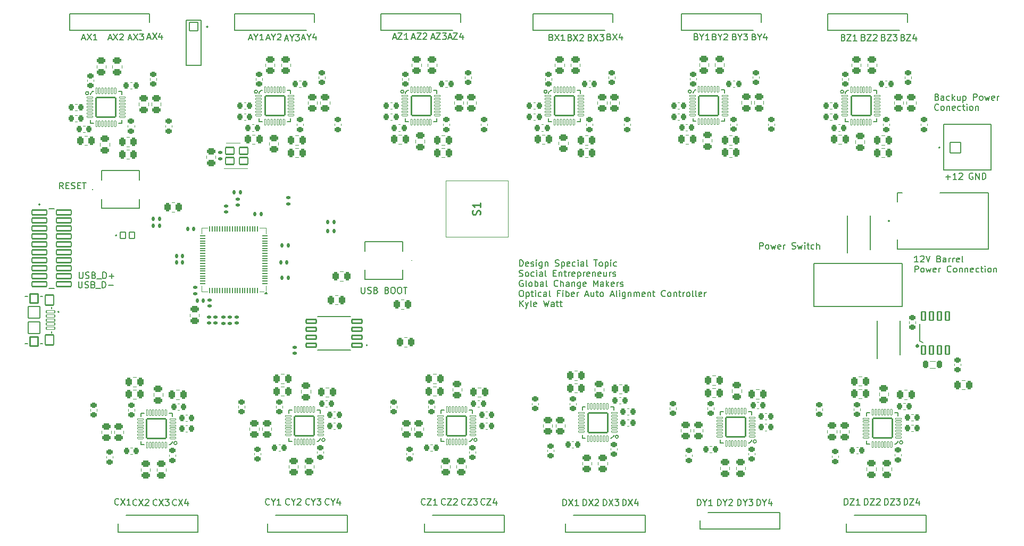
<source format=gto>
G04 #@! TF.GenerationSoftware,KiCad,Pcbnew,9.0.1*
G04 #@! TF.CreationDate,2025-05-20T14:35:32+01:00*
G04 #@! TF.ProjectId,DST,4453542e-6b69-4636-9164-5f7063625858,rev?*
G04 #@! TF.SameCoordinates,Original*
G04 #@! TF.FileFunction,Legend,Top*
G04 #@! TF.FilePolarity,Positive*
%FSLAX46Y46*%
G04 Gerber Fmt 4.6, Leading zero omitted, Abs format (unit mm)*
G04 Created by KiCad (PCBNEW 9.0.1) date 2025-05-20 14:35:32*
%MOMM*%
%LPD*%
G01*
G04 APERTURE LIST*
G04 Aperture macros list*
%AMRoundRect*
0 Rectangle with rounded corners*
0 $1 Rounding radius*
0 $2 $3 $4 $5 $6 $7 $8 $9 X,Y pos of 4 corners*
0 Add a 4 corners polygon primitive as box body*
4,1,4,$2,$3,$4,$5,$6,$7,$8,$9,$2,$3,0*
0 Add four circle primitives for the rounded corners*
1,1,$1+$1,$2,$3*
1,1,$1+$1,$4,$5*
1,1,$1+$1,$6,$7*
1,1,$1+$1,$8,$9*
0 Add four rect primitives between the rounded corners*
20,1,$1+$1,$2,$3,$4,$5,0*
20,1,$1+$1,$4,$5,$6,$7,0*
20,1,$1+$1,$6,$7,$8,$9,0*
20,1,$1+$1,$8,$9,$2,$3,0*%
G04 Aperture macros list end*
%ADD10C,0.150000*%
%ADD11C,0.254000*%
%ADD12C,0.120000*%
%ADD13C,0.127000*%
%ADD14C,0.200000*%
%ADD15C,0.100000*%
%ADD16C,0.330200*%
%ADD17RoundRect,0.225000X-0.250000X0.225000X-0.250000X-0.225000X0.250000X-0.225000X0.250000X0.225000X0*%
%ADD18RoundRect,0.250000X0.450000X-0.262500X0.450000X0.262500X-0.450000X0.262500X-0.450000X-0.262500X0*%
%ADD19RoundRect,0.250000X-0.450000X0.262500X-0.450000X-0.262500X0.450000X-0.262500X0.450000X0.262500X0*%
%ADD20RoundRect,0.250000X0.262500X0.450000X-0.262500X0.450000X-0.262500X-0.450000X0.262500X-0.450000X0*%
%ADD21RoundRect,0.140000X0.140000X0.170000X-0.140000X0.170000X-0.140000X-0.170000X0.140000X-0.170000X0*%
%ADD22RoundRect,0.050000X-0.450000X-0.127000X0.450000X-0.127000X0.450000X0.127000X-0.450000X0.127000X0*%
%ADD23RoundRect,0.050000X-0.127000X-0.450000X0.127000X-0.450000X0.127000X0.450000X-0.127000X0.450000X0*%
%ADD24RoundRect,0.102000X-1.550000X-1.550000X1.550000X-1.550000X1.550000X1.550000X-1.550000X1.550000X0*%
%ADD25RoundRect,0.135000X-0.185000X0.135000X-0.185000X-0.135000X0.185000X-0.135000X0.185000X0.135000X0*%
%ADD26RoundRect,0.225000X0.225000X0.250000X-0.225000X0.250000X-0.225000X-0.250000X0.225000X-0.250000X0*%
%ADD27C,3.000000*%
%ADD28RoundRect,0.225000X0.250000X-0.225000X0.250000X0.225000X-0.250000X0.225000X-0.250000X-0.225000X0*%
%ADD29R,2.150000X2.200000*%
%ADD30RoundRect,0.225000X-0.225000X-0.250000X0.225000X-0.250000X0.225000X0.250000X-0.225000X0.250000X0*%
%ADD31RoundRect,0.050000X0.350000X0.050000X-0.350000X0.050000X-0.350000X-0.050000X0.350000X-0.050000X0*%
%ADD32RoundRect,0.050000X0.050000X0.350000X-0.050000X0.350000X-0.050000X-0.350000X0.050000X-0.350000X0*%
%ADD33R,3.400000X3.400000*%
%ADD34RoundRect,0.140000X-0.170000X0.140000X-0.170000X-0.140000X0.170000X-0.140000X0.170000X0.140000X0*%
%ADD35R,1.650000X1.650000*%
%ADD36C,1.650000*%
%ADD37RoundRect,0.250000X-0.262500X-0.450000X0.262500X-0.450000X0.262500X0.450000X-0.262500X0.450000X0*%
%ADD38RoundRect,0.140000X0.170000X-0.140000X0.170000X0.140000X-0.170000X0.140000X-0.170000X-0.140000X0*%
%ADD39RoundRect,0.050000X0.450000X0.127000X-0.450000X0.127000X-0.450000X-0.127000X0.450000X-0.127000X0*%
%ADD40RoundRect,0.050000X0.127000X0.450000X-0.127000X0.450000X-0.127000X-0.450000X0.127000X-0.450000X0*%
%ADD41RoundRect,0.102000X1.550000X1.550000X-1.550000X1.550000X-1.550000X-1.550000X1.550000X-1.550000X0*%
%ADD42RoundRect,0.218750X-0.218750X-0.381250X0.218750X-0.381250X0.218750X0.381250X-0.218750X0.381250X0*%
%ADD43RoundRect,0.140000X-0.140000X-0.170000X0.140000X-0.170000X0.140000X0.170000X-0.140000X0.170000X0*%
%ADD44R,1.200000X1.050000*%
%ADD45RoundRect,0.135000X-0.135000X-0.185000X0.135000X-0.185000X0.135000X0.185000X-0.135000X0.185000X0*%
%ADD46RoundRect,0.098000X0.809000X0.294000X-0.809000X0.294000X-0.809000X-0.294000X0.809000X-0.294000X0*%
%ADD47O,2.404000X4.604000*%
%ADD48O,2.204000X4.204000*%
%ADD49O,4.204000X2.204000*%
%ADD50RoundRect,0.135000X0.135000X0.185000X-0.135000X0.185000X-0.135000X-0.185000X0.135000X-0.185000X0*%
%ADD51R,2.000000X2.000000*%
%ADD52RoundRect,0.102000X0.700000X0.550000X-0.700000X0.550000X-0.700000X-0.550000X0.700000X-0.550000X0*%
%ADD53R,0.700000X0.400000*%
%ADD54R,1.050000X1.200000*%
%ADD55RoundRect,0.140000X0.219203X0.021213X0.021213X0.219203X-0.219203X-0.021213X-0.021213X-0.219203X0*%
%ADD56RoundRect,0.102000X-0.699000X0.699000X-0.699000X-0.699000X0.699000X-0.699000X0.699000X0.699000X0*%
%ADD57C,1.602000*%
%ADD58RoundRect,0.147500X0.172500X-0.147500X0.172500X0.147500X-0.172500X0.147500X-0.172500X-0.147500X0*%
%ADD59R,1.509000X1.509000*%
%ADD60C,1.509000*%
%ADD61RoundRect,0.102000X-1.200000X0.380000X-1.200000X-0.380000X1.200000X-0.380000X1.200000X0.380000X0*%
%ADD62RoundRect,0.050000X-0.675000X0.200000X-0.675000X-0.200000X0.675000X-0.200000X0.675000X0.200000X0*%
%ADD63RoundRect,0.102000X-0.700000X0.800000X-0.700000X-0.800000X0.700000X-0.800000X0.700000X0.800000X0*%
%ADD64RoundRect,0.102000X-0.650000X0.725000X-0.650000X-0.725000X0.650000X-0.725000X0.650000X0.725000X0*%
%ADD65RoundRect,0.102000X-0.950000X0.950000X-0.950000X-0.950000X0.950000X-0.950000X0.950000X0.950000X0*%
%ADD66RoundRect,0.102000X-0.400000X-0.500000X0.400000X-0.500000X0.400000X0.500000X-0.400000X0.500000X0*%
%ADD67RoundRect,0.102000X-0.825000X-0.825000X0.825000X-0.825000X0.825000X0.825000X-0.825000X0.825000X0*%
%ADD68C,1.854000*%
%ADD69RoundRect,0.102000X-0.300000X-0.700000X0.300000X-0.700000X0.300000X0.700000X-0.300000X0.700000X0*%
%ADD70R,2.775000X2.775000*%
%ADD71C,2.775000*%
%ADD72RoundRect,0.135000X0.185000X-0.135000X0.185000X0.135000X-0.185000X0.135000X-0.185000X-0.135000X0*%
G04 APERTURE END LIST*
D10*
X234070112Y-53846009D02*
X234212969Y-53893628D01*
X234212969Y-53893628D02*
X234260588Y-53941247D01*
X234260588Y-53941247D02*
X234308207Y-54036485D01*
X234308207Y-54036485D02*
X234308207Y-54179342D01*
X234308207Y-54179342D02*
X234260588Y-54274580D01*
X234260588Y-54274580D02*
X234212969Y-54322200D01*
X234212969Y-54322200D02*
X234117731Y-54369819D01*
X234117731Y-54369819D02*
X233736779Y-54369819D01*
X233736779Y-54369819D02*
X233736779Y-53369819D01*
X233736779Y-53369819D02*
X234070112Y-53369819D01*
X234070112Y-53369819D02*
X234165350Y-53417438D01*
X234165350Y-53417438D02*
X234212969Y-53465057D01*
X234212969Y-53465057D02*
X234260588Y-53560295D01*
X234260588Y-53560295D02*
X234260588Y-53655533D01*
X234260588Y-53655533D02*
X234212969Y-53750771D01*
X234212969Y-53750771D02*
X234165350Y-53798390D01*
X234165350Y-53798390D02*
X234070112Y-53846009D01*
X234070112Y-53846009D02*
X233736779Y-53846009D01*
X234641541Y-53369819D02*
X235308207Y-53369819D01*
X235308207Y-53369819D02*
X234641541Y-54369819D01*
X234641541Y-54369819D02*
X235308207Y-54369819D01*
X236117731Y-53703152D02*
X236117731Y-54369819D01*
X235879636Y-53322200D02*
X235641541Y-54036485D01*
X235641541Y-54036485D02*
X236260588Y-54036485D01*
X118408207Y-128374580D02*
X118360588Y-128422200D01*
X118360588Y-128422200D02*
X118217731Y-128469819D01*
X118217731Y-128469819D02*
X118122493Y-128469819D01*
X118122493Y-128469819D02*
X117979636Y-128422200D01*
X117979636Y-128422200D02*
X117884398Y-128326961D01*
X117884398Y-128326961D02*
X117836779Y-128231723D01*
X117836779Y-128231723D02*
X117789160Y-128041247D01*
X117789160Y-128041247D02*
X117789160Y-127898390D01*
X117789160Y-127898390D02*
X117836779Y-127707914D01*
X117836779Y-127707914D02*
X117884398Y-127612676D01*
X117884398Y-127612676D02*
X117979636Y-127517438D01*
X117979636Y-127517438D02*
X118122493Y-127469819D01*
X118122493Y-127469819D02*
X118217731Y-127469819D01*
X118217731Y-127469819D02*
X118360588Y-127517438D01*
X118360588Y-127517438D02*
X118408207Y-127565057D01*
X118741541Y-127469819D02*
X119408207Y-128469819D01*
X119408207Y-127469819D02*
X118741541Y-128469819D01*
X120217731Y-127803152D02*
X120217731Y-128469819D01*
X119979636Y-127422200D02*
X119741541Y-128136485D01*
X119741541Y-128136485D02*
X120360588Y-128136485D01*
X181070112Y-53846009D02*
X181212969Y-53893628D01*
X181212969Y-53893628D02*
X181260588Y-53941247D01*
X181260588Y-53941247D02*
X181308207Y-54036485D01*
X181308207Y-54036485D02*
X181308207Y-54179342D01*
X181308207Y-54179342D02*
X181260588Y-54274580D01*
X181260588Y-54274580D02*
X181212969Y-54322200D01*
X181212969Y-54322200D02*
X181117731Y-54369819D01*
X181117731Y-54369819D02*
X180736779Y-54369819D01*
X180736779Y-54369819D02*
X180736779Y-53369819D01*
X180736779Y-53369819D02*
X181070112Y-53369819D01*
X181070112Y-53369819D02*
X181165350Y-53417438D01*
X181165350Y-53417438D02*
X181212969Y-53465057D01*
X181212969Y-53465057D02*
X181260588Y-53560295D01*
X181260588Y-53560295D02*
X181260588Y-53655533D01*
X181260588Y-53655533D02*
X181212969Y-53750771D01*
X181212969Y-53750771D02*
X181165350Y-53798390D01*
X181165350Y-53798390D02*
X181070112Y-53846009D01*
X181070112Y-53846009D02*
X180736779Y-53846009D01*
X181641541Y-53369819D02*
X182308207Y-54369819D01*
X182308207Y-53369819D02*
X181641541Y-54369819D01*
X182641541Y-53465057D02*
X182689160Y-53417438D01*
X182689160Y-53417438D02*
X182784398Y-53369819D01*
X182784398Y-53369819D02*
X183022493Y-53369819D01*
X183022493Y-53369819D02*
X183117731Y-53417438D01*
X183117731Y-53417438D02*
X183165350Y-53465057D01*
X183165350Y-53465057D02*
X183212969Y-53560295D01*
X183212969Y-53560295D02*
X183212969Y-53655533D01*
X183212969Y-53655533D02*
X183165350Y-53798390D01*
X183165350Y-53798390D02*
X182593922Y-54369819D01*
X182593922Y-54369819D02*
X183212969Y-54369819D01*
X211236779Y-87569819D02*
X211236779Y-86569819D01*
X211236779Y-86569819D02*
X211617731Y-86569819D01*
X211617731Y-86569819D02*
X211712969Y-86617438D01*
X211712969Y-86617438D02*
X211760588Y-86665057D01*
X211760588Y-86665057D02*
X211808207Y-86760295D01*
X211808207Y-86760295D02*
X211808207Y-86903152D01*
X211808207Y-86903152D02*
X211760588Y-86998390D01*
X211760588Y-86998390D02*
X211712969Y-87046009D01*
X211712969Y-87046009D02*
X211617731Y-87093628D01*
X211617731Y-87093628D02*
X211236779Y-87093628D01*
X212379636Y-87569819D02*
X212284398Y-87522200D01*
X212284398Y-87522200D02*
X212236779Y-87474580D01*
X212236779Y-87474580D02*
X212189160Y-87379342D01*
X212189160Y-87379342D02*
X212189160Y-87093628D01*
X212189160Y-87093628D02*
X212236779Y-86998390D01*
X212236779Y-86998390D02*
X212284398Y-86950771D01*
X212284398Y-86950771D02*
X212379636Y-86903152D01*
X212379636Y-86903152D02*
X212522493Y-86903152D01*
X212522493Y-86903152D02*
X212617731Y-86950771D01*
X212617731Y-86950771D02*
X212665350Y-86998390D01*
X212665350Y-86998390D02*
X212712969Y-87093628D01*
X212712969Y-87093628D02*
X212712969Y-87379342D01*
X212712969Y-87379342D02*
X212665350Y-87474580D01*
X212665350Y-87474580D02*
X212617731Y-87522200D01*
X212617731Y-87522200D02*
X212522493Y-87569819D01*
X212522493Y-87569819D02*
X212379636Y-87569819D01*
X213046303Y-86903152D02*
X213236779Y-87569819D01*
X213236779Y-87569819D02*
X213427255Y-87093628D01*
X213427255Y-87093628D02*
X213617731Y-87569819D01*
X213617731Y-87569819D02*
X213808207Y-86903152D01*
X214570112Y-87522200D02*
X214474874Y-87569819D01*
X214474874Y-87569819D02*
X214284398Y-87569819D01*
X214284398Y-87569819D02*
X214189160Y-87522200D01*
X214189160Y-87522200D02*
X214141541Y-87426961D01*
X214141541Y-87426961D02*
X214141541Y-87046009D01*
X214141541Y-87046009D02*
X214189160Y-86950771D01*
X214189160Y-86950771D02*
X214284398Y-86903152D01*
X214284398Y-86903152D02*
X214474874Y-86903152D01*
X214474874Y-86903152D02*
X214570112Y-86950771D01*
X214570112Y-86950771D02*
X214617731Y-87046009D01*
X214617731Y-87046009D02*
X214617731Y-87141247D01*
X214617731Y-87141247D02*
X214141541Y-87236485D01*
X215046303Y-87569819D02*
X215046303Y-86903152D01*
X215046303Y-87093628D02*
X215093922Y-86998390D01*
X215093922Y-86998390D02*
X215141541Y-86950771D01*
X215141541Y-86950771D02*
X215236779Y-86903152D01*
X215236779Y-86903152D02*
X215332017Y-86903152D01*
X216379637Y-87522200D02*
X216522494Y-87569819D01*
X216522494Y-87569819D02*
X216760589Y-87569819D01*
X216760589Y-87569819D02*
X216855827Y-87522200D01*
X216855827Y-87522200D02*
X216903446Y-87474580D01*
X216903446Y-87474580D02*
X216951065Y-87379342D01*
X216951065Y-87379342D02*
X216951065Y-87284104D01*
X216951065Y-87284104D02*
X216903446Y-87188866D01*
X216903446Y-87188866D02*
X216855827Y-87141247D01*
X216855827Y-87141247D02*
X216760589Y-87093628D01*
X216760589Y-87093628D02*
X216570113Y-87046009D01*
X216570113Y-87046009D02*
X216474875Y-86998390D01*
X216474875Y-86998390D02*
X216427256Y-86950771D01*
X216427256Y-86950771D02*
X216379637Y-86855533D01*
X216379637Y-86855533D02*
X216379637Y-86760295D01*
X216379637Y-86760295D02*
X216427256Y-86665057D01*
X216427256Y-86665057D02*
X216474875Y-86617438D01*
X216474875Y-86617438D02*
X216570113Y-86569819D01*
X216570113Y-86569819D02*
X216808208Y-86569819D01*
X216808208Y-86569819D02*
X216951065Y-86617438D01*
X217284399Y-86903152D02*
X217474875Y-87569819D01*
X217474875Y-87569819D02*
X217665351Y-87093628D01*
X217665351Y-87093628D02*
X217855827Y-87569819D01*
X217855827Y-87569819D02*
X218046303Y-86903152D01*
X218427256Y-87569819D02*
X218427256Y-86903152D01*
X218427256Y-86569819D02*
X218379637Y-86617438D01*
X218379637Y-86617438D02*
X218427256Y-86665057D01*
X218427256Y-86665057D02*
X218474875Y-86617438D01*
X218474875Y-86617438D02*
X218427256Y-86569819D01*
X218427256Y-86569819D02*
X218427256Y-86665057D01*
X218760589Y-86903152D02*
X219141541Y-86903152D01*
X218903446Y-86569819D02*
X218903446Y-87426961D01*
X218903446Y-87426961D02*
X218951065Y-87522200D01*
X218951065Y-87522200D02*
X219046303Y-87569819D01*
X219046303Y-87569819D02*
X219141541Y-87569819D01*
X219903446Y-87522200D02*
X219808208Y-87569819D01*
X219808208Y-87569819D02*
X219617732Y-87569819D01*
X219617732Y-87569819D02*
X219522494Y-87522200D01*
X219522494Y-87522200D02*
X219474875Y-87474580D01*
X219474875Y-87474580D02*
X219427256Y-87379342D01*
X219427256Y-87379342D02*
X219427256Y-87093628D01*
X219427256Y-87093628D02*
X219474875Y-86998390D01*
X219474875Y-86998390D02*
X219522494Y-86950771D01*
X219522494Y-86950771D02*
X219617732Y-86903152D01*
X219617732Y-86903152D02*
X219808208Y-86903152D01*
X219808208Y-86903152D02*
X219903446Y-86950771D01*
X220332018Y-87569819D02*
X220332018Y-86569819D01*
X220760589Y-87569819D02*
X220760589Y-87046009D01*
X220760589Y-87046009D02*
X220712970Y-86950771D01*
X220712970Y-86950771D02*
X220617732Y-86903152D01*
X220617732Y-86903152D02*
X220474875Y-86903152D01*
X220474875Y-86903152D02*
X220379637Y-86950771D01*
X220379637Y-86950771D02*
X220332018Y-86998390D01*
X103389160Y-53984104D02*
X103865350Y-53984104D01*
X103293922Y-54269819D02*
X103627255Y-53269819D01*
X103627255Y-53269819D02*
X103960588Y-54269819D01*
X104198684Y-53269819D02*
X104865350Y-54269819D01*
X104865350Y-53269819D02*
X104198684Y-54269819D01*
X105770112Y-54269819D02*
X105198684Y-54269819D01*
X105484398Y-54269819D02*
X105484398Y-53269819D01*
X105484398Y-53269819D02*
X105389160Y-53412676D01*
X105389160Y-53412676D02*
X105293922Y-53507914D01*
X105293922Y-53507914D02*
X105198684Y-53555533D01*
X161208207Y-128274580D02*
X161160588Y-128322200D01*
X161160588Y-128322200D02*
X161017731Y-128369819D01*
X161017731Y-128369819D02*
X160922493Y-128369819D01*
X160922493Y-128369819D02*
X160779636Y-128322200D01*
X160779636Y-128322200D02*
X160684398Y-128226961D01*
X160684398Y-128226961D02*
X160636779Y-128131723D01*
X160636779Y-128131723D02*
X160589160Y-127941247D01*
X160589160Y-127941247D02*
X160589160Y-127798390D01*
X160589160Y-127798390D02*
X160636779Y-127607914D01*
X160636779Y-127607914D02*
X160684398Y-127512676D01*
X160684398Y-127512676D02*
X160779636Y-127417438D01*
X160779636Y-127417438D02*
X160922493Y-127369819D01*
X160922493Y-127369819D02*
X161017731Y-127369819D01*
X161017731Y-127369819D02*
X161160588Y-127417438D01*
X161160588Y-127417438D02*
X161208207Y-127465057D01*
X161541541Y-127369819D02*
X162208207Y-127369819D01*
X162208207Y-127369819D02*
X161541541Y-128369819D01*
X161541541Y-128369819D02*
X162208207Y-128369819D01*
X162541541Y-127465057D02*
X162589160Y-127417438D01*
X162589160Y-127417438D02*
X162684398Y-127369819D01*
X162684398Y-127369819D02*
X162922493Y-127369819D01*
X162922493Y-127369819D02*
X163017731Y-127417438D01*
X163017731Y-127417438D02*
X163065350Y-127465057D01*
X163065350Y-127465057D02*
X163112969Y-127560295D01*
X163112969Y-127560295D02*
X163112969Y-127655533D01*
X163112969Y-127655533D02*
X163065350Y-127798390D01*
X163065350Y-127798390D02*
X162493922Y-128369819D01*
X162493922Y-128369819D02*
X163112969Y-128369819D01*
X240826779Y-76088866D02*
X241588684Y-76088866D01*
X241207731Y-76469819D02*
X241207731Y-75707914D01*
X242588683Y-76469819D02*
X242017255Y-76469819D01*
X242302969Y-76469819D02*
X242302969Y-75469819D01*
X242302969Y-75469819D02*
X242207731Y-75612676D01*
X242207731Y-75612676D02*
X242112493Y-75707914D01*
X242112493Y-75707914D02*
X242017255Y-75755533D01*
X242969636Y-75565057D02*
X243017255Y-75517438D01*
X243017255Y-75517438D02*
X243112493Y-75469819D01*
X243112493Y-75469819D02*
X243350588Y-75469819D01*
X243350588Y-75469819D02*
X243445826Y-75517438D01*
X243445826Y-75517438D02*
X243493445Y-75565057D01*
X243493445Y-75565057D02*
X243541064Y-75660295D01*
X243541064Y-75660295D02*
X243541064Y-75755533D01*
X243541064Y-75755533D02*
X243493445Y-75898390D01*
X243493445Y-75898390D02*
X242922017Y-76469819D01*
X242922017Y-76469819D02*
X243541064Y-76469819D01*
X109208207Y-128274580D02*
X109160588Y-128322200D01*
X109160588Y-128322200D02*
X109017731Y-128369819D01*
X109017731Y-128369819D02*
X108922493Y-128369819D01*
X108922493Y-128369819D02*
X108779636Y-128322200D01*
X108779636Y-128322200D02*
X108684398Y-128226961D01*
X108684398Y-128226961D02*
X108636779Y-128131723D01*
X108636779Y-128131723D02*
X108589160Y-127941247D01*
X108589160Y-127941247D02*
X108589160Y-127798390D01*
X108589160Y-127798390D02*
X108636779Y-127607914D01*
X108636779Y-127607914D02*
X108684398Y-127512676D01*
X108684398Y-127512676D02*
X108779636Y-127417438D01*
X108779636Y-127417438D02*
X108922493Y-127369819D01*
X108922493Y-127369819D02*
X109017731Y-127369819D01*
X109017731Y-127369819D02*
X109160588Y-127417438D01*
X109160588Y-127417438D02*
X109208207Y-127465057D01*
X109541541Y-127369819D02*
X110208207Y-128369819D01*
X110208207Y-127369819D02*
X109541541Y-128369819D01*
X111112969Y-128369819D02*
X110541541Y-128369819D01*
X110827255Y-128369819D02*
X110827255Y-127369819D01*
X110827255Y-127369819D02*
X110732017Y-127512676D01*
X110732017Y-127512676D02*
X110636779Y-127607914D01*
X110636779Y-127607914D02*
X110541541Y-127655533D01*
X224570112Y-53846009D02*
X224712969Y-53893628D01*
X224712969Y-53893628D02*
X224760588Y-53941247D01*
X224760588Y-53941247D02*
X224808207Y-54036485D01*
X224808207Y-54036485D02*
X224808207Y-54179342D01*
X224808207Y-54179342D02*
X224760588Y-54274580D01*
X224760588Y-54274580D02*
X224712969Y-54322200D01*
X224712969Y-54322200D02*
X224617731Y-54369819D01*
X224617731Y-54369819D02*
X224236779Y-54369819D01*
X224236779Y-54369819D02*
X224236779Y-53369819D01*
X224236779Y-53369819D02*
X224570112Y-53369819D01*
X224570112Y-53369819D02*
X224665350Y-53417438D01*
X224665350Y-53417438D02*
X224712969Y-53465057D01*
X224712969Y-53465057D02*
X224760588Y-53560295D01*
X224760588Y-53560295D02*
X224760588Y-53655533D01*
X224760588Y-53655533D02*
X224712969Y-53750771D01*
X224712969Y-53750771D02*
X224665350Y-53798390D01*
X224665350Y-53798390D02*
X224570112Y-53846009D01*
X224570112Y-53846009D02*
X224236779Y-53846009D01*
X225141541Y-53369819D02*
X225808207Y-53369819D01*
X225808207Y-53369819D02*
X225141541Y-54369819D01*
X225141541Y-54369819D02*
X225808207Y-54369819D01*
X226712969Y-54369819D02*
X226141541Y-54369819D01*
X226427255Y-54369819D02*
X226427255Y-53369819D01*
X226427255Y-53369819D02*
X226332017Y-53512676D01*
X226332017Y-53512676D02*
X226236779Y-53607914D01*
X226236779Y-53607914D02*
X226141541Y-53655533D01*
X100408207Y-77969819D02*
X100074874Y-77493628D01*
X99836779Y-77969819D02*
X99836779Y-76969819D01*
X99836779Y-76969819D02*
X100217731Y-76969819D01*
X100217731Y-76969819D02*
X100312969Y-77017438D01*
X100312969Y-77017438D02*
X100360588Y-77065057D01*
X100360588Y-77065057D02*
X100408207Y-77160295D01*
X100408207Y-77160295D02*
X100408207Y-77303152D01*
X100408207Y-77303152D02*
X100360588Y-77398390D01*
X100360588Y-77398390D02*
X100312969Y-77446009D01*
X100312969Y-77446009D02*
X100217731Y-77493628D01*
X100217731Y-77493628D02*
X99836779Y-77493628D01*
X100836779Y-77446009D02*
X101170112Y-77446009D01*
X101312969Y-77969819D02*
X100836779Y-77969819D01*
X100836779Y-77969819D02*
X100836779Y-76969819D01*
X100836779Y-76969819D02*
X101312969Y-76969819D01*
X101693922Y-77922200D02*
X101836779Y-77969819D01*
X101836779Y-77969819D02*
X102074874Y-77969819D01*
X102074874Y-77969819D02*
X102170112Y-77922200D01*
X102170112Y-77922200D02*
X102217731Y-77874580D01*
X102217731Y-77874580D02*
X102265350Y-77779342D01*
X102265350Y-77779342D02*
X102265350Y-77684104D01*
X102265350Y-77684104D02*
X102217731Y-77588866D01*
X102217731Y-77588866D02*
X102170112Y-77541247D01*
X102170112Y-77541247D02*
X102074874Y-77493628D01*
X102074874Y-77493628D02*
X101884398Y-77446009D01*
X101884398Y-77446009D02*
X101789160Y-77398390D01*
X101789160Y-77398390D02*
X101741541Y-77350771D01*
X101741541Y-77350771D02*
X101693922Y-77255533D01*
X101693922Y-77255533D02*
X101693922Y-77160295D01*
X101693922Y-77160295D02*
X101741541Y-77065057D01*
X101741541Y-77065057D02*
X101789160Y-77017438D01*
X101789160Y-77017438D02*
X101884398Y-76969819D01*
X101884398Y-76969819D02*
X102122493Y-76969819D01*
X102122493Y-76969819D02*
X102265350Y-77017438D01*
X102693922Y-77446009D02*
X103027255Y-77446009D01*
X103170112Y-77969819D02*
X102693922Y-77969819D01*
X102693922Y-77969819D02*
X102693922Y-76969819D01*
X102693922Y-76969819D02*
X103170112Y-76969819D01*
X103455827Y-76969819D02*
X104027255Y-76969819D01*
X103741541Y-77969819D02*
X103741541Y-76969819D01*
X179936779Y-128469819D02*
X179936779Y-127469819D01*
X179936779Y-127469819D02*
X180174874Y-127469819D01*
X180174874Y-127469819D02*
X180317731Y-127517438D01*
X180317731Y-127517438D02*
X180412969Y-127612676D01*
X180412969Y-127612676D02*
X180460588Y-127707914D01*
X180460588Y-127707914D02*
X180508207Y-127898390D01*
X180508207Y-127898390D02*
X180508207Y-128041247D01*
X180508207Y-128041247D02*
X180460588Y-128231723D01*
X180460588Y-128231723D02*
X180412969Y-128326961D01*
X180412969Y-128326961D02*
X180317731Y-128422200D01*
X180317731Y-128422200D02*
X180174874Y-128469819D01*
X180174874Y-128469819D02*
X179936779Y-128469819D01*
X180841541Y-127469819D02*
X181508207Y-128469819D01*
X181508207Y-127469819D02*
X180841541Y-128469819D01*
X182412969Y-128469819D02*
X181841541Y-128469819D01*
X182127255Y-128469819D02*
X182127255Y-127469819D01*
X182127255Y-127469819D02*
X182032017Y-127612676D01*
X182032017Y-127612676D02*
X181936779Y-127707914D01*
X181936779Y-127707914D02*
X181841541Y-127755533D01*
X204070112Y-53746009D02*
X204212969Y-53793628D01*
X204212969Y-53793628D02*
X204260588Y-53841247D01*
X204260588Y-53841247D02*
X204308207Y-53936485D01*
X204308207Y-53936485D02*
X204308207Y-54079342D01*
X204308207Y-54079342D02*
X204260588Y-54174580D01*
X204260588Y-54174580D02*
X204212969Y-54222200D01*
X204212969Y-54222200D02*
X204117731Y-54269819D01*
X204117731Y-54269819D02*
X203736779Y-54269819D01*
X203736779Y-54269819D02*
X203736779Y-53269819D01*
X203736779Y-53269819D02*
X204070112Y-53269819D01*
X204070112Y-53269819D02*
X204165350Y-53317438D01*
X204165350Y-53317438D02*
X204212969Y-53365057D01*
X204212969Y-53365057D02*
X204260588Y-53460295D01*
X204260588Y-53460295D02*
X204260588Y-53555533D01*
X204260588Y-53555533D02*
X204212969Y-53650771D01*
X204212969Y-53650771D02*
X204165350Y-53698390D01*
X204165350Y-53698390D02*
X204070112Y-53746009D01*
X204070112Y-53746009D02*
X203736779Y-53746009D01*
X204927255Y-53793628D02*
X204927255Y-54269819D01*
X204593922Y-53269819D02*
X204927255Y-53793628D01*
X204927255Y-53793628D02*
X205260588Y-53269819D01*
X205546303Y-53365057D02*
X205593922Y-53317438D01*
X205593922Y-53317438D02*
X205689160Y-53269819D01*
X205689160Y-53269819D02*
X205927255Y-53269819D01*
X205927255Y-53269819D02*
X206022493Y-53317438D01*
X206022493Y-53317438D02*
X206070112Y-53365057D01*
X206070112Y-53365057D02*
X206117731Y-53460295D01*
X206117731Y-53460295D02*
X206117731Y-53555533D01*
X206117731Y-53555533D02*
X206070112Y-53698390D01*
X206070112Y-53698390D02*
X205498684Y-54269819D01*
X205498684Y-54269819D02*
X206117731Y-54269819D01*
X115308207Y-128374580D02*
X115260588Y-128422200D01*
X115260588Y-128422200D02*
X115117731Y-128469819D01*
X115117731Y-128469819D02*
X115022493Y-128469819D01*
X115022493Y-128469819D02*
X114879636Y-128422200D01*
X114879636Y-128422200D02*
X114784398Y-128326961D01*
X114784398Y-128326961D02*
X114736779Y-128231723D01*
X114736779Y-128231723D02*
X114689160Y-128041247D01*
X114689160Y-128041247D02*
X114689160Y-127898390D01*
X114689160Y-127898390D02*
X114736779Y-127707914D01*
X114736779Y-127707914D02*
X114784398Y-127612676D01*
X114784398Y-127612676D02*
X114879636Y-127517438D01*
X114879636Y-127517438D02*
X115022493Y-127469819D01*
X115022493Y-127469819D02*
X115117731Y-127469819D01*
X115117731Y-127469819D02*
X115260588Y-127517438D01*
X115260588Y-127517438D02*
X115308207Y-127565057D01*
X115641541Y-127469819D02*
X116308207Y-128469819D01*
X116308207Y-127469819D02*
X115641541Y-128469819D01*
X116593922Y-127469819D02*
X117212969Y-127469819D01*
X117212969Y-127469819D02*
X116879636Y-127850771D01*
X116879636Y-127850771D02*
X117022493Y-127850771D01*
X117022493Y-127850771D02*
X117117731Y-127898390D01*
X117117731Y-127898390D02*
X117165350Y-127946009D01*
X117165350Y-127946009D02*
X117212969Y-128041247D01*
X117212969Y-128041247D02*
X117212969Y-128279342D01*
X117212969Y-128279342D02*
X117165350Y-128374580D01*
X117165350Y-128374580D02*
X117117731Y-128422200D01*
X117117731Y-128422200D02*
X117022493Y-128469819D01*
X117022493Y-128469819D02*
X116736779Y-128469819D01*
X116736779Y-128469819D02*
X116641541Y-128422200D01*
X116641541Y-128422200D02*
X116593922Y-128374580D01*
X158008207Y-128274580D02*
X157960588Y-128322200D01*
X157960588Y-128322200D02*
X157817731Y-128369819D01*
X157817731Y-128369819D02*
X157722493Y-128369819D01*
X157722493Y-128369819D02*
X157579636Y-128322200D01*
X157579636Y-128322200D02*
X157484398Y-128226961D01*
X157484398Y-128226961D02*
X157436779Y-128131723D01*
X157436779Y-128131723D02*
X157389160Y-127941247D01*
X157389160Y-127941247D02*
X157389160Y-127798390D01*
X157389160Y-127798390D02*
X157436779Y-127607914D01*
X157436779Y-127607914D02*
X157484398Y-127512676D01*
X157484398Y-127512676D02*
X157579636Y-127417438D01*
X157579636Y-127417438D02*
X157722493Y-127369819D01*
X157722493Y-127369819D02*
X157817731Y-127369819D01*
X157817731Y-127369819D02*
X157960588Y-127417438D01*
X157960588Y-127417438D02*
X158008207Y-127465057D01*
X158341541Y-127369819D02*
X159008207Y-127369819D01*
X159008207Y-127369819D02*
X158341541Y-128369819D01*
X158341541Y-128369819D02*
X159008207Y-128369819D01*
X159912969Y-128369819D02*
X159341541Y-128369819D01*
X159627255Y-128369819D02*
X159627255Y-127369819D01*
X159627255Y-127369819D02*
X159532017Y-127512676D01*
X159532017Y-127512676D02*
X159436779Y-127607914D01*
X159436779Y-127607914D02*
X159341541Y-127655533D01*
X112108207Y-128374580D02*
X112060588Y-128422200D01*
X112060588Y-128422200D02*
X111917731Y-128469819D01*
X111917731Y-128469819D02*
X111822493Y-128469819D01*
X111822493Y-128469819D02*
X111679636Y-128422200D01*
X111679636Y-128422200D02*
X111584398Y-128326961D01*
X111584398Y-128326961D02*
X111536779Y-128231723D01*
X111536779Y-128231723D02*
X111489160Y-128041247D01*
X111489160Y-128041247D02*
X111489160Y-127898390D01*
X111489160Y-127898390D02*
X111536779Y-127707914D01*
X111536779Y-127707914D02*
X111584398Y-127612676D01*
X111584398Y-127612676D02*
X111679636Y-127517438D01*
X111679636Y-127517438D02*
X111822493Y-127469819D01*
X111822493Y-127469819D02*
X111917731Y-127469819D01*
X111917731Y-127469819D02*
X112060588Y-127517438D01*
X112060588Y-127517438D02*
X112108207Y-127565057D01*
X112441541Y-127469819D02*
X113108207Y-128469819D01*
X113108207Y-127469819D02*
X112441541Y-128469819D01*
X113441541Y-127565057D02*
X113489160Y-127517438D01*
X113489160Y-127517438D02*
X113584398Y-127469819D01*
X113584398Y-127469819D02*
X113822493Y-127469819D01*
X113822493Y-127469819D02*
X113917731Y-127517438D01*
X113917731Y-127517438D02*
X113965350Y-127565057D01*
X113965350Y-127565057D02*
X114012969Y-127660295D01*
X114012969Y-127660295D02*
X114012969Y-127755533D01*
X114012969Y-127755533D02*
X113965350Y-127898390D01*
X113965350Y-127898390D02*
X113393922Y-128469819D01*
X113393922Y-128469819D02*
X114012969Y-128469819D01*
X183136779Y-128469819D02*
X183136779Y-127469819D01*
X183136779Y-127469819D02*
X183374874Y-127469819D01*
X183374874Y-127469819D02*
X183517731Y-127517438D01*
X183517731Y-127517438D02*
X183612969Y-127612676D01*
X183612969Y-127612676D02*
X183660588Y-127707914D01*
X183660588Y-127707914D02*
X183708207Y-127898390D01*
X183708207Y-127898390D02*
X183708207Y-128041247D01*
X183708207Y-128041247D02*
X183660588Y-128231723D01*
X183660588Y-128231723D02*
X183612969Y-128326961D01*
X183612969Y-128326961D02*
X183517731Y-128422200D01*
X183517731Y-128422200D02*
X183374874Y-128469819D01*
X183374874Y-128469819D02*
X183136779Y-128469819D01*
X184041541Y-127469819D02*
X184708207Y-128469819D01*
X184708207Y-127469819D02*
X184041541Y-128469819D01*
X185041541Y-127565057D02*
X185089160Y-127517438D01*
X185089160Y-127517438D02*
X185184398Y-127469819D01*
X185184398Y-127469819D02*
X185422493Y-127469819D01*
X185422493Y-127469819D02*
X185517731Y-127517438D01*
X185517731Y-127517438D02*
X185565350Y-127565057D01*
X185565350Y-127565057D02*
X185612969Y-127660295D01*
X185612969Y-127660295D02*
X185612969Y-127755533D01*
X185612969Y-127755533D02*
X185565350Y-127898390D01*
X185565350Y-127898390D02*
X184993922Y-128469819D01*
X184993922Y-128469819D02*
X185612969Y-128469819D01*
X135689160Y-54084104D02*
X136165350Y-54084104D01*
X135593922Y-54369819D02*
X135927255Y-53369819D01*
X135927255Y-53369819D02*
X136260588Y-54369819D01*
X136784398Y-53893628D02*
X136784398Y-54369819D01*
X136451065Y-53369819D02*
X136784398Y-53893628D01*
X136784398Y-53893628D02*
X137117731Y-53369819D01*
X137355827Y-53369819D02*
X137974874Y-53369819D01*
X137974874Y-53369819D02*
X137641541Y-53750771D01*
X137641541Y-53750771D02*
X137784398Y-53750771D01*
X137784398Y-53750771D02*
X137879636Y-53798390D01*
X137879636Y-53798390D02*
X137927255Y-53846009D01*
X137927255Y-53846009D02*
X137974874Y-53941247D01*
X137974874Y-53941247D02*
X137974874Y-54179342D01*
X137974874Y-54179342D02*
X137927255Y-54274580D01*
X137927255Y-54274580D02*
X137879636Y-54322200D01*
X137879636Y-54322200D02*
X137784398Y-54369819D01*
X137784398Y-54369819D02*
X137498684Y-54369819D01*
X137498684Y-54369819D02*
X137403446Y-54322200D01*
X137403446Y-54322200D02*
X137355827Y-54274580D01*
X234236779Y-128369819D02*
X234236779Y-127369819D01*
X234236779Y-127369819D02*
X234474874Y-127369819D01*
X234474874Y-127369819D02*
X234617731Y-127417438D01*
X234617731Y-127417438D02*
X234712969Y-127512676D01*
X234712969Y-127512676D02*
X234760588Y-127607914D01*
X234760588Y-127607914D02*
X234808207Y-127798390D01*
X234808207Y-127798390D02*
X234808207Y-127941247D01*
X234808207Y-127941247D02*
X234760588Y-128131723D01*
X234760588Y-128131723D02*
X234712969Y-128226961D01*
X234712969Y-128226961D02*
X234617731Y-128322200D01*
X234617731Y-128322200D02*
X234474874Y-128369819D01*
X234474874Y-128369819D02*
X234236779Y-128369819D01*
X235141541Y-127369819D02*
X235808207Y-127369819D01*
X235808207Y-127369819D02*
X235141541Y-128369819D01*
X235141541Y-128369819D02*
X235808207Y-128369819D01*
X236617731Y-127703152D02*
X236617731Y-128369819D01*
X236379636Y-127322200D02*
X236141541Y-128036485D01*
X236141541Y-128036485D02*
X236760588Y-128036485D01*
X107589160Y-53984104D02*
X108065350Y-53984104D01*
X107493922Y-54269819D02*
X107827255Y-53269819D01*
X107827255Y-53269819D02*
X108160588Y-54269819D01*
X108398684Y-53269819D02*
X109065350Y-54269819D01*
X109065350Y-53269819D02*
X108398684Y-54269819D01*
X109398684Y-53365057D02*
X109446303Y-53317438D01*
X109446303Y-53317438D02*
X109541541Y-53269819D01*
X109541541Y-53269819D02*
X109779636Y-53269819D01*
X109779636Y-53269819D02*
X109874874Y-53317438D01*
X109874874Y-53317438D02*
X109922493Y-53365057D01*
X109922493Y-53365057D02*
X109970112Y-53460295D01*
X109970112Y-53460295D02*
X109970112Y-53555533D01*
X109970112Y-53555533D02*
X109922493Y-53698390D01*
X109922493Y-53698390D02*
X109351065Y-54269819D01*
X109351065Y-54269819D02*
X109970112Y-54269819D01*
X139608207Y-128274580D02*
X139560588Y-128322200D01*
X139560588Y-128322200D02*
X139417731Y-128369819D01*
X139417731Y-128369819D02*
X139322493Y-128369819D01*
X139322493Y-128369819D02*
X139179636Y-128322200D01*
X139179636Y-128322200D02*
X139084398Y-128226961D01*
X139084398Y-128226961D02*
X139036779Y-128131723D01*
X139036779Y-128131723D02*
X138989160Y-127941247D01*
X138989160Y-127941247D02*
X138989160Y-127798390D01*
X138989160Y-127798390D02*
X139036779Y-127607914D01*
X139036779Y-127607914D02*
X139084398Y-127512676D01*
X139084398Y-127512676D02*
X139179636Y-127417438D01*
X139179636Y-127417438D02*
X139322493Y-127369819D01*
X139322493Y-127369819D02*
X139417731Y-127369819D01*
X139417731Y-127369819D02*
X139560588Y-127417438D01*
X139560588Y-127417438D02*
X139608207Y-127465057D01*
X140227255Y-127893628D02*
X140227255Y-128369819D01*
X139893922Y-127369819D02*
X140227255Y-127893628D01*
X140227255Y-127893628D02*
X140560588Y-127369819D01*
X140798684Y-127369819D02*
X141417731Y-127369819D01*
X141417731Y-127369819D02*
X141084398Y-127750771D01*
X141084398Y-127750771D02*
X141227255Y-127750771D01*
X141227255Y-127750771D02*
X141322493Y-127798390D01*
X141322493Y-127798390D02*
X141370112Y-127846009D01*
X141370112Y-127846009D02*
X141417731Y-127941247D01*
X141417731Y-127941247D02*
X141417731Y-128179342D01*
X141417731Y-128179342D02*
X141370112Y-128274580D01*
X141370112Y-128274580D02*
X141322493Y-128322200D01*
X141322493Y-128322200D02*
X141227255Y-128369819D01*
X141227255Y-128369819D02*
X140941541Y-128369819D01*
X140941541Y-128369819D02*
X140846303Y-128322200D01*
X140846303Y-128322200D02*
X140798684Y-128274580D01*
X204536779Y-128469819D02*
X204536779Y-127469819D01*
X204536779Y-127469819D02*
X204774874Y-127469819D01*
X204774874Y-127469819D02*
X204917731Y-127517438D01*
X204917731Y-127517438D02*
X205012969Y-127612676D01*
X205012969Y-127612676D02*
X205060588Y-127707914D01*
X205060588Y-127707914D02*
X205108207Y-127898390D01*
X205108207Y-127898390D02*
X205108207Y-128041247D01*
X205108207Y-128041247D02*
X205060588Y-128231723D01*
X205060588Y-128231723D02*
X205012969Y-128326961D01*
X205012969Y-128326961D02*
X204917731Y-128422200D01*
X204917731Y-128422200D02*
X204774874Y-128469819D01*
X204774874Y-128469819D02*
X204536779Y-128469819D01*
X205727255Y-127993628D02*
X205727255Y-128469819D01*
X205393922Y-127469819D02*
X205727255Y-127993628D01*
X205727255Y-127993628D02*
X206060588Y-127469819D01*
X206346303Y-127565057D02*
X206393922Y-127517438D01*
X206393922Y-127517438D02*
X206489160Y-127469819D01*
X206489160Y-127469819D02*
X206727255Y-127469819D01*
X206727255Y-127469819D02*
X206822493Y-127517438D01*
X206822493Y-127517438D02*
X206870112Y-127565057D01*
X206870112Y-127565057D02*
X206917731Y-127660295D01*
X206917731Y-127660295D02*
X206917731Y-127755533D01*
X206917731Y-127755533D02*
X206870112Y-127898390D01*
X206870112Y-127898390D02*
X206298684Y-128469819D01*
X206298684Y-128469819D02*
X206917731Y-128469819D01*
X201170112Y-53736065D02*
X201312969Y-53783684D01*
X201312969Y-53783684D02*
X201360588Y-53831303D01*
X201360588Y-53831303D02*
X201408207Y-53926541D01*
X201408207Y-53926541D02*
X201408207Y-54069398D01*
X201408207Y-54069398D02*
X201360588Y-54164636D01*
X201360588Y-54164636D02*
X201312969Y-54212256D01*
X201312969Y-54212256D02*
X201217731Y-54259875D01*
X201217731Y-54259875D02*
X200836779Y-54259875D01*
X200836779Y-54259875D02*
X200836779Y-53259875D01*
X200836779Y-53259875D02*
X201170112Y-53259875D01*
X201170112Y-53259875D02*
X201265350Y-53307494D01*
X201265350Y-53307494D02*
X201312969Y-53355113D01*
X201312969Y-53355113D02*
X201360588Y-53450351D01*
X201360588Y-53450351D02*
X201360588Y-53545589D01*
X201360588Y-53545589D02*
X201312969Y-53640827D01*
X201312969Y-53640827D02*
X201265350Y-53688446D01*
X201265350Y-53688446D02*
X201170112Y-53736065D01*
X201170112Y-53736065D02*
X200836779Y-53736065D01*
X202027255Y-53783684D02*
X202027255Y-54259875D01*
X201693922Y-53259875D02*
X202027255Y-53783684D01*
X202027255Y-53783684D02*
X202360588Y-53259875D01*
X203217731Y-54259875D02*
X202646303Y-54259875D01*
X202932017Y-54259875D02*
X202932017Y-53259875D01*
X202932017Y-53259875D02*
X202836779Y-53402732D01*
X202836779Y-53402732D02*
X202741541Y-53497970D01*
X202741541Y-53497970D02*
X202646303Y-53545589D01*
X136408207Y-128274580D02*
X136360588Y-128322200D01*
X136360588Y-128322200D02*
X136217731Y-128369819D01*
X136217731Y-128369819D02*
X136122493Y-128369819D01*
X136122493Y-128369819D02*
X135979636Y-128322200D01*
X135979636Y-128322200D02*
X135884398Y-128226961D01*
X135884398Y-128226961D02*
X135836779Y-128131723D01*
X135836779Y-128131723D02*
X135789160Y-127941247D01*
X135789160Y-127941247D02*
X135789160Y-127798390D01*
X135789160Y-127798390D02*
X135836779Y-127607914D01*
X135836779Y-127607914D02*
X135884398Y-127512676D01*
X135884398Y-127512676D02*
X135979636Y-127417438D01*
X135979636Y-127417438D02*
X136122493Y-127369819D01*
X136122493Y-127369819D02*
X136217731Y-127369819D01*
X136217731Y-127369819D02*
X136360588Y-127417438D01*
X136360588Y-127417438D02*
X136408207Y-127465057D01*
X137027255Y-127893628D02*
X137027255Y-128369819D01*
X136693922Y-127369819D02*
X137027255Y-127893628D01*
X137027255Y-127893628D02*
X137360588Y-127369819D01*
X137646303Y-127465057D02*
X137693922Y-127417438D01*
X137693922Y-127417438D02*
X137789160Y-127369819D01*
X137789160Y-127369819D02*
X138027255Y-127369819D01*
X138027255Y-127369819D02*
X138122493Y-127417438D01*
X138122493Y-127417438D02*
X138170112Y-127465057D01*
X138170112Y-127465057D02*
X138217731Y-127560295D01*
X138217731Y-127560295D02*
X138217731Y-127655533D01*
X138217731Y-127655533D02*
X138170112Y-127798390D01*
X138170112Y-127798390D02*
X137598684Y-128369819D01*
X137598684Y-128369819D02*
X138217731Y-128369819D01*
X210836779Y-128469819D02*
X210836779Y-127469819D01*
X210836779Y-127469819D02*
X211074874Y-127469819D01*
X211074874Y-127469819D02*
X211217731Y-127517438D01*
X211217731Y-127517438D02*
X211312969Y-127612676D01*
X211312969Y-127612676D02*
X211360588Y-127707914D01*
X211360588Y-127707914D02*
X211408207Y-127898390D01*
X211408207Y-127898390D02*
X211408207Y-128041247D01*
X211408207Y-128041247D02*
X211360588Y-128231723D01*
X211360588Y-128231723D02*
X211312969Y-128326961D01*
X211312969Y-128326961D02*
X211217731Y-128422200D01*
X211217731Y-128422200D02*
X211074874Y-128469819D01*
X211074874Y-128469819D02*
X210836779Y-128469819D01*
X212027255Y-127993628D02*
X212027255Y-128469819D01*
X211693922Y-127469819D02*
X212027255Y-127993628D01*
X212027255Y-127993628D02*
X212360588Y-127469819D01*
X213122493Y-127803152D02*
X213122493Y-128469819D01*
X212884398Y-127422200D02*
X212646303Y-128136485D01*
X212646303Y-128136485D02*
X213265350Y-128136485D01*
X227936779Y-128369819D02*
X227936779Y-127369819D01*
X227936779Y-127369819D02*
X228174874Y-127369819D01*
X228174874Y-127369819D02*
X228317731Y-127417438D01*
X228317731Y-127417438D02*
X228412969Y-127512676D01*
X228412969Y-127512676D02*
X228460588Y-127607914D01*
X228460588Y-127607914D02*
X228508207Y-127798390D01*
X228508207Y-127798390D02*
X228508207Y-127941247D01*
X228508207Y-127941247D02*
X228460588Y-128131723D01*
X228460588Y-128131723D02*
X228412969Y-128226961D01*
X228412969Y-128226961D02*
X228317731Y-128322200D01*
X228317731Y-128322200D02*
X228174874Y-128369819D01*
X228174874Y-128369819D02*
X227936779Y-128369819D01*
X228841541Y-127369819D02*
X229508207Y-127369819D01*
X229508207Y-127369819D02*
X228841541Y-128369819D01*
X228841541Y-128369819D02*
X229508207Y-128369819D01*
X229841541Y-127465057D02*
X229889160Y-127417438D01*
X229889160Y-127417438D02*
X229984398Y-127369819D01*
X229984398Y-127369819D02*
X230222493Y-127369819D01*
X230222493Y-127369819D02*
X230317731Y-127417438D01*
X230317731Y-127417438D02*
X230365350Y-127465057D01*
X230365350Y-127465057D02*
X230412969Y-127560295D01*
X230412969Y-127560295D02*
X230412969Y-127655533D01*
X230412969Y-127655533D02*
X230365350Y-127798390D01*
X230365350Y-127798390D02*
X229793922Y-128369819D01*
X229793922Y-128369819D02*
X230412969Y-128369819D01*
X167508207Y-128274580D02*
X167460588Y-128322200D01*
X167460588Y-128322200D02*
X167317731Y-128369819D01*
X167317731Y-128369819D02*
X167222493Y-128369819D01*
X167222493Y-128369819D02*
X167079636Y-128322200D01*
X167079636Y-128322200D02*
X166984398Y-128226961D01*
X166984398Y-128226961D02*
X166936779Y-128131723D01*
X166936779Y-128131723D02*
X166889160Y-127941247D01*
X166889160Y-127941247D02*
X166889160Y-127798390D01*
X166889160Y-127798390D02*
X166936779Y-127607914D01*
X166936779Y-127607914D02*
X166984398Y-127512676D01*
X166984398Y-127512676D02*
X167079636Y-127417438D01*
X167079636Y-127417438D02*
X167222493Y-127369819D01*
X167222493Y-127369819D02*
X167317731Y-127369819D01*
X167317731Y-127369819D02*
X167460588Y-127417438D01*
X167460588Y-127417438D02*
X167508207Y-127465057D01*
X167841541Y-127369819D02*
X168508207Y-127369819D01*
X168508207Y-127369819D02*
X167841541Y-128369819D01*
X167841541Y-128369819D02*
X168508207Y-128369819D01*
X169317731Y-127703152D02*
X169317731Y-128369819D01*
X169079636Y-127322200D02*
X168841541Y-128036485D01*
X168841541Y-128036485D02*
X169460588Y-128036485D01*
X133208207Y-128274580D02*
X133160588Y-128322200D01*
X133160588Y-128322200D02*
X133017731Y-128369819D01*
X133017731Y-128369819D02*
X132922493Y-128369819D01*
X132922493Y-128369819D02*
X132779636Y-128322200D01*
X132779636Y-128322200D02*
X132684398Y-128226961D01*
X132684398Y-128226961D02*
X132636779Y-128131723D01*
X132636779Y-128131723D02*
X132589160Y-127941247D01*
X132589160Y-127941247D02*
X132589160Y-127798390D01*
X132589160Y-127798390D02*
X132636779Y-127607914D01*
X132636779Y-127607914D02*
X132684398Y-127512676D01*
X132684398Y-127512676D02*
X132779636Y-127417438D01*
X132779636Y-127417438D02*
X132922493Y-127369819D01*
X132922493Y-127369819D02*
X133017731Y-127369819D01*
X133017731Y-127369819D02*
X133160588Y-127417438D01*
X133160588Y-127417438D02*
X133208207Y-127465057D01*
X133827255Y-127893628D02*
X133827255Y-128369819D01*
X133493922Y-127369819D02*
X133827255Y-127893628D01*
X133827255Y-127893628D02*
X134160588Y-127369819D01*
X135017731Y-128369819D02*
X134446303Y-128369819D01*
X134732017Y-128369819D02*
X134732017Y-127369819D01*
X134732017Y-127369819D02*
X134636779Y-127512676D01*
X134636779Y-127512676D02*
X134541541Y-127607914D01*
X134541541Y-127607914D02*
X134446303Y-127655533D01*
X207736779Y-128469819D02*
X207736779Y-127469819D01*
X207736779Y-127469819D02*
X207974874Y-127469819D01*
X207974874Y-127469819D02*
X208117731Y-127517438D01*
X208117731Y-127517438D02*
X208212969Y-127612676D01*
X208212969Y-127612676D02*
X208260588Y-127707914D01*
X208260588Y-127707914D02*
X208308207Y-127898390D01*
X208308207Y-127898390D02*
X208308207Y-128041247D01*
X208308207Y-128041247D02*
X208260588Y-128231723D01*
X208260588Y-128231723D02*
X208212969Y-128326961D01*
X208212969Y-128326961D02*
X208117731Y-128422200D01*
X208117731Y-128422200D02*
X207974874Y-128469819D01*
X207974874Y-128469819D02*
X207736779Y-128469819D01*
X208927255Y-127993628D02*
X208927255Y-128469819D01*
X208593922Y-127469819D02*
X208927255Y-127993628D01*
X208927255Y-127993628D02*
X209260588Y-127469819D01*
X209498684Y-127469819D02*
X210117731Y-127469819D01*
X210117731Y-127469819D02*
X209784398Y-127850771D01*
X209784398Y-127850771D02*
X209927255Y-127850771D01*
X209927255Y-127850771D02*
X210022493Y-127898390D01*
X210022493Y-127898390D02*
X210070112Y-127946009D01*
X210070112Y-127946009D02*
X210117731Y-128041247D01*
X210117731Y-128041247D02*
X210117731Y-128279342D01*
X210117731Y-128279342D02*
X210070112Y-128374580D01*
X210070112Y-128374580D02*
X210022493Y-128422200D01*
X210022493Y-128422200D02*
X209927255Y-128469819D01*
X209927255Y-128469819D02*
X209641541Y-128469819D01*
X209641541Y-128469819D02*
X209546303Y-128422200D01*
X209546303Y-128422200D02*
X209498684Y-128374580D01*
X210370112Y-53746009D02*
X210512969Y-53793628D01*
X210512969Y-53793628D02*
X210560588Y-53841247D01*
X210560588Y-53841247D02*
X210608207Y-53936485D01*
X210608207Y-53936485D02*
X210608207Y-54079342D01*
X210608207Y-54079342D02*
X210560588Y-54174580D01*
X210560588Y-54174580D02*
X210512969Y-54222200D01*
X210512969Y-54222200D02*
X210417731Y-54269819D01*
X210417731Y-54269819D02*
X210036779Y-54269819D01*
X210036779Y-54269819D02*
X210036779Y-53269819D01*
X210036779Y-53269819D02*
X210370112Y-53269819D01*
X210370112Y-53269819D02*
X210465350Y-53317438D01*
X210465350Y-53317438D02*
X210512969Y-53365057D01*
X210512969Y-53365057D02*
X210560588Y-53460295D01*
X210560588Y-53460295D02*
X210560588Y-53555533D01*
X210560588Y-53555533D02*
X210512969Y-53650771D01*
X210512969Y-53650771D02*
X210465350Y-53698390D01*
X210465350Y-53698390D02*
X210370112Y-53746009D01*
X210370112Y-53746009D02*
X210036779Y-53746009D01*
X211227255Y-53793628D02*
X211227255Y-54269819D01*
X210893922Y-53269819D02*
X211227255Y-53793628D01*
X211227255Y-53793628D02*
X211560588Y-53269819D01*
X212322493Y-53603152D02*
X212322493Y-54269819D01*
X212084398Y-53222200D02*
X211846303Y-53936485D01*
X211846303Y-53936485D02*
X212465350Y-53936485D01*
X236460588Y-89659875D02*
X235889160Y-89659875D01*
X236174874Y-89659875D02*
X236174874Y-88659875D01*
X236174874Y-88659875D02*
X236079636Y-88802732D01*
X236079636Y-88802732D02*
X235984398Y-88897970D01*
X235984398Y-88897970D02*
X235889160Y-88945589D01*
X236841541Y-88755113D02*
X236889160Y-88707494D01*
X236889160Y-88707494D02*
X236984398Y-88659875D01*
X236984398Y-88659875D02*
X237222493Y-88659875D01*
X237222493Y-88659875D02*
X237317731Y-88707494D01*
X237317731Y-88707494D02*
X237365350Y-88755113D01*
X237365350Y-88755113D02*
X237412969Y-88850351D01*
X237412969Y-88850351D02*
X237412969Y-88945589D01*
X237412969Y-88945589D02*
X237365350Y-89088446D01*
X237365350Y-89088446D02*
X236793922Y-89659875D01*
X236793922Y-89659875D02*
X237412969Y-89659875D01*
X237698684Y-88659875D02*
X238032017Y-89659875D01*
X238032017Y-89659875D02*
X238365350Y-88659875D01*
X239793922Y-89136065D02*
X239936779Y-89183684D01*
X239936779Y-89183684D02*
X239984398Y-89231303D01*
X239984398Y-89231303D02*
X240032017Y-89326541D01*
X240032017Y-89326541D02*
X240032017Y-89469398D01*
X240032017Y-89469398D02*
X239984398Y-89564636D01*
X239984398Y-89564636D02*
X239936779Y-89612256D01*
X239936779Y-89612256D02*
X239841541Y-89659875D01*
X239841541Y-89659875D02*
X239460589Y-89659875D01*
X239460589Y-89659875D02*
X239460589Y-88659875D01*
X239460589Y-88659875D02*
X239793922Y-88659875D01*
X239793922Y-88659875D02*
X239889160Y-88707494D01*
X239889160Y-88707494D02*
X239936779Y-88755113D01*
X239936779Y-88755113D02*
X239984398Y-88850351D01*
X239984398Y-88850351D02*
X239984398Y-88945589D01*
X239984398Y-88945589D02*
X239936779Y-89040827D01*
X239936779Y-89040827D02*
X239889160Y-89088446D01*
X239889160Y-89088446D02*
X239793922Y-89136065D01*
X239793922Y-89136065D02*
X239460589Y-89136065D01*
X240889160Y-89659875D02*
X240889160Y-89136065D01*
X240889160Y-89136065D02*
X240841541Y-89040827D01*
X240841541Y-89040827D02*
X240746303Y-88993208D01*
X240746303Y-88993208D02*
X240555827Y-88993208D01*
X240555827Y-88993208D02*
X240460589Y-89040827D01*
X240889160Y-89612256D02*
X240793922Y-89659875D01*
X240793922Y-89659875D02*
X240555827Y-89659875D01*
X240555827Y-89659875D02*
X240460589Y-89612256D01*
X240460589Y-89612256D02*
X240412970Y-89517017D01*
X240412970Y-89517017D02*
X240412970Y-89421779D01*
X240412970Y-89421779D02*
X240460589Y-89326541D01*
X240460589Y-89326541D02*
X240555827Y-89278922D01*
X240555827Y-89278922D02*
X240793922Y-89278922D01*
X240793922Y-89278922D02*
X240889160Y-89231303D01*
X241365351Y-89659875D02*
X241365351Y-88993208D01*
X241365351Y-89183684D02*
X241412970Y-89088446D01*
X241412970Y-89088446D02*
X241460589Y-89040827D01*
X241460589Y-89040827D02*
X241555827Y-88993208D01*
X241555827Y-88993208D02*
X241651065Y-88993208D01*
X241984399Y-89659875D02*
X241984399Y-88993208D01*
X241984399Y-89183684D02*
X242032018Y-89088446D01*
X242032018Y-89088446D02*
X242079637Y-89040827D01*
X242079637Y-89040827D02*
X242174875Y-88993208D01*
X242174875Y-88993208D02*
X242270113Y-88993208D01*
X242984399Y-89612256D02*
X242889161Y-89659875D01*
X242889161Y-89659875D02*
X242698685Y-89659875D01*
X242698685Y-89659875D02*
X242603447Y-89612256D01*
X242603447Y-89612256D02*
X242555828Y-89517017D01*
X242555828Y-89517017D02*
X242555828Y-89136065D01*
X242555828Y-89136065D02*
X242603447Y-89040827D01*
X242603447Y-89040827D02*
X242698685Y-88993208D01*
X242698685Y-88993208D02*
X242889161Y-88993208D01*
X242889161Y-88993208D02*
X242984399Y-89040827D01*
X242984399Y-89040827D02*
X243032018Y-89136065D01*
X243032018Y-89136065D02*
X243032018Y-89231303D01*
X243032018Y-89231303D02*
X242555828Y-89326541D01*
X243603447Y-89659875D02*
X243508209Y-89612256D01*
X243508209Y-89612256D02*
X243460590Y-89517017D01*
X243460590Y-89517017D02*
X243460590Y-88659875D01*
X235936779Y-91269819D02*
X235936779Y-90269819D01*
X235936779Y-90269819D02*
X236317731Y-90269819D01*
X236317731Y-90269819D02*
X236412969Y-90317438D01*
X236412969Y-90317438D02*
X236460588Y-90365057D01*
X236460588Y-90365057D02*
X236508207Y-90460295D01*
X236508207Y-90460295D02*
X236508207Y-90603152D01*
X236508207Y-90603152D02*
X236460588Y-90698390D01*
X236460588Y-90698390D02*
X236412969Y-90746009D01*
X236412969Y-90746009D02*
X236317731Y-90793628D01*
X236317731Y-90793628D02*
X235936779Y-90793628D01*
X237079636Y-91269819D02*
X236984398Y-91222200D01*
X236984398Y-91222200D02*
X236936779Y-91174580D01*
X236936779Y-91174580D02*
X236889160Y-91079342D01*
X236889160Y-91079342D02*
X236889160Y-90793628D01*
X236889160Y-90793628D02*
X236936779Y-90698390D01*
X236936779Y-90698390D02*
X236984398Y-90650771D01*
X236984398Y-90650771D02*
X237079636Y-90603152D01*
X237079636Y-90603152D02*
X237222493Y-90603152D01*
X237222493Y-90603152D02*
X237317731Y-90650771D01*
X237317731Y-90650771D02*
X237365350Y-90698390D01*
X237365350Y-90698390D02*
X237412969Y-90793628D01*
X237412969Y-90793628D02*
X237412969Y-91079342D01*
X237412969Y-91079342D02*
X237365350Y-91174580D01*
X237365350Y-91174580D02*
X237317731Y-91222200D01*
X237317731Y-91222200D02*
X237222493Y-91269819D01*
X237222493Y-91269819D02*
X237079636Y-91269819D01*
X237746303Y-90603152D02*
X237936779Y-91269819D01*
X237936779Y-91269819D02*
X238127255Y-90793628D01*
X238127255Y-90793628D02*
X238317731Y-91269819D01*
X238317731Y-91269819D02*
X238508207Y-90603152D01*
X239270112Y-91222200D02*
X239174874Y-91269819D01*
X239174874Y-91269819D02*
X238984398Y-91269819D01*
X238984398Y-91269819D02*
X238889160Y-91222200D01*
X238889160Y-91222200D02*
X238841541Y-91126961D01*
X238841541Y-91126961D02*
X238841541Y-90746009D01*
X238841541Y-90746009D02*
X238889160Y-90650771D01*
X238889160Y-90650771D02*
X238984398Y-90603152D01*
X238984398Y-90603152D02*
X239174874Y-90603152D01*
X239174874Y-90603152D02*
X239270112Y-90650771D01*
X239270112Y-90650771D02*
X239317731Y-90746009D01*
X239317731Y-90746009D02*
X239317731Y-90841247D01*
X239317731Y-90841247D02*
X238841541Y-90936485D01*
X239746303Y-91269819D02*
X239746303Y-90603152D01*
X239746303Y-90793628D02*
X239793922Y-90698390D01*
X239793922Y-90698390D02*
X239841541Y-90650771D01*
X239841541Y-90650771D02*
X239936779Y-90603152D01*
X239936779Y-90603152D02*
X240032017Y-90603152D01*
X241698684Y-91174580D02*
X241651065Y-91222200D01*
X241651065Y-91222200D02*
X241508208Y-91269819D01*
X241508208Y-91269819D02*
X241412970Y-91269819D01*
X241412970Y-91269819D02*
X241270113Y-91222200D01*
X241270113Y-91222200D02*
X241174875Y-91126961D01*
X241174875Y-91126961D02*
X241127256Y-91031723D01*
X241127256Y-91031723D02*
X241079637Y-90841247D01*
X241079637Y-90841247D02*
X241079637Y-90698390D01*
X241079637Y-90698390D02*
X241127256Y-90507914D01*
X241127256Y-90507914D02*
X241174875Y-90412676D01*
X241174875Y-90412676D02*
X241270113Y-90317438D01*
X241270113Y-90317438D02*
X241412970Y-90269819D01*
X241412970Y-90269819D02*
X241508208Y-90269819D01*
X241508208Y-90269819D02*
X241651065Y-90317438D01*
X241651065Y-90317438D02*
X241698684Y-90365057D01*
X242270113Y-91269819D02*
X242174875Y-91222200D01*
X242174875Y-91222200D02*
X242127256Y-91174580D01*
X242127256Y-91174580D02*
X242079637Y-91079342D01*
X242079637Y-91079342D02*
X242079637Y-90793628D01*
X242079637Y-90793628D02*
X242127256Y-90698390D01*
X242127256Y-90698390D02*
X242174875Y-90650771D01*
X242174875Y-90650771D02*
X242270113Y-90603152D01*
X242270113Y-90603152D02*
X242412970Y-90603152D01*
X242412970Y-90603152D02*
X242508208Y-90650771D01*
X242508208Y-90650771D02*
X242555827Y-90698390D01*
X242555827Y-90698390D02*
X242603446Y-90793628D01*
X242603446Y-90793628D02*
X242603446Y-91079342D01*
X242603446Y-91079342D02*
X242555827Y-91174580D01*
X242555827Y-91174580D02*
X242508208Y-91222200D01*
X242508208Y-91222200D02*
X242412970Y-91269819D01*
X242412970Y-91269819D02*
X242270113Y-91269819D01*
X243032018Y-90603152D02*
X243032018Y-91269819D01*
X243032018Y-90698390D02*
X243079637Y-90650771D01*
X243079637Y-90650771D02*
X243174875Y-90603152D01*
X243174875Y-90603152D02*
X243317732Y-90603152D01*
X243317732Y-90603152D02*
X243412970Y-90650771D01*
X243412970Y-90650771D02*
X243460589Y-90746009D01*
X243460589Y-90746009D02*
X243460589Y-91269819D01*
X243936780Y-90603152D02*
X243936780Y-91269819D01*
X243936780Y-90698390D02*
X243984399Y-90650771D01*
X243984399Y-90650771D02*
X244079637Y-90603152D01*
X244079637Y-90603152D02*
X244222494Y-90603152D01*
X244222494Y-90603152D02*
X244317732Y-90650771D01*
X244317732Y-90650771D02*
X244365351Y-90746009D01*
X244365351Y-90746009D02*
X244365351Y-91269819D01*
X245222494Y-91222200D02*
X245127256Y-91269819D01*
X245127256Y-91269819D02*
X244936780Y-91269819D01*
X244936780Y-91269819D02*
X244841542Y-91222200D01*
X244841542Y-91222200D02*
X244793923Y-91126961D01*
X244793923Y-91126961D02*
X244793923Y-90746009D01*
X244793923Y-90746009D02*
X244841542Y-90650771D01*
X244841542Y-90650771D02*
X244936780Y-90603152D01*
X244936780Y-90603152D02*
X245127256Y-90603152D01*
X245127256Y-90603152D02*
X245222494Y-90650771D01*
X245222494Y-90650771D02*
X245270113Y-90746009D01*
X245270113Y-90746009D02*
X245270113Y-90841247D01*
X245270113Y-90841247D02*
X244793923Y-90936485D01*
X246127256Y-91222200D02*
X246032018Y-91269819D01*
X246032018Y-91269819D02*
X245841542Y-91269819D01*
X245841542Y-91269819D02*
X245746304Y-91222200D01*
X245746304Y-91222200D02*
X245698685Y-91174580D01*
X245698685Y-91174580D02*
X245651066Y-91079342D01*
X245651066Y-91079342D02*
X245651066Y-90793628D01*
X245651066Y-90793628D02*
X245698685Y-90698390D01*
X245698685Y-90698390D02*
X245746304Y-90650771D01*
X245746304Y-90650771D02*
X245841542Y-90603152D01*
X245841542Y-90603152D02*
X246032018Y-90603152D01*
X246032018Y-90603152D02*
X246127256Y-90650771D01*
X246412971Y-90603152D02*
X246793923Y-90603152D01*
X246555828Y-90269819D02*
X246555828Y-91126961D01*
X246555828Y-91126961D02*
X246603447Y-91222200D01*
X246603447Y-91222200D02*
X246698685Y-91269819D01*
X246698685Y-91269819D02*
X246793923Y-91269819D01*
X247127257Y-91269819D02*
X247127257Y-90603152D01*
X247127257Y-90269819D02*
X247079638Y-90317438D01*
X247079638Y-90317438D02*
X247127257Y-90365057D01*
X247127257Y-90365057D02*
X247174876Y-90317438D01*
X247174876Y-90317438D02*
X247127257Y-90269819D01*
X247127257Y-90269819D02*
X247127257Y-90365057D01*
X247746304Y-91269819D02*
X247651066Y-91222200D01*
X247651066Y-91222200D02*
X247603447Y-91174580D01*
X247603447Y-91174580D02*
X247555828Y-91079342D01*
X247555828Y-91079342D02*
X247555828Y-90793628D01*
X247555828Y-90793628D02*
X247603447Y-90698390D01*
X247603447Y-90698390D02*
X247651066Y-90650771D01*
X247651066Y-90650771D02*
X247746304Y-90603152D01*
X247746304Y-90603152D02*
X247889161Y-90603152D01*
X247889161Y-90603152D02*
X247984399Y-90650771D01*
X247984399Y-90650771D02*
X248032018Y-90698390D01*
X248032018Y-90698390D02*
X248079637Y-90793628D01*
X248079637Y-90793628D02*
X248079637Y-91079342D01*
X248079637Y-91079342D02*
X248032018Y-91174580D01*
X248032018Y-91174580D02*
X247984399Y-91222200D01*
X247984399Y-91222200D02*
X247889161Y-91269819D01*
X247889161Y-91269819D02*
X247746304Y-91269819D01*
X248508209Y-90603152D02*
X248508209Y-91269819D01*
X248508209Y-90698390D02*
X248555828Y-90650771D01*
X248555828Y-90650771D02*
X248651066Y-90603152D01*
X248651066Y-90603152D02*
X248793923Y-90603152D01*
X248793923Y-90603152D02*
X248889161Y-90650771D01*
X248889161Y-90650771D02*
X248936780Y-90746009D01*
X248936780Y-90746009D02*
X248936780Y-91269819D01*
X184270112Y-53846009D02*
X184412969Y-53893628D01*
X184412969Y-53893628D02*
X184460588Y-53941247D01*
X184460588Y-53941247D02*
X184508207Y-54036485D01*
X184508207Y-54036485D02*
X184508207Y-54179342D01*
X184508207Y-54179342D02*
X184460588Y-54274580D01*
X184460588Y-54274580D02*
X184412969Y-54322200D01*
X184412969Y-54322200D02*
X184317731Y-54369819D01*
X184317731Y-54369819D02*
X183936779Y-54369819D01*
X183936779Y-54369819D02*
X183936779Y-53369819D01*
X183936779Y-53369819D02*
X184270112Y-53369819D01*
X184270112Y-53369819D02*
X184365350Y-53417438D01*
X184365350Y-53417438D02*
X184412969Y-53465057D01*
X184412969Y-53465057D02*
X184460588Y-53560295D01*
X184460588Y-53560295D02*
X184460588Y-53655533D01*
X184460588Y-53655533D02*
X184412969Y-53750771D01*
X184412969Y-53750771D02*
X184365350Y-53798390D01*
X184365350Y-53798390D02*
X184270112Y-53846009D01*
X184270112Y-53846009D02*
X183936779Y-53846009D01*
X184841541Y-53369819D02*
X185508207Y-54369819D01*
X185508207Y-53369819D02*
X184841541Y-54369819D01*
X185793922Y-53369819D02*
X186412969Y-53369819D01*
X186412969Y-53369819D02*
X186079636Y-53750771D01*
X186079636Y-53750771D02*
X186222493Y-53750771D01*
X186222493Y-53750771D02*
X186317731Y-53798390D01*
X186317731Y-53798390D02*
X186365350Y-53846009D01*
X186365350Y-53846009D02*
X186412969Y-53941247D01*
X186412969Y-53941247D02*
X186412969Y-54179342D01*
X186412969Y-54179342D02*
X186365350Y-54274580D01*
X186365350Y-54274580D02*
X186317731Y-54322200D01*
X186317731Y-54322200D02*
X186222493Y-54369819D01*
X186222493Y-54369819D02*
X185936779Y-54369819D01*
X185936779Y-54369819D02*
X185841541Y-54322200D01*
X185841541Y-54322200D02*
X185793922Y-54274580D01*
X132789160Y-53984104D02*
X133265350Y-53984104D01*
X132693922Y-54269819D02*
X133027255Y-53269819D01*
X133027255Y-53269819D02*
X133360588Y-54269819D01*
X133884398Y-53793628D02*
X133884398Y-54269819D01*
X133551065Y-53269819D02*
X133884398Y-53793628D01*
X133884398Y-53793628D02*
X134217731Y-53269819D01*
X134503446Y-53365057D02*
X134551065Y-53317438D01*
X134551065Y-53317438D02*
X134646303Y-53269819D01*
X134646303Y-53269819D02*
X134884398Y-53269819D01*
X134884398Y-53269819D02*
X134979636Y-53317438D01*
X134979636Y-53317438D02*
X135027255Y-53365057D01*
X135027255Y-53365057D02*
X135074874Y-53460295D01*
X135074874Y-53460295D02*
X135074874Y-53555533D01*
X135074874Y-53555533D02*
X135027255Y-53698390D01*
X135027255Y-53698390D02*
X134455827Y-54269819D01*
X134455827Y-54269819D02*
X135074874Y-54269819D01*
X239470112Y-63336065D02*
X239612969Y-63383684D01*
X239612969Y-63383684D02*
X239660588Y-63431303D01*
X239660588Y-63431303D02*
X239708207Y-63526541D01*
X239708207Y-63526541D02*
X239708207Y-63669398D01*
X239708207Y-63669398D02*
X239660588Y-63764636D01*
X239660588Y-63764636D02*
X239612969Y-63812256D01*
X239612969Y-63812256D02*
X239517731Y-63859875D01*
X239517731Y-63859875D02*
X239136779Y-63859875D01*
X239136779Y-63859875D02*
X239136779Y-62859875D01*
X239136779Y-62859875D02*
X239470112Y-62859875D01*
X239470112Y-62859875D02*
X239565350Y-62907494D01*
X239565350Y-62907494D02*
X239612969Y-62955113D01*
X239612969Y-62955113D02*
X239660588Y-63050351D01*
X239660588Y-63050351D02*
X239660588Y-63145589D01*
X239660588Y-63145589D02*
X239612969Y-63240827D01*
X239612969Y-63240827D02*
X239565350Y-63288446D01*
X239565350Y-63288446D02*
X239470112Y-63336065D01*
X239470112Y-63336065D02*
X239136779Y-63336065D01*
X240565350Y-63859875D02*
X240565350Y-63336065D01*
X240565350Y-63336065D02*
X240517731Y-63240827D01*
X240517731Y-63240827D02*
X240422493Y-63193208D01*
X240422493Y-63193208D02*
X240232017Y-63193208D01*
X240232017Y-63193208D02*
X240136779Y-63240827D01*
X240565350Y-63812256D02*
X240470112Y-63859875D01*
X240470112Y-63859875D02*
X240232017Y-63859875D01*
X240232017Y-63859875D02*
X240136779Y-63812256D01*
X240136779Y-63812256D02*
X240089160Y-63717017D01*
X240089160Y-63717017D02*
X240089160Y-63621779D01*
X240089160Y-63621779D02*
X240136779Y-63526541D01*
X240136779Y-63526541D02*
X240232017Y-63478922D01*
X240232017Y-63478922D02*
X240470112Y-63478922D01*
X240470112Y-63478922D02*
X240565350Y-63431303D01*
X241470112Y-63812256D02*
X241374874Y-63859875D01*
X241374874Y-63859875D02*
X241184398Y-63859875D01*
X241184398Y-63859875D02*
X241089160Y-63812256D01*
X241089160Y-63812256D02*
X241041541Y-63764636D01*
X241041541Y-63764636D02*
X240993922Y-63669398D01*
X240993922Y-63669398D02*
X240993922Y-63383684D01*
X240993922Y-63383684D02*
X241041541Y-63288446D01*
X241041541Y-63288446D02*
X241089160Y-63240827D01*
X241089160Y-63240827D02*
X241184398Y-63193208D01*
X241184398Y-63193208D02*
X241374874Y-63193208D01*
X241374874Y-63193208D02*
X241470112Y-63240827D01*
X241898684Y-63859875D02*
X241898684Y-62859875D01*
X241993922Y-63478922D02*
X242279636Y-63859875D01*
X242279636Y-63193208D02*
X241898684Y-63574160D01*
X243136779Y-63193208D02*
X243136779Y-63859875D01*
X242708208Y-63193208D02*
X242708208Y-63717017D01*
X242708208Y-63717017D02*
X242755827Y-63812256D01*
X242755827Y-63812256D02*
X242851065Y-63859875D01*
X242851065Y-63859875D02*
X242993922Y-63859875D01*
X242993922Y-63859875D02*
X243089160Y-63812256D01*
X243089160Y-63812256D02*
X243136779Y-63764636D01*
X243612970Y-63193208D02*
X243612970Y-64193208D01*
X243612970Y-63240827D02*
X243708208Y-63193208D01*
X243708208Y-63193208D02*
X243898684Y-63193208D01*
X243898684Y-63193208D02*
X243993922Y-63240827D01*
X243993922Y-63240827D02*
X244041541Y-63288446D01*
X244041541Y-63288446D02*
X244089160Y-63383684D01*
X244089160Y-63383684D02*
X244089160Y-63669398D01*
X244089160Y-63669398D02*
X244041541Y-63764636D01*
X244041541Y-63764636D02*
X243993922Y-63812256D01*
X243993922Y-63812256D02*
X243898684Y-63859875D01*
X243898684Y-63859875D02*
X243708208Y-63859875D01*
X243708208Y-63859875D02*
X243612970Y-63812256D01*
X245279637Y-63859875D02*
X245279637Y-62859875D01*
X245279637Y-62859875D02*
X245660589Y-62859875D01*
X245660589Y-62859875D02*
X245755827Y-62907494D01*
X245755827Y-62907494D02*
X245803446Y-62955113D01*
X245803446Y-62955113D02*
X245851065Y-63050351D01*
X245851065Y-63050351D02*
X245851065Y-63193208D01*
X245851065Y-63193208D02*
X245803446Y-63288446D01*
X245803446Y-63288446D02*
X245755827Y-63336065D01*
X245755827Y-63336065D02*
X245660589Y-63383684D01*
X245660589Y-63383684D02*
X245279637Y-63383684D01*
X246422494Y-63859875D02*
X246327256Y-63812256D01*
X246327256Y-63812256D02*
X246279637Y-63764636D01*
X246279637Y-63764636D02*
X246232018Y-63669398D01*
X246232018Y-63669398D02*
X246232018Y-63383684D01*
X246232018Y-63383684D02*
X246279637Y-63288446D01*
X246279637Y-63288446D02*
X246327256Y-63240827D01*
X246327256Y-63240827D02*
X246422494Y-63193208D01*
X246422494Y-63193208D02*
X246565351Y-63193208D01*
X246565351Y-63193208D02*
X246660589Y-63240827D01*
X246660589Y-63240827D02*
X246708208Y-63288446D01*
X246708208Y-63288446D02*
X246755827Y-63383684D01*
X246755827Y-63383684D02*
X246755827Y-63669398D01*
X246755827Y-63669398D02*
X246708208Y-63764636D01*
X246708208Y-63764636D02*
X246660589Y-63812256D01*
X246660589Y-63812256D02*
X246565351Y-63859875D01*
X246565351Y-63859875D02*
X246422494Y-63859875D01*
X247089161Y-63193208D02*
X247279637Y-63859875D01*
X247279637Y-63859875D02*
X247470113Y-63383684D01*
X247470113Y-63383684D02*
X247660589Y-63859875D01*
X247660589Y-63859875D02*
X247851065Y-63193208D01*
X248612970Y-63812256D02*
X248517732Y-63859875D01*
X248517732Y-63859875D02*
X248327256Y-63859875D01*
X248327256Y-63859875D02*
X248232018Y-63812256D01*
X248232018Y-63812256D02*
X248184399Y-63717017D01*
X248184399Y-63717017D02*
X248184399Y-63336065D01*
X248184399Y-63336065D02*
X248232018Y-63240827D01*
X248232018Y-63240827D02*
X248327256Y-63193208D01*
X248327256Y-63193208D02*
X248517732Y-63193208D01*
X248517732Y-63193208D02*
X248612970Y-63240827D01*
X248612970Y-63240827D02*
X248660589Y-63336065D01*
X248660589Y-63336065D02*
X248660589Y-63431303D01*
X248660589Y-63431303D02*
X248184399Y-63526541D01*
X249089161Y-63859875D02*
X249089161Y-63193208D01*
X249089161Y-63383684D02*
X249136780Y-63288446D01*
X249136780Y-63288446D02*
X249184399Y-63240827D01*
X249184399Y-63240827D02*
X249279637Y-63193208D01*
X249279637Y-63193208D02*
X249374875Y-63193208D01*
X239708207Y-65374580D02*
X239660588Y-65422200D01*
X239660588Y-65422200D02*
X239517731Y-65469819D01*
X239517731Y-65469819D02*
X239422493Y-65469819D01*
X239422493Y-65469819D02*
X239279636Y-65422200D01*
X239279636Y-65422200D02*
X239184398Y-65326961D01*
X239184398Y-65326961D02*
X239136779Y-65231723D01*
X239136779Y-65231723D02*
X239089160Y-65041247D01*
X239089160Y-65041247D02*
X239089160Y-64898390D01*
X239089160Y-64898390D02*
X239136779Y-64707914D01*
X239136779Y-64707914D02*
X239184398Y-64612676D01*
X239184398Y-64612676D02*
X239279636Y-64517438D01*
X239279636Y-64517438D02*
X239422493Y-64469819D01*
X239422493Y-64469819D02*
X239517731Y-64469819D01*
X239517731Y-64469819D02*
X239660588Y-64517438D01*
X239660588Y-64517438D02*
X239708207Y-64565057D01*
X240279636Y-65469819D02*
X240184398Y-65422200D01*
X240184398Y-65422200D02*
X240136779Y-65374580D01*
X240136779Y-65374580D02*
X240089160Y-65279342D01*
X240089160Y-65279342D02*
X240089160Y-64993628D01*
X240089160Y-64993628D02*
X240136779Y-64898390D01*
X240136779Y-64898390D02*
X240184398Y-64850771D01*
X240184398Y-64850771D02*
X240279636Y-64803152D01*
X240279636Y-64803152D02*
X240422493Y-64803152D01*
X240422493Y-64803152D02*
X240517731Y-64850771D01*
X240517731Y-64850771D02*
X240565350Y-64898390D01*
X240565350Y-64898390D02*
X240612969Y-64993628D01*
X240612969Y-64993628D02*
X240612969Y-65279342D01*
X240612969Y-65279342D02*
X240565350Y-65374580D01*
X240565350Y-65374580D02*
X240517731Y-65422200D01*
X240517731Y-65422200D02*
X240422493Y-65469819D01*
X240422493Y-65469819D02*
X240279636Y-65469819D01*
X241041541Y-64803152D02*
X241041541Y-65469819D01*
X241041541Y-64898390D02*
X241089160Y-64850771D01*
X241089160Y-64850771D02*
X241184398Y-64803152D01*
X241184398Y-64803152D02*
X241327255Y-64803152D01*
X241327255Y-64803152D02*
X241422493Y-64850771D01*
X241422493Y-64850771D02*
X241470112Y-64946009D01*
X241470112Y-64946009D02*
X241470112Y-65469819D01*
X242327255Y-65422200D02*
X242232017Y-65469819D01*
X242232017Y-65469819D02*
X242041541Y-65469819D01*
X242041541Y-65469819D02*
X241946303Y-65422200D01*
X241946303Y-65422200D02*
X241898684Y-65326961D01*
X241898684Y-65326961D02*
X241898684Y-64946009D01*
X241898684Y-64946009D02*
X241946303Y-64850771D01*
X241946303Y-64850771D02*
X242041541Y-64803152D01*
X242041541Y-64803152D02*
X242232017Y-64803152D01*
X242232017Y-64803152D02*
X242327255Y-64850771D01*
X242327255Y-64850771D02*
X242374874Y-64946009D01*
X242374874Y-64946009D02*
X242374874Y-65041247D01*
X242374874Y-65041247D02*
X241898684Y-65136485D01*
X243232017Y-65422200D02*
X243136779Y-65469819D01*
X243136779Y-65469819D02*
X242946303Y-65469819D01*
X242946303Y-65469819D02*
X242851065Y-65422200D01*
X242851065Y-65422200D02*
X242803446Y-65374580D01*
X242803446Y-65374580D02*
X242755827Y-65279342D01*
X242755827Y-65279342D02*
X242755827Y-64993628D01*
X242755827Y-64993628D02*
X242803446Y-64898390D01*
X242803446Y-64898390D02*
X242851065Y-64850771D01*
X242851065Y-64850771D02*
X242946303Y-64803152D01*
X242946303Y-64803152D02*
X243136779Y-64803152D01*
X243136779Y-64803152D02*
X243232017Y-64850771D01*
X243517732Y-64803152D02*
X243898684Y-64803152D01*
X243660589Y-64469819D02*
X243660589Y-65326961D01*
X243660589Y-65326961D02*
X243708208Y-65422200D01*
X243708208Y-65422200D02*
X243803446Y-65469819D01*
X243803446Y-65469819D02*
X243898684Y-65469819D01*
X244232018Y-65469819D02*
X244232018Y-64803152D01*
X244232018Y-64469819D02*
X244184399Y-64517438D01*
X244184399Y-64517438D02*
X244232018Y-64565057D01*
X244232018Y-64565057D02*
X244279637Y-64517438D01*
X244279637Y-64517438D02*
X244232018Y-64469819D01*
X244232018Y-64469819D02*
X244232018Y-64565057D01*
X244851065Y-65469819D02*
X244755827Y-65422200D01*
X244755827Y-65422200D02*
X244708208Y-65374580D01*
X244708208Y-65374580D02*
X244660589Y-65279342D01*
X244660589Y-65279342D02*
X244660589Y-64993628D01*
X244660589Y-64993628D02*
X244708208Y-64898390D01*
X244708208Y-64898390D02*
X244755827Y-64850771D01*
X244755827Y-64850771D02*
X244851065Y-64803152D01*
X244851065Y-64803152D02*
X244993922Y-64803152D01*
X244993922Y-64803152D02*
X245089160Y-64850771D01*
X245089160Y-64850771D02*
X245136779Y-64898390D01*
X245136779Y-64898390D02*
X245184398Y-64993628D01*
X245184398Y-64993628D02*
X245184398Y-65279342D01*
X245184398Y-65279342D02*
X245136779Y-65374580D01*
X245136779Y-65374580D02*
X245089160Y-65422200D01*
X245089160Y-65422200D02*
X244993922Y-65469819D01*
X244993922Y-65469819D02*
X244851065Y-65469819D01*
X245612970Y-64803152D02*
X245612970Y-65469819D01*
X245612970Y-64898390D02*
X245660589Y-64850771D01*
X245660589Y-64850771D02*
X245755827Y-64803152D01*
X245755827Y-64803152D02*
X245898684Y-64803152D01*
X245898684Y-64803152D02*
X245993922Y-64850771D01*
X245993922Y-64850771D02*
X246041541Y-64946009D01*
X246041541Y-64946009D02*
X246041541Y-65469819D01*
X227770112Y-53846009D02*
X227912969Y-53893628D01*
X227912969Y-53893628D02*
X227960588Y-53941247D01*
X227960588Y-53941247D02*
X228008207Y-54036485D01*
X228008207Y-54036485D02*
X228008207Y-54179342D01*
X228008207Y-54179342D02*
X227960588Y-54274580D01*
X227960588Y-54274580D02*
X227912969Y-54322200D01*
X227912969Y-54322200D02*
X227817731Y-54369819D01*
X227817731Y-54369819D02*
X227436779Y-54369819D01*
X227436779Y-54369819D02*
X227436779Y-53369819D01*
X227436779Y-53369819D02*
X227770112Y-53369819D01*
X227770112Y-53369819D02*
X227865350Y-53417438D01*
X227865350Y-53417438D02*
X227912969Y-53465057D01*
X227912969Y-53465057D02*
X227960588Y-53560295D01*
X227960588Y-53560295D02*
X227960588Y-53655533D01*
X227960588Y-53655533D02*
X227912969Y-53750771D01*
X227912969Y-53750771D02*
X227865350Y-53798390D01*
X227865350Y-53798390D02*
X227770112Y-53846009D01*
X227770112Y-53846009D02*
X227436779Y-53846009D01*
X228341541Y-53369819D02*
X229008207Y-53369819D01*
X229008207Y-53369819D02*
X228341541Y-54369819D01*
X228341541Y-54369819D02*
X229008207Y-54369819D01*
X229341541Y-53465057D02*
X229389160Y-53417438D01*
X229389160Y-53417438D02*
X229484398Y-53369819D01*
X229484398Y-53369819D02*
X229722493Y-53369819D01*
X229722493Y-53369819D02*
X229817731Y-53417438D01*
X229817731Y-53417438D02*
X229865350Y-53465057D01*
X229865350Y-53465057D02*
X229912969Y-53560295D01*
X229912969Y-53560295D02*
X229912969Y-53655533D01*
X229912969Y-53655533D02*
X229865350Y-53798390D01*
X229865350Y-53798390D02*
X229293922Y-54369819D01*
X229293922Y-54369819D02*
X229912969Y-54369819D01*
X152889160Y-53884104D02*
X153365350Y-53884104D01*
X152793922Y-54169819D02*
X153127255Y-53169819D01*
X153127255Y-53169819D02*
X153460588Y-54169819D01*
X153698684Y-53169819D02*
X154365350Y-53169819D01*
X154365350Y-53169819D02*
X153698684Y-54169819D01*
X153698684Y-54169819D02*
X154365350Y-54169819D01*
X155270112Y-54169819D02*
X154698684Y-54169819D01*
X154984398Y-54169819D02*
X154984398Y-53169819D01*
X154984398Y-53169819D02*
X154889160Y-53312676D01*
X154889160Y-53312676D02*
X154793922Y-53407914D01*
X154793922Y-53407914D02*
X154698684Y-53455533D01*
X189436779Y-128469819D02*
X189436779Y-127469819D01*
X189436779Y-127469819D02*
X189674874Y-127469819D01*
X189674874Y-127469819D02*
X189817731Y-127517438D01*
X189817731Y-127517438D02*
X189912969Y-127612676D01*
X189912969Y-127612676D02*
X189960588Y-127707914D01*
X189960588Y-127707914D02*
X190008207Y-127898390D01*
X190008207Y-127898390D02*
X190008207Y-128041247D01*
X190008207Y-128041247D02*
X189960588Y-128231723D01*
X189960588Y-128231723D02*
X189912969Y-128326961D01*
X189912969Y-128326961D02*
X189817731Y-128422200D01*
X189817731Y-128422200D02*
X189674874Y-128469819D01*
X189674874Y-128469819D02*
X189436779Y-128469819D01*
X190341541Y-127469819D02*
X191008207Y-128469819D01*
X191008207Y-127469819D02*
X190341541Y-128469819D01*
X191817731Y-127803152D02*
X191817731Y-128469819D01*
X191579636Y-127422200D02*
X191341541Y-128136485D01*
X191341541Y-128136485D02*
X191960588Y-128136485D01*
X102836779Y-92769819D02*
X102836779Y-93579342D01*
X102836779Y-93579342D02*
X102884398Y-93674580D01*
X102884398Y-93674580D02*
X102932017Y-93722200D01*
X102932017Y-93722200D02*
X103027255Y-93769819D01*
X103027255Y-93769819D02*
X103217731Y-93769819D01*
X103217731Y-93769819D02*
X103312969Y-93722200D01*
X103312969Y-93722200D02*
X103360588Y-93674580D01*
X103360588Y-93674580D02*
X103408207Y-93579342D01*
X103408207Y-93579342D02*
X103408207Y-92769819D01*
X103836779Y-93722200D02*
X103979636Y-93769819D01*
X103979636Y-93769819D02*
X104217731Y-93769819D01*
X104217731Y-93769819D02*
X104312969Y-93722200D01*
X104312969Y-93722200D02*
X104360588Y-93674580D01*
X104360588Y-93674580D02*
X104408207Y-93579342D01*
X104408207Y-93579342D02*
X104408207Y-93484104D01*
X104408207Y-93484104D02*
X104360588Y-93388866D01*
X104360588Y-93388866D02*
X104312969Y-93341247D01*
X104312969Y-93341247D02*
X104217731Y-93293628D01*
X104217731Y-93293628D02*
X104027255Y-93246009D01*
X104027255Y-93246009D02*
X103932017Y-93198390D01*
X103932017Y-93198390D02*
X103884398Y-93150771D01*
X103884398Y-93150771D02*
X103836779Y-93055533D01*
X103836779Y-93055533D02*
X103836779Y-92960295D01*
X103836779Y-92960295D02*
X103884398Y-92865057D01*
X103884398Y-92865057D02*
X103932017Y-92817438D01*
X103932017Y-92817438D02*
X104027255Y-92769819D01*
X104027255Y-92769819D02*
X104265350Y-92769819D01*
X104265350Y-92769819D02*
X104408207Y-92817438D01*
X105170112Y-93246009D02*
X105312969Y-93293628D01*
X105312969Y-93293628D02*
X105360588Y-93341247D01*
X105360588Y-93341247D02*
X105408207Y-93436485D01*
X105408207Y-93436485D02*
X105408207Y-93579342D01*
X105408207Y-93579342D02*
X105360588Y-93674580D01*
X105360588Y-93674580D02*
X105312969Y-93722200D01*
X105312969Y-93722200D02*
X105217731Y-93769819D01*
X105217731Y-93769819D02*
X104836779Y-93769819D01*
X104836779Y-93769819D02*
X104836779Y-92769819D01*
X104836779Y-92769819D02*
X105170112Y-92769819D01*
X105170112Y-92769819D02*
X105265350Y-92817438D01*
X105265350Y-92817438D02*
X105312969Y-92865057D01*
X105312969Y-92865057D02*
X105360588Y-92960295D01*
X105360588Y-92960295D02*
X105360588Y-93055533D01*
X105360588Y-93055533D02*
X105312969Y-93150771D01*
X105312969Y-93150771D02*
X105265350Y-93198390D01*
X105265350Y-93198390D02*
X105170112Y-93246009D01*
X105170112Y-93246009D02*
X104836779Y-93246009D01*
X105598684Y-93865057D02*
X106360588Y-93865057D01*
X106598684Y-93769819D02*
X106598684Y-92769819D01*
X106598684Y-92769819D02*
X106836779Y-92769819D01*
X106836779Y-92769819D02*
X106979636Y-92817438D01*
X106979636Y-92817438D02*
X107074874Y-92912676D01*
X107074874Y-92912676D02*
X107122493Y-93007914D01*
X107122493Y-93007914D02*
X107170112Y-93198390D01*
X107170112Y-93198390D02*
X107170112Y-93341247D01*
X107170112Y-93341247D02*
X107122493Y-93531723D01*
X107122493Y-93531723D02*
X107074874Y-93626961D01*
X107074874Y-93626961D02*
X106979636Y-93722200D01*
X106979636Y-93722200D02*
X106836779Y-93769819D01*
X106836779Y-93769819D02*
X106598684Y-93769819D01*
X107598684Y-93388866D02*
X108360589Y-93388866D01*
X207270112Y-53746009D02*
X207412969Y-53793628D01*
X207412969Y-53793628D02*
X207460588Y-53841247D01*
X207460588Y-53841247D02*
X207508207Y-53936485D01*
X207508207Y-53936485D02*
X207508207Y-54079342D01*
X207508207Y-54079342D02*
X207460588Y-54174580D01*
X207460588Y-54174580D02*
X207412969Y-54222200D01*
X207412969Y-54222200D02*
X207317731Y-54269819D01*
X207317731Y-54269819D02*
X206936779Y-54269819D01*
X206936779Y-54269819D02*
X206936779Y-53269819D01*
X206936779Y-53269819D02*
X207270112Y-53269819D01*
X207270112Y-53269819D02*
X207365350Y-53317438D01*
X207365350Y-53317438D02*
X207412969Y-53365057D01*
X207412969Y-53365057D02*
X207460588Y-53460295D01*
X207460588Y-53460295D02*
X207460588Y-53555533D01*
X207460588Y-53555533D02*
X207412969Y-53650771D01*
X207412969Y-53650771D02*
X207365350Y-53698390D01*
X207365350Y-53698390D02*
X207270112Y-53746009D01*
X207270112Y-53746009D02*
X206936779Y-53746009D01*
X208127255Y-53793628D02*
X208127255Y-54269819D01*
X207793922Y-53269819D02*
X208127255Y-53793628D01*
X208127255Y-53793628D02*
X208460588Y-53269819D01*
X208698684Y-53269819D02*
X209317731Y-53269819D01*
X209317731Y-53269819D02*
X208984398Y-53650771D01*
X208984398Y-53650771D02*
X209127255Y-53650771D01*
X209127255Y-53650771D02*
X209222493Y-53698390D01*
X209222493Y-53698390D02*
X209270112Y-53746009D01*
X209270112Y-53746009D02*
X209317731Y-53841247D01*
X209317731Y-53841247D02*
X209317731Y-54079342D01*
X209317731Y-54079342D02*
X209270112Y-54174580D01*
X209270112Y-54174580D02*
X209222493Y-54222200D01*
X209222493Y-54222200D02*
X209127255Y-54269819D01*
X209127255Y-54269819D02*
X208841541Y-54269819D01*
X208841541Y-54269819D02*
X208746303Y-54222200D01*
X208746303Y-54222200D02*
X208698684Y-54174580D01*
X164408207Y-128274580D02*
X164360588Y-128322200D01*
X164360588Y-128322200D02*
X164217731Y-128369819D01*
X164217731Y-128369819D02*
X164122493Y-128369819D01*
X164122493Y-128369819D02*
X163979636Y-128322200D01*
X163979636Y-128322200D02*
X163884398Y-128226961D01*
X163884398Y-128226961D02*
X163836779Y-128131723D01*
X163836779Y-128131723D02*
X163789160Y-127941247D01*
X163789160Y-127941247D02*
X163789160Y-127798390D01*
X163789160Y-127798390D02*
X163836779Y-127607914D01*
X163836779Y-127607914D02*
X163884398Y-127512676D01*
X163884398Y-127512676D02*
X163979636Y-127417438D01*
X163979636Y-127417438D02*
X164122493Y-127369819D01*
X164122493Y-127369819D02*
X164217731Y-127369819D01*
X164217731Y-127369819D02*
X164360588Y-127417438D01*
X164360588Y-127417438D02*
X164408207Y-127465057D01*
X164741541Y-127369819D02*
X165408207Y-127369819D01*
X165408207Y-127369819D02*
X164741541Y-128369819D01*
X164741541Y-128369819D02*
X165408207Y-128369819D01*
X165693922Y-127369819D02*
X166312969Y-127369819D01*
X166312969Y-127369819D02*
X165979636Y-127750771D01*
X165979636Y-127750771D02*
X166122493Y-127750771D01*
X166122493Y-127750771D02*
X166217731Y-127798390D01*
X166217731Y-127798390D02*
X166265350Y-127846009D01*
X166265350Y-127846009D02*
X166312969Y-127941247D01*
X166312969Y-127941247D02*
X166312969Y-128179342D01*
X166312969Y-128179342D02*
X166265350Y-128274580D01*
X166265350Y-128274580D02*
X166217731Y-128322200D01*
X166217731Y-128322200D02*
X166122493Y-128369819D01*
X166122493Y-128369819D02*
X165836779Y-128369819D01*
X165836779Y-128369819D02*
X165741541Y-128322200D01*
X165741541Y-128322200D02*
X165693922Y-128274580D01*
X173036779Y-90330043D02*
X173036779Y-89330043D01*
X173036779Y-89330043D02*
X173274874Y-89330043D01*
X173274874Y-89330043D02*
X173417731Y-89377662D01*
X173417731Y-89377662D02*
X173512969Y-89472900D01*
X173512969Y-89472900D02*
X173560588Y-89568138D01*
X173560588Y-89568138D02*
X173608207Y-89758614D01*
X173608207Y-89758614D02*
X173608207Y-89901471D01*
X173608207Y-89901471D02*
X173560588Y-90091947D01*
X173560588Y-90091947D02*
X173512969Y-90187185D01*
X173512969Y-90187185D02*
X173417731Y-90282424D01*
X173417731Y-90282424D02*
X173274874Y-90330043D01*
X173274874Y-90330043D02*
X173036779Y-90330043D01*
X174417731Y-90282424D02*
X174322493Y-90330043D01*
X174322493Y-90330043D02*
X174132017Y-90330043D01*
X174132017Y-90330043D02*
X174036779Y-90282424D01*
X174036779Y-90282424D02*
X173989160Y-90187185D01*
X173989160Y-90187185D02*
X173989160Y-89806233D01*
X173989160Y-89806233D02*
X174036779Y-89710995D01*
X174036779Y-89710995D02*
X174132017Y-89663376D01*
X174132017Y-89663376D02*
X174322493Y-89663376D01*
X174322493Y-89663376D02*
X174417731Y-89710995D01*
X174417731Y-89710995D02*
X174465350Y-89806233D01*
X174465350Y-89806233D02*
X174465350Y-89901471D01*
X174465350Y-89901471D02*
X173989160Y-89996709D01*
X174846303Y-90282424D02*
X174941541Y-90330043D01*
X174941541Y-90330043D02*
X175132017Y-90330043D01*
X175132017Y-90330043D02*
X175227255Y-90282424D01*
X175227255Y-90282424D02*
X175274874Y-90187185D01*
X175274874Y-90187185D02*
X175274874Y-90139566D01*
X175274874Y-90139566D02*
X175227255Y-90044328D01*
X175227255Y-90044328D02*
X175132017Y-89996709D01*
X175132017Y-89996709D02*
X174989160Y-89996709D01*
X174989160Y-89996709D02*
X174893922Y-89949090D01*
X174893922Y-89949090D02*
X174846303Y-89853852D01*
X174846303Y-89853852D02*
X174846303Y-89806233D01*
X174846303Y-89806233D02*
X174893922Y-89710995D01*
X174893922Y-89710995D02*
X174989160Y-89663376D01*
X174989160Y-89663376D02*
X175132017Y-89663376D01*
X175132017Y-89663376D02*
X175227255Y-89710995D01*
X175703446Y-90330043D02*
X175703446Y-89663376D01*
X175703446Y-89330043D02*
X175655827Y-89377662D01*
X175655827Y-89377662D02*
X175703446Y-89425281D01*
X175703446Y-89425281D02*
X175751065Y-89377662D01*
X175751065Y-89377662D02*
X175703446Y-89330043D01*
X175703446Y-89330043D02*
X175703446Y-89425281D01*
X176608207Y-89663376D02*
X176608207Y-90472900D01*
X176608207Y-90472900D02*
X176560588Y-90568138D01*
X176560588Y-90568138D02*
X176512969Y-90615757D01*
X176512969Y-90615757D02*
X176417731Y-90663376D01*
X176417731Y-90663376D02*
X176274874Y-90663376D01*
X176274874Y-90663376D02*
X176179636Y-90615757D01*
X176608207Y-90282424D02*
X176512969Y-90330043D01*
X176512969Y-90330043D02*
X176322493Y-90330043D01*
X176322493Y-90330043D02*
X176227255Y-90282424D01*
X176227255Y-90282424D02*
X176179636Y-90234804D01*
X176179636Y-90234804D02*
X176132017Y-90139566D01*
X176132017Y-90139566D02*
X176132017Y-89853852D01*
X176132017Y-89853852D02*
X176179636Y-89758614D01*
X176179636Y-89758614D02*
X176227255Y-89710995D01*
X176227255Y-89710995D02*
X176322493Y-89663376D01*
X176322493Y-89663376D02*
X176512969Y-89663376D01*
X176512969Y-89663376D02*
X176608207Y-89710995D01*
X177084398Y-89663376D02*
X177084398Y-90330043D01*
X177084398Y-89758614D02*
X177132017Y-89710995D01*
X177132017Y-89710995D02*
X177227255Y-89663376D01*
X177227255Y-89663376D02*
X177370112Y-89663376D01*
X177370112Y-89663376D02*
X177465350Y-89710995D01*
X177465350Y-89710995D02*
X177512969Y-89806233D01*
X177512969Y-89806233D02*
X177512969Y-90330043D01*
X178703446Y-90282424D02*
X178846303Y-90330043D01*
X178846303Y-90330043D02*
X179084398Y-90330043D01*
X179084398Y-90330043D02*
X179179636Y-90282424D01*
X179179636Y-90282424D02*
X179227255Y-90234804D01*
X179227255Y-90234804D02*
X179274874Y-90139566D01*
X179274874Y-90139566D02*
X179274874Y-90044328D01*
X179274874Y-90044328D02*
X179227255Y-89949090D01*
X179227255Y-89949090D02*
X179179636Y-89901471D01*
X179179636Y-89901471D02*
X179084398Y-89853852D01*
X179084398Y-89853852D02*
X178893922Y-89806233D01*
X178893922Y-89806233D02*
X178798684Y-89758614D01*
X178798684Y-89758614D02*
X178751065Y-89710995D01*
X178751065Y-89710995D02*
X178703446Y-89615757D01*
X178703446Y-89615757D02*
X178703446Y-89520519D01*
X178703446Y-89520519D02*
X178751065Y-89425281D01*
X178751065Y-89425281D02*
X178798684Y-89377662D01*
X178798684Y-89377662D02*
X178893922Y-89330043D01*
X178893922Y-89330043D02*
X179132017Y-89330043D01*
X179132017Y-89330043D02*
X179274874Y-89377662D01*
X179703446Y-89663376D02*
X179703446Y-90663376D01*
X179703446Y-89710995D02*
X179798684Y-89663376D01*
X179798684Y-89663376D02*
X179989160Y-89663376D01*
X179989160Y-89663376D02*
X180084398Y-89710995D01*
X180084398Y-89710995D02*
X180132017Y-89758614D01*
X180132017Y-89758614D02*
X180179636Y-89853852D01*
X180179636Y-89853852D02*
X180179636Y-90139566D01*
X180179636Y-90139566D02*
X180132017Y-90234804D01*
X180132017Y-90234804D02*
X180084398Y-90282424D01*
X180084398Y-90282424D02*
X179989160Y-90330043D01*
X179989160Y-90330043D02*
X179798684Y-90330043D01*
X179798684Y-90330043D02*
X179703446Y-90282424D01*
X180989160Y-90282424D02*
X180893922Y-90330043D01*
X180893922Y-90330043D02*
X180703446Y-90330043D01*
X180703446Y-90330043D02*
X180608208Y-90282424D01*
X180608208Y-90282424D02*
X180560589Y-90187185D01*
X180560589Y-90187185D02*
X180560589Y-89806233D01*
X180560589Y-89806233D02*
X180608208Y-89710995D01*
X180608208Y-89710995D02*
X180703446Y-89663376D01*
X180703446Y-89663376D02*
X180893922Y-89663376D01*
X180893922Y-89663376D02*
X180989160Y-89710995D01*
X180989160Y-89710995D02*
X181036779Y-89806233D01*
X181036779Y-89806233D02*
X181036779Y-89901471D01*
X181036779Y-89901471D02*
X180560589Y-89996709D01*
X181893922Y-90282424D02*
X181798684Y-90330043D01*
X181798684Y-90330043D02*
X181608208Y-90330043D01*
X181608208Y-90330043D02*
X181512970Y-90282424D01*
X181512970Y-90282424D02*
X181465351Y-90234804D01*
X181465351Y-90234804D02*
X181417732Y-90139566D01*
X181417732Y-90139566D02*
X181417732Y-89853852D01*
X181417732Y-89853852D02*
X181465351Y-89758614D01*
X181465351Y-89758614D02*
X181512970Y-89710995D01*
X181512970Y-89710995D02*
X181608208Y-89663376D01*
X181608208Y-89663376D02*
X181798684Y-89663376D01*
X181798684Y-89663376D02*
X181893922Y-89710995D01*
X182322494Y-90330043D02*
X182322494Y-89663376D01*
X182322494Y-89330043D02*
X182274875Y-89377662D01*
X182274875Y-89377662D02*
X182322494Y-89425281D01*
X182322494Y-89425281D02*
X182370113Y-89377662D01*
X182370113Y-89377662D02*
X182322494Y-89330043D01*
X182322494Y-89330043D02*
X182322494Y-89425281D01*
X183227255Y-90330043D02*
X183227255Y-89806233D01*
X183227255Y-89806233D02*
X183179636Y-89710995D01*
X183179636Y-89710995D02*
X183084398Y-89663376D01*
X183084398Y-89663376D02*
X182893922Y-89663376D01*
X182893922Y-89663376D02*
X182798684Y-89710995D01*
X183227255Y-90282424D02*
X183132017Y-90330043D01*
X183132017Y-90330043D02*
X182893922Y-90330043D01*
X182893922Y-90330043D02*
X182798684Y-90282424D01*
X182798684Y-90282424D02*
X182751065Y-90187185D01*
X182751065Y-90187185D02*
X182751065Y-90091947D01*
X182751065Y-90091947D02*
X182798684Y-89996709D01*
X182798684Y-89996709D02*
X182893922Y-89949090D01*
X182893922Y-89949090D02*
X183132017Y-89949090D01*
X183132017Y-89949090D02*
X183227255Y-89901471D01*
X183846303Y-90330043D02*
X183751065Y-90282424D01*
X183751065Y-90282424D02*
X183703446Y-90187185D01*
X183703446Y-90187185D02*
X183703446Y-89330043D01*
X184846304Y-89330043D02*
X185417732Y-89330043D01*
X185132018Y-90330043D02*
X185132018Y-89330043D01*
X185893923Y-90330043D02*
X185798685Y-90282424D01*
X185798685Y-90282424D02*
X185751066Y-90234804D01*
X185751066Y-90234804D02*
X185703447Y-90139566D01*
X185703447Y-90139566D02*
X185703447Y-89853852D01*
X185703447Y-89853852D02*
X185751066Y-89758614D01*
X185751066Y-89758614D02*
X185798685Y-89710995D01*
X185798685Y-89710995D02*
X185893923Y-89663376D01*
X185893923Y-89663376D02*
X186036780Y-89663376D01*
X186036780Y-89663376D02*
X186132018Y-89710995D01*
X186132018Y-89710995D02*
X186179637Y-89758614D01*
X186179637Y-89758614D02*
X186227256Y-89853852D01*
X186227256Y-89853852D02*
X186227256Y-90139566D01*
X186227256Y-90139566D02*
X186179637Y-90234804D01*
X186179637Y-90234804D02*
X186132018Y-90282424D01*
X186132018Y-90282424D02*
X186036780Y-90330043D01*
X186036780Y-90330043D02*
X185893923Y-90330043D01*
X186655828Y-89663376D02*
X186655828Y-90663376D01*
X186655828Y-89710995D02*
X186751066Y-89663376D01*
X186751066Y-89663376D02*
X186941542Y-89663376D01*
X186941542Y-89663376D02*
X187036780Y-89710995D01*
X187036780Y-89710995D02*
X187084399Y-89758614D01*
X187084399Y-89758614D02*
X187132018Y-89853852D01*
X187132018Y-89853852D02*
X187132018Y-90139566D01*
X187132018Y-90139566D02*
X187084399Y-90234804D01*
X187084399Y-90234804D02*
X187036780Y-90282424D01*
X187036780Y-90282424D02*
X186941542Y-90330043D01*
X186941542Y-90330043D02*
X186751066Y-90330043D01*
X186751066Y-90330043D02*
X186655828Y-90282424D01*
X187560590Y-90330043D02*
X187560590Y-89663376D01*
X187560590Y-89330043D02*
X187512971Y-89377662D01*
X187512971Y-89377662D02*
X187560590Y-89425281D01*
X187560590Y-89425281D02*
X187608209Y-89377662D01*
X187608209Y-89377662D02*
X187560590Y-89330043D01*
X187560590Y-89330043D02*
X187560590Y-89425281D01*
X188465351Y-90282424D02*
X188370113Y-90330043D01*
X188370113Y-90330043D02*
X188179637Y-90330043D01*
X188179637Y-90330043D02*
X188084399Y-90282424D01*
X188084399Y-90282424D02*
X188036780Y-90234804D01*
X188036780Y-90234804D02*
X187989161Y-90139566D01*
X187989161Y-90139566D02*
X187989161Y-89853852D01*
X187989161Y-89853852D02*
X188036780Y-89758614D01*
X188036780Y-89758614D02*
X188084399Y-89710995D01*
X188084399Y-89710995D02*
X188179637Y-89663376D01*
X188179637Y-89663376D02*
X188370113Y-89663376D01*
X188370113Y-89663376D02*
X188465351Y-89710995D01*
X172989160Y-91892368D02*
X173132017Y-91939987D01*
X173132017Y-91939987D02*
X173370112Y-91939987D01*
X173370112Y-91939987D02*
X173465350Y-91892368D01*
X173465350Y-91892368D02*
X173512969Y-91844748D01*
X173512969Y-91844748D02*
X173560588Y-91749510D01*
X173560588Y-91749510D02*
X173560588Y-91654272D01*
X173560588Y-91654272D02*
X173512969Y-91559034D01*
X173512969Y-91559034D02*
X173465350Y-91511415D01*
X173465350Y-91511415D02*
X173370112Y-91463796D01*
X173370112Y-91463796D02*
X173179636Y-91416177D01*
X173179636Y-91416177D02*
X173084398Y-91368558D01*
X173084398Y-91368558D02*
X173036779Y-91320939D01*
X173036779Y-91320939D02*
X172989160Y-91225701D01*
X172989160Y-91225701D02*
X172989160Y-91130463D01*
X172989160Y-91130463D02*
X173036779Y-91035225D01*
X173036779Y-91035225D02*
X173084398Y-90987606D01*
X173084398Y-90987606D02*
X173179636Y-90939987D01*
X173179636Y-90939987D02*
X173417731Y-90939987D01*
X173417731Y-90939987D02*
X173560588Y-90987606D01*
X174132017Y-91939987D02*
X174036779Y-91892368D01*
X174036779Y-91892368D02*
X173989160Y-91844748D01*
X173989160Y-91844748D02*
X173941541Y-91749510D01*
X173941541Y-91749510D02*
X173941541Y-91463796D01*
X173941541Y-91463796D02*
X173989160Y-91368558D01*
X173989160Y-91368558D02*
X174036779Y-91320939D01*
X174036779Y-91320939D02*
X174132017Y-91273320D01*
X174132017Y-91273320D02*
X174274874Y-91273320D01*
X174274874Y-91273320D02*
X174370112Y-91320939D01*
X174370112Y-91320939D02*
X174417731Y-91368558D01*
X174417731Y-91368558D02*
X174465350Y-91463796D01*
X174465350Y-91463796D02*
X174465350Y-91749510D01*
X174465350Y-91749510D02*
X174417731Y-91844748D01*
X174417731Y-91844748D02*
X174370112Y-91892368D01*
X174370112Y-91892368D02*
X174274874Y-91939987D01*
X174274874Y-91939987D02*
X174132017Y-91939987D01*
X175322493Y-91892368D02*
X175227255Y-91939987D01*
X175227255Y-91939987D02*
X175036779Y-91939987D01*
X175036779Y-91939987D02*
X174941541Y-91892368D01*
X174941541Y-91892368D02*
X174893922Y-91844748D01*
X174893922Y-91844748D02*
X174846303Y-91749510D01*
X174846303Y-91749510D02*
X174846303Y-91463796D01*
X174846303Y-91463796D02*
X174893922Y-91368558D01*
X174893922Y-91368558D02*
X174941541Y-91320939D01*
X174941541Y-91320939D02*
X175036779Y-91273320D01*
X175036779Y-91273320D02*
X175227255Y-91273320D01*
X175227255Y-91273320D02*
X175322493Y-91320939D01*
X175751065Y-91939987D02*
X175751065Y-91273320D01*
X175751065Y-90939987D02*
X175703446Y-90987606D01*
X175703446Y-90987606D02*
X175751065Y-91035225D01*
X175751065Y-91035225D02*
X175798684Y-90987606D01*
X175798684Y-90987606D02*
X175751065Y-90939987D01*
X175751065Y-90939987D02*
X175751065Y-91035225D01*
X176655826Y-91939987D02*
X176655826Y-91416177D01*
X176655826Y-91416177D02*
X176608207Y-91320939D01*
X176608207Y-91320939D02*
X176512969Y-91273320D01*
X176512969Y-91273320D02*
X176322493Y-91273320D01*
X176322493Y-91273320D02*
X176227255Y-91320939D01*
X176655826Y-91892368D02*
X176560588Y-91939987D01*
X176560588Y-91939987D02*
X176322493Y-91939987D01*
X176322493Y-91939987D02*
X176227255Y-91892368D01*
X176227255Y-91892368D02*
X176179636Y-91797129D01*
X176179636Y-91797129D02*
X176179636Y-91701891D01*
X176179636Y-91701891D02*
X176227255Y-91606653D01*
X176227255Y-91606653D02*
X176322493Y-91559034D01*
X176322493Y-91559034D02*
X176560588Y-91559034D01*
X176560588Y-91559034D02*
X176655826Y-91511415D01*
X177274874Y-91939987D02*
X177179636Y-91892368D01*
X177179636Y-91892368D02*
X177132017Y-91797129D01*
X177132017Y-91797129D02*
X177132017Y-90939987D01*
X178417732Y-91416177D02*
X178751065Y-91416177D01*
X178893922Y-91939987D02*
X178417732Y-91939987D01*
X178417732Y-91939987D02*
X178417732Y-90939987D01*
X178417732Y-90939987D02*
X178893922Y-90939987D01*
X179322494Y-91273320D02*
X179322494Y-91939987D01*
X179322494Y-91368558D02*
X179370113Y-91320939D01*
X179370113Y-91320939D02*
X179465351Y-91273320D01*
X179465351Y-91273320D02*
X179608208Y-91273320D01*
X179608208Y-91273320D02*
X179703446Y-91320939D01*
X179703446Y-91320939D02*
X179751065Y-91416177D01*
X179751065Y-91416177D02*
X179751065Y-91939987D01*
X180084399Y-91273320D02*
X180465351Y-91273320D01*
X180227256Y-90939987D02*
X180227256Y-91797129D01*
X180227256Y-91797129D02*
X180274875Y-91892368D01*
X180274875Y-91892368D02*
X180370113Y-91939987D01*
X180370113Y-91939987D02*
X180465351Y-91939987D01*
X180798685Y-91939987D02*
X180798685Y-91273320D01*
X180798685Y-91463796D02*
X180846304Y-91368558D01*
X180846304Y-91368558D02*
X180893923Y-91320939D01*
X180893923Y-91320939D02*
X180989161Y-91273320D01*
X180989161Y-91273320D02*
X181084399Y-91273320D01*
X181798685Y-91892368D02*
X181703447Y-91939987D01*
X181703447Y-91939987D02*
X181512971Y-91939987D01*
X181512971Y-91939987D02*
X181417733Y-91892368D01*
X181417733Y-91892368D02*
X181370114Y-91797129D01*
X181370114Y-91797129D02*
X181370114Y-91416177D01*
X181370114Y-91416177D02*
X181417733Y-91320939D01*
X181417733Y-91320939D02*
X181512971Y-91273320D01*
X181512971Y-91273320D02*
X181703447Y-91273320D01*
X181703447Y-91273320D02*
X181798685Y-91320939D01*
X181798685Y-91320939D02*
X181846304Y-91416177D01*
X181846304Y-91416177D02*
X181846304Y-91511415D01*
X181846304Y-91511415D02*
X181370114Y-91606653D01*
X182274876Y-91273320D02*
X182274876Y-92273320D01*
X182274876Y-91320939D02*
X182370114Y-91273320D01*
X182370114Y-91273320D02*
X182560590Y-91273320D01*
X182560590Y-91273320D02*
X182655828Y-91320939D01*
X182655828Y-91320939D02*
X182703447Y-91368558D01*
X182703447Y-91368558D02*
X182751066Y-91463796D01*
X182751066Y-91463796D02*
X182751066Y-91749510D01*
X182751066Y-91749510D02*
X182703447Y-91844748D01*
X182703447Y-91844748D02*
X182655828Y-91892368D01*
X182655828Y-91892368D02*
X182560590Y-91939987D01*
X182560590Y-91939987D02*
X182370114Y-91939987D01*
X182370114Y-91939987D02*
X182274876Y-91892368D01*
X183179638Y-91939987D02*
X183179638Y-91273320D01*
X183179638Y-91463796D02*
X183227257Y-91368558D01*
X183227257Y-91368558D02*
X183274876Y-91320939D01*
X183274876Y-91320939D02*
X183370114Y-91273320D01*
X183370114Y-91273320D02*
X183465352Y-91273320D01*
X184179638Y-91892368D02*
X184084400Y-91939987D01*
X184084400Y-91939987D02*
X183893924Y-91939987D01*
X183893924Y-91939987D02*
X183798686Y-91892368D01*
X183798686Y-91892368D02*
X183751067Y-91797129D01*
X183751067Y-91797129D02*
X183751067Y-91416177D01*
X183751067Y-91416177D02*
X183798686Y-91320939D01*
X183798686Y-91320939D02*
X183893924Y-91273320D01*
X183893924Y-91273320D02*
X184084400Y-91273320D01*
X184084400Y-91273320D02*
X184179638Y-91320939D01*
X184179638Y-91320939D02*
X184227257Y-91416177D01*
X184227257Y-91416177D02*
X184227257Y-91511415D01*
X184227257Y-91511415D02*
X183751067Y-91606653D01*
X184655829Y-91273320D02*
X184655829Y-91939987D01*
X184655829Y-91368558D02*
X184703448Y-91320939D01*
X184703448Y-91320939D02*
X184798686Y-91273320D01*
X184798686Y-91273320D02*
X184941543Y-91273320D01*
X184941543Y-91273320D02*
X185036781Y-91320939D01*
X185036781Y-91320939D02*
X185084400Y-91416177D01*
X185084400Y-91416177D02*
X185084400Y-91939987D01*
X185941543Y-91892368D02*
X185846305Y-91939987D01*
X185846305Y-91939987D02*
X185655829Y-91939987D01*
X185655829Y-91939987D02*
X185560591Y-91892368D01*
X185560591Y-91892368D02*
X185512972Y-91797129D01*
X185512972Y-91797129D02*
X185512972Y-91416177D01*
X185512972Y-91416177D02*
X185560591Y-91320939D01*
X185560591Y-91320939D02*
X185655829Y-91273320D01*
X185655829Y-91273320D02*
X185846305Y-91273320D01*
X185846305Y-91273320D02*
X185941543Y-91320939D01*
X185941543Y-91320939D02*
X185989162Y-91416177D01*
X185989162Y-91416177D02*
X185989162Y-91511415D01*
X185989162Y-91511415D02*
X185512972Y-91606653D01*
X186846305Y-91273320D02*
X186846305Y-91939987D01*
X186417734Y-91273320D02*
X186417734Y-91797129D01*
X186417734Y-91797129D02*
X186465353Y-91892368D01*
X186465353Y-91892368D02*
X186560591Y-91939987D01*
X186560591Y-91939987D02*
X186703448Y-91939987D01*
X186703448Y-91939987D02*
X186798686Y-91892368D01*
X186798686Y-91892368D02*
X186846305Y-91844748D01*
X187322496Y-91939987D02*
X187322496Y-91273320D01*
X187322496Y-91463796D02*
X187370115Y-91368558D01*
X187370115Y-91368558D02*
X187417734Y-91320939D01*
X187417734Y-91320939D02*
X187512972Y-91273320D01*
X187512972Y-91273320D02*
X187608210Y-91273320D01*
X187893925Y-91892368D02*
X187989163Y-91939987D01*
X187989163Y-91939987D02*
X188179639Y-91939987D01*
X188179639Y-91939987D02*
X188274877Y-91892368D01*
X188274877Y-91892368D02*
X188322496Y-91797129D01*
X188322496Y-91797129D02*
X188322496Y-91749510D01*
X188322496Y-91749510D02*
X188274877Y-91654272D01*
X188274877Y-91654272D02*
X188179639Y-91606653D01*
X188179639Y-91606653D02*
X188036782Y-91606653D01*
X188036782Y-91606653D02*
X187941544Y-91559034D01*
X187941544Y-91559034D02*
X187893925Y-91463796D01*
X187893925Y-91463796D02*
X187893925Y-91416177D01*
X187893925Y-91416177D02*
X187941544Y-91320939D01*
X187941544Y-91320939D02*
X188036782Y-91273320D01*
X188036782Y-91273320D02*
X188179639Y-91273320D01*
X188179639Y-91273320D02*
X188274877Y-91320939D01*
X173560588Y-92597550D02*
X173465350Y-92549931D01*
X173465350Y-92549931D02*
X173322493Y-92549931D01*
X173322493Y-92549931D02*
X173179636Y-92597550D01*
X173179636Y-92597550D02*
X173084398Y-92692788D01*
X173084398Y-92692788D02*
X173036779Y-92788026D01*
X173036779Y-92788026D02*
X172989160Y-92978502D01*
X172989160Y-92978502D02*
X172989160Y-93121359D01*
X172989160Y-93121359D02*
X173036779Y-93311835D01*
X173036779Y-93311835D02*
X173084398Y-93407073D01*
X173084398Y-93407073D02*
X173179636Y-93502312D01*
X173179636Y-93502312D02*
X173322493Y-93549931D01*
X173322493Y-93549931D02*
X173417731Y-93549931D01*
X173417731Y-93549931D02*
X173560588Y-93502312D01*
X173560588Y-93502312D02*
X173608207Y-93454692D01*
X173608207Y-93454692D02*
X173608207Y-93121359D01*
X173608207Y-93121359D02*
X173417731Y-93121359D01*
X174179636Y-93549931D02*
X174084398Y-93502312D01*
X174084398Y-93502312D02*
X174036779Y-93407073D01*
X174036779Y-93407073D02*
X174036779Y-92549931D01*
X174703446Y-93549931D02*
X174608208Y-93502312D01*
X174608208Y-93502312D02*
X174560589Y-93454692D01*
X174560589Y-93454692D02*
X174512970Y-93359454D01*
X174512970Y-93359454D02*
X174512970Y-93073740D01*
X174512970Y-93073740D02*
X174560589Y-92978502D01*
X174560589Y-92978502D02*
X174608208Y-92930883D01*
X174608208Y-92930883D02*
X174703446Y-92883264D01*
X174703446Y-92883264D02*
X174846303Y-92883264D01*
X174846303Y-92883264D02*
X174941541Y-92930883D01*
X174941541Y-92930883D02*
X174989160Y-92978502D01*
X174989160Y-92978502D02*
X175036779Y-93073740D01*
X175036779Y-93073740D02*
X175036779Y-93359454D01*
X175036779Y-93359454D02*
X174989160Y-93454692D01*
X174989160Y-93454692D02*
X174941541Y-93502312D01*
X174941541Y-93502312D02*
X174846303Y-93549931D01*
X174846303Y-93549931D02*
X174703446Y-93549931D01*
X175465351Y-93549931D02*
X175465351Y-92549931D01*
X175465351Y-92930883D02*
X175560589Y-92883264D01*
X175560589Y-92883264D02*
X175751065Y-92883264D01*
X175751065Y-92883264D02*
X175846303Y-92930883D01*
X175846303Y-92930883D02*
X175893922Y-92978502D01*
X175893922Y-92978502D02*
X175941541Y-93073740D01*
X175941541Y-93073740D02*
X175941541Y-93359454D01*
X175941541Y-93359454D02*
X175893922Y-93454692D01*
X175893922Y-93454692D02*
X175846303Y-93502312D01*
X175846303Y-93502312D02*
X175751065Y-93549931D01*
X175751065Y-93549931D02*
X175560589Y-93549931D01*
X175560589Y-93549931D02*
X175465351Y-93502312D01*
X176798684Y-93549931D02*
X176798684Y-93026121D01*
X176798684Y-93026121D02*
X176751065Y-92930883D01*
X176751065Y-92930883D02*
X176655827Y-92883264D01*
X176655827Y-92883264D02*
X176465351Y-92883264D01*
X176465351Y-92883264D02*
X176370113Y-92930883D01*
X176798684Y-93502312D02*
X176703446Y-93549931D01*
X176703446Y-93549931D02*
X176465351Y-93549931D01*
X176465351Y-93549931D02*
X176370113Y-93502312D01*
X176370113Y-93502312D02*
X176322494Y-93407073D01*
X176322494Y-93407073D02*
X176322494Y-93311835D01*
X176322494Y-93311835D02*
X176370113Y-93216597D01*
X176370113Y-93216597D02*
X176465351Y-93168978D01*
X176465351Y-93168978D02*
X176703446Y-93168978D01*
X176703446Y-93168978D02*
X176798684Y-93121359D01*
X177417732Y-93549931D02*
X177322494Y-93502312D01*
X177322494Y-93502312D02*
X177274875Y-93407073D01*
X177274875Y-93407073D02*
X177274875Y-92549931D01*
X179132018Y-93454692D02*
X179084399Y-93502312D01*
X179084399Y-93502312D02*
X178941542Y-93549931D01*
X178941542Y-93549931D02*
X178846304Y-93549931D01*
X178846304Y-93549931D02*
X178703447Y-93502312D01*
X178703447Y-93502312D02*
X178608209Y-93407073D01*
X178608209Y-93407073D02*
X178560590Y-93311835D01*
X178560590Y-93311835D02*
X178512971Y-93121359D01*
X178512971Y-93121359D02*
X178512971Y-92978502D01*
X178512971Y-92978502D02*
X178560590Y-92788026D01*
X178560590Y-92788026D02*
X178608209Y-92692788D01*
X178608209Y-92692788D02*
X178703447Y-92597550D01*
X178703447Y-92597550D02*
X178846304Y-92549931D01*
X178846304Y-92549931D02*
X178941542Y-92549931D01*
X178941542Y-92549931D02*
X179084399Y-92597550D01*
X179084399Y-92597550D02*
X179132018Y-92645169D01*
X179560590Y-93549931D02*
X179560590Y-92549931D01*
X179989161Y-93549931D02*
X179989161Y-93026121D01*
X179989161Y-93026121D02*
X179941542Y-92930883D01*
X179941542Y-92930883D02*
X179846304Y-92883264D01*
X179846304Y-92883264D02*
X179703447Y-92883264D01*
X179703447Y-92883264D02*
X179608209Y-92930883D01*
X179608209Y-92930883D02*
X179560590Y-92978502D01*
X180893923Y-93549931D02*
X180893923Y-93026121D01*
X180893923Y-93026121D02*
X180846304Y-92930883D01*
X180846304Y-92930883D02*
X180751066Y-92883264D01*
X180751066Y-92883264D02*
X180560590Y-92883264D01*
X180560590Y-92883264D02*
X180465352Y-92930883D01*
X180893923Y-93502312D02*
X180798685Y-93549931D01*
X180798685Y-93549931D02*
X180560590Y-93549931D01*
X180560590Y-93549931D02*
X180465352Y-93502312D01*
X180465352Y-93502312D02*
X180417733Y-93407073D01*
X180417733Y-93407073D02*
X180417733Y-93311835D01*
X180417733Y-93311835D02*
X180465352Y-93216597D01*
X180465352Y-93216597D02*
X180560590Y-93168978D01*
X180560590Y-93168978D02*
X180798685Y-93168978D01*
X180798685Y-93168978D02*
X180893923Y-93121359D01*
X181370114Y-92883264D02*
X181370114Y-93549931D01*
X181370114Y-92978502D02*
X181417733Y-92930883D01*
X181417733Y-92930883D02*
X181512971Y-92883264D01*
X181512971Y-92883264D02*
X181655828Y-92883264D01*
X181655828Y-92883264D02*
X181751066Y-92930883D01*
X181751066Y-92930883D02*
X181798685Y-93026121D01*
X181798685Y-93026121D02*
X181798685Y-93549931D01*
X182703447Y-92883264D02*
X182703447Y-93692788D01*
X182703447Y-93692788D02*
X182655828Y-93788026D01*
X182655828Y-93788026D02*
X182608209Y-93835645D01*
X182608209Y-93835645D02*
X182512971Y-93883264D01*
X182512971Y-93883264D02*
X182370114Y-93883264D01*
X182370114Y-93883264D02*
X182274876Y-93835645D01*
X182703447Y-93502312D02*
X182608209Y-93549931D01*
X182608209Y-93549931D02*
X182417733Y-93549931D01*
X182417733Y-93549931D02*
X182322495Y-93502312D01*
X182322495Y-93502312D02*
X182274876Y-93454692D01*
X182274876Y-93454692D02*
X182227257Y-93359454D01*
X182227257Y-93359454D02*
X182227257Y-93073740D01*
X182227257Y-93073740D02*
X182274876Y-92978502D01*
X182274876Y-92978502D02*
X182322495Y-92930883D01*
X182322495Y-92930883D02*
X182417733Y-92883264D01*
X182417733Y-92883264D02*
X182608209Y-92883264D01*
X182608209Y-92883264D02*
X182703447Y-92930883D01*
X183560590Y-93502312D02*
X183465352Y-93549931D01*
X183465352Y-93549931D02*
X183274876Y-93549931D01*
X183274876Y-93549931D02*
X183179638Y-93502312D01*
X183179638Y-93502312D02*
X183132019Y-93407073D01*
X183132019Y-93407073D02*
X183132019Y-93026121D01*
X183132019Y-93026121D02*
X183179638Y-92930883D01*
X183179638Y-92930883D02*
X183274876Y-92883264D01*
X183274876Y-92883264D02*
X183465352Y-92883264D01*
X183465352Y-92883264D02*
X183560590Y-92930883D01*
X183560590Y-92930883D02*
X183608209Y-93026121D01*
X183608209Y-93026121D02*
X183608209Y-93121359D01*
X183608209Y-93121359D02*
X183132019Y-93216597D01*
X184798686Y-93549931D02*
X184798686Y-92549931D01*
X184798686Y-92549931D02*
X185132019Y-93264216D01*
X185132019Y-93264216D02*
X185465352Y-92549931D01*
X185465352Y-92549931D02*
X185465352Y-93549931D01*
X186370114Y-93549931D02*
X186370114Y-93026121D01*
X186370114Y-93026121D02*
X186322495Y-92930883D01*
X186322495Y-92930883D02*
X186227257Y-92883264D01*
X186227257Y-92883264D02*
X186036781Y-92883264D01*
X186036781Y-92883264D02*
X185941543Y-92930883D01*
X186370114Y-93502312D02*
X186274876Y-93549931D01*
X186274876Y-93549931D02*
X186036781Y-93549931D01*
X186036781Y-93549931D02*
X185941543Y-93502312D01*
X185941543Y-93502312D02*
X185893924Y-93407073D01*
X185893924Y-93407073D02*
X185893924Y-93311835D01*
X185893924Y-93311835D02*
X185941543Y-93216597D01*
X185941543Y-93216597D02*
X186036781Y-93168978D01*
X186036781Y-93168978D02*
X186274876Y-93168978D01*
X186274876Y-93168978D02*
X186370114Y-93121359D01*
X186846305Y-93549931D02*
X186846305Y-92549931D01*
X186941543Y-93168978D02*
X187227257Y-93549931D01*
X187227257Y-92883264D02*
X186846305Y-93264216D01*
X188036781Y-93502312D02*
X187941543Y-93549931D01*
X187941543Y-93549931D02*
X187751067Y-93549931D01*
X187751067Y-93549931D02*
X187655829Y-93502312D01*
X187655829Y-93502312D02*
X187608210Y-93407073D01*
X187608210Y-93407073D02*
X187608210Y-93026121D01*
X187608210Y-93026121D02*
X187655829Y-92930883D01*
X187655829Y-92930883D02*
X187751067Y-92883264D01*
X187751067Y-92883264D02*
X187941543Y-92883264D01*
X187941543Y-92883264D02*
X188036781Y-92930883D01*
X188036781Y-92930883D02*
X188084400Y-93026121D01*
X188084400Y-93026121D02*
X188084400Y-93121359D01*
X188084400Y-93121359D02*
X187608210Y-93216597D01*
X188512972Y-93549931D02*
X188512972Y-92883264D01*
X188512972Y-93073740D02*
X188560591Y-92978502D01*
X188560591Y-92978502D02*
X188608210Y-92930883D01*
X188608210Y-92930883D02*
X188703448Y-92883264D01*
X188703448Y-92883264D02*
X188798686Y-92883264D01*
X189084401Y-93502312D02*
X189179639Y-93549931D01*
X189179639Y-93549931D02*
X189370115Y-93549931D01*
X189370115Y-93549931D02*
X189465353Y-93502312D01*
X189465353Y-93502312D02*
X189512972Y-93407073D01*
X189512972Y-93407073D02*
X189512972Y-93359454D01*
X189512972Y-93359454D02*
X189465353Y-93264216D01*
X189465353Y-93264216D02*
X189370115Y-93216597D01*
X189370115Y-93216597D02*
X189227258Y-93216597D01*
X189227258Y-93216597D02*
X189132020Y-93168978D01*
X189132020Y-93168978D02*
X189084401Y-93073740D01*
X189084401Y-93073740D02*
X189084401Y-93026121D01*
X189084401Y-93026121D02*
X189132020Y-92930883D01*
X189132020Y-92930883D02*
X189227258Y-92883264D01*
X189227258Y-92883264D02*
X189370115Y-92883264D01*
X189370115Y-92883264D02*
X189465353Y-92930883D01*
X173227255Y-94159875D02*
X173417731Y-94159875D01*
X173417731Y-94159875D02*
X173512969Y-94207494D01*
X173512969Y-94207494D02*
X173608207Y-94302732D01*
X173608207Y-94302732D02*
X173655826Y-94493208D01*
X173655826Y-94493208D02*
X173655826Y-94826541D01*
X173655826Y-94826541D02*
X173608207Y-95017017D01*
X173608207Y-95017017D02*
X173512969Y-95112256D01*
X173512969Y-95112256D02*
X173417731Y-95159875D01*
X173417731Y-95159875D02*
X173227255Y-95159875D01*
X173227255Y-95159875D02*
X173132017Y-95112256D01*
X173132017Y-95112256D02*
X173036779Y-95017017D01*
X173036779Y-95017017D02*
X172989160Y-94826541D01*
X172989160Y-94826541D02*
X172989160Y-94493208D01*
X172989160Y-94493208D02*
X173036779Y-94302732D01*
X173036779Y-94302732D02*
X173132017Y-94207494D01*
X173132017Y-94207494D02*
X173227255Y-94159875D01*
X174084398Y-94493208D02*
X174084398Y-95493208D01*
X174084398Y-94540827D02*
X174179636Y-94493208D01*
X174179636Y-94493208D02*
X174370112Y-94493208D01*
X174370112Y-94493208D02*
X174465350Y-94540827D01*
X174465350Y-94540827D02*
X174512969Y-94588446D01*
X174512969Y-94588446D02*
X174560588Y-94683684D01*
X174560588Y-94683684D02*
X174560588Y-94969398D01*
X174560588Y-94969398D02*
X174512969Y-95064636D01*
X174512969Y-95064636D02*
X174465350Y-95112256D01*
X174465350Y-95112256D02*
X174370112Y-95159875D01*
X174370112Y-95159875D02*
X174179636Y-95159875D01*
X174179636Y-95159875D02*
X174084398Y-95112256D01*
X174846303Y-94493208D02*
X175227255Y-94493208D01*
X174989160Y-94159875D02*
X174989160Y-95017017D01*
X174989160Y-95017017D02*
X175036779Y-95112256D01*
X175036779Y-95112256D02*
X175132017Y-95159875D01*
X175132017Y-95159875D02*
X175227255Y-95159875D01*
X175560589Y-95159875D02*
X175560589Y-94493208D01*
X175560589Y-94159875D02*
X175512970Y-94207494D01*
X175512970Y-94207494D02*
X175560589Y-94255113D01*
X175560589Y-94255113D02*
X175608208Y-94207494D01*
X175608208Y-94207494D02*
X175560589Y-94159875D01*
X175560589Y-94159875D02*
X175560589Y-94255113D01*
X176465350Y-95112256D02*
X176370112Y-95159875D01*
X176370112Y-95159875D02*
X176179636Y-95159875D01*
X176179636Y-95159875D02*
X176084398Y-95112256D01*
X176084398Y-95112256D02*
X176036779Y-95064636D01*
X176036779Y-95064636D02*
X175989160Y-94969398D01*
X175989160Y-94969398D02*
X175989160Y-94683684D01*
X175989160Y-94683684D02*
X176036779Y-94588446D01*
X176036779Y-94588446D02*
X176084398Y-94540827D01*
X176084398Y-94540827D02*
X176179636Y-94493208D01*
X176179636Y-94493208D02*
X176370112Y-94493208D01*
X176370112Y-94493208D02*
X176465350Y-94540827D01*
X177322493Y-95159875D02*
X177322493Y-94636065D01*
X177322493Y-94636065D02*
X177274874Y-94540827D01*
X177274874Y-94540827D02*
X177179636Y-94493208D01*
X177179636Y-94493208D02*
X176989160Y-94493208D01*
X176989160Y-94493208D02*
X176893922Y-94540827D01*
X177322493Y-95112256D02*
X177227255Y-95159875D01*
X177227255Y-95159875D02*
X176989160Y-95159875D01*
X176989160Y-95159875D02*
X176893922Y-95112256D01*
X176893922Y-95112256D02*
X176846303Y-95017017D01*
X176846303Y-95017017D02*
X176846303Y-94921779D01*
X176846303Y-94921779D02*
X176893922Y-94826541D01*
X176893922Y-94826541D02*
X176989160Y-94778922D01*
X176989160Y-94778922D02*
X177227255Y-94778922D01*
X177227255Y-94778922D02*
X177322493Y-94731303D01*
X177941541Y-95159875D02*
X177846303Y-95112256D01*
X177846303Y-95112256D02*
X177798684Y-95017017D01*
X177798684Y-95017017D02*
X177798684Y-94159875D01*
X179417732Y-94636065D02*
X179084399Y-94636065D01*
X179084399Y-95159875D02*
X179084399Y-94159875D01*
X179084399Y-94159875D02*
X179560589Y-94159875D01*
X179941542Y-95159875D02*
X179941542Y-94493208D01*
X179941542Y-94159875D02*
X179893923Y-94207494D01*
X179893923Y-94207494D02*
X179941542Y-94255113D01*
X179941542Y-94255113D02*
X179989161Y-94207494D01*
X179989161Y-94207494D02*
X179941542Y-94159875D01*
X179941542Y-94159875D02*
X179941542Y-94255113D01*
X180417732Y-95159875D02*
X180417732Y-94159875D01*
X180417732Y-94540827D02*
X180512970Y-94493208D01*
X180512970Y-94493208D02*
X180703446Y-94493208D01*
X180703446Y-94493208D02*
X180798684Y-94540827D01*
X180798684Y-94540827D02*
X180846303Y-94588446D01*
X180846303Y-94588446D02*
X180893922Y-94683684D01*
X180893922Y-94683684D02*
X180893922Y-94969398D01*
X180893922Y-94969398D02*
X180846303Y-95064636D01*
X180846303Y-95064636D02*
X180798684Y-95112256D01*
X180798684Y-95112256D02*
X180703446Y-95159875D01*
X180703446Y-95159875D02*
X180512970Y-95159875D01*
X180512970Y-95159875D02*
X180417732Y-95112256D01*
X181703446Y-95112256D02*
X181608208Y-95159875D01*
X181608208Y-95159875D02*
X181417732Y-95159875D01*
X181417732Y-95159875D02*
X181322494Y-95112256D01*
X181322494Y-95112256D02*
X181274875Y-95017017D01*
X181274875Y-95017017D02*
X181274875Y-94636065D01*
X181274875Y-94636065D02*
X181322494Y-94540827D01*
X181322494Y-94540827D02*
X181417732Y-94493208D01*
X181417732Y-94493208D02*
X181608208Y-94493208D01*
X181608208Y-94493208D02*
X181703446Y-94540827D01*
X181703446Y-94540827D02*
X181751065Y-94636065D01*
X181751065Y-94636065D02*
X181751065Y-94731303D01*
X181751065Y-94731303D02*
X181274875Y-94826541D01*
X182179637Y-95159875D02*
X182179637Y-94493208D01*
X182179637Y-94683684D02*
X182227256Y-94588446D01*
X182227256Y-94588446D02*
X182274875Y-94540827D01*
X182274875Y-94540827D02*
X182370113Y-94493208D01*
X182370113Y-94493208D02*
X182465351Y-94493208D01*
X183512971Y-94874160D02*
X183989161Y-94874160D01*
X183417733Y-95159875D02*
X183751066Y-94159875D01*
X183751066Y-94159875D02*
X184084399Y-95159875D01*
X184846304Y-94493208D02*
X184846304Y-95159875D01*
X184417733Y-94493208D02*
X184417733Y-95017017D01*
X184417733Y-95017017D02*
X184465352Y-95112256D01*
X184465352Y-95112256D02*
X184560590Y-95159875D01*
X184560590Y-95159875D02*
X184703447Y-95159875D01*
X184703447Y-95159875D02*
X184798685Y-95112256D01*
X184798685Y-95112256D02*
X184846304Y-95064636D01*
X185179638Y-94493208D02*
X185560590Y-94493208D01*
X185322495Y-94159875D02*
X185322495Y-95017017D01*
X185322495Y-95017017D02*
X185370114Y-95112256D01*
X185370114Y-95112256D02*
X185465352Y-95159875D01*
X185465352Y-95159875D02*
X185560590Y-95159875D01*
X186036781Y-95159875D02*
X185941543Y-95112256D01*
X185941543Y-95112256D02*
X185893924Y-95064636D01*
X185893924Y-95064636D02*
X185846305Y-94969398D01*
X185846305Y-94969398D02*
X185846305Y-94683684D01*
X185846305Y-94683684D02*
X185893924Y-94588446D01*
X185893924Y-94588446D02*
X185941543Y-94540827D01*
X185941543Y-94540827D02*
X186036781Y-94493208D01*
X186036781Y-94493208D02*
X186179638Y-94493208D01*
X186179638Y-94493208D02*
X186274876Y-94540827D01*
X186274876Y-94540827D02*
X186322495Y-94588446D01*
X186322495Y-94588446D02*
X186370114Y-94683684D01*
X186370114Y-94683684D02*
X186370114Y-94969398D01*
X186370114Y-94969398D02*
X186322495Y-95064636D01*
X186322495Y-95064636D02*
X186274876Y-95112256D01*
X186274876Y-95112256D02*
X186179638Y-95159875D01*
X186179638Y-95159875D02*
X186036781Y-95159875D01*
X187512972Y-94874160D02*
X187989162Y-94874160D01*
X187417734Y-95159875D02*
X187751067Y-94159875D01*
X187751067Y-94159875D02*
X188084400Y-95159875D01*
X188560591Y-95159875D02*
X188465353Y-95112256D01*
X188465353Y-95112256D02*
X188417734Y-95017017D01*
X188417734Y-95017017D02*
X188417734Y-94159875D01*
X188941544Y-95159875D02*
X188941544Y-94493208D01*
X188941544Y-94159875D02*
X188893925Y-94207494D01*
X188893925Y-94207494D02*
X188941544Y-94255113D01*
X188941544Y-94255113D02*
X188989163Y-94207494D01*
X188989163Y-94207494D02*
X188941544Y-94159875D01*
X188941544Y-94159875D02*
X188941544Y-94255113D01*
X189846305Y-94493208D02*
X189846305Y-95302732D01*
X189846305Y-95302732D02*
X189798686Y-95397970D01*
X189798686Y-95397970D02*
X189751067Y-95445589D01*
X189751067Y-95445589D02*
X189655829Y-95493208D01*
X189655829Y-95493208D02*
X189512972Y-95493208D01*
X189512972Y-95493208D02*
X189417734Y-95445589D01*
X189846305Y-95112256D02*
X189751067Y-95159875D01*
X189751067Y-95159875D02*
X189560591Y-95159875D01*
X189560591Y-95159875D02*
X189465353Y-95112256D01*
X189465353Y-95112256D02*
X189417734Y-95064636D01*
X189417734Y-95064636D02*
X189370115Y-94969398D01*
X189370115Y-94969398D02*
X189370115Y-94683684D01*
X189370115Y-94683684D02*
X189417734Y-94588446D01*
X189417734Y-94588446D02*
X189465353Y-94540827D01*
X189465353Y-94540827D02*
X189560591Y-94493208D01*
X189560591Y-94493208D02*
X189751067Y-94493208D01*
X189751067Y-94493208D02*
X189846305Y-94540827D01*
X190322496Y-94493208D02*
X190322496Y-95159875D01*
X190322496Y-94588446D02*
X190370115Y-94540827D01*
X190370115Y-94540827D02*
X190465353Y-94493208D01*
X190465353Y-94493208D02*
X190608210Y-94493208D01*
X190608210Y-94493208D02*
X190703448Y-94540827D01*
X190703448Y-94540827D02*
X190751067Y-94636065D01*
X190751067Y-94636065D02*
X190751067Y-95159875D01*
X191227258Y-95159875D02*
X191227258Y-94493208D01*
X191227258Y-94588446D02*
X191274877Y-94540827D01*
X191274877Y-94540827D02*
X191370115Y-94493208D01*
X191370115Y-94493208D02*
X191512972Y-94493208D01*
X191512972Y-94493208D02*
X191608210Y-94540827D01*
X191608210Y-94540827D02*
X191655829Y-94636065D01*
X191655829Y-94636065D02*
X191655829Y-95159875D01*
X191655829Y-94636065D02*
X191703448Y-94540827D01*
X191703448Y-94540827D02*
X191798686Y-94493208D01*
X191798686Y-94493208D02*
X191941543Y-94493208D01*
X191941543Y-94493208D02*
X192036782Y-94540827D01*
X192036782Y-94540827D02*
X192084401Y-94636065D01*
X192084401Y-94636065D02*
X192084401Y-95159875D01*
X192941543Y-95112256D02*
X192846305Y-95159875D01*
X192846305Y-95159875D02*
X192655829Y-95159875D01*
X192655829Y-95159875D02*
X192560591Y-95112256D01*
X192560591Y-95112256D02*
X192512972Y-95017017D01*
X192512972Y-95017017D02*
X192512972Y-94636065D01*
X192512972Y-94636065D02*
X192560591Y-94540827D01*
X192560591Y-94540827D02*
X192655829Y-94493208D01*
X192655829Y-94493208D02*
X192846305Y-94493208D01*
X192846305Y-94493208D02*
X192941543Y-94540827D01*
X192941543Y-94540827D02*
X192989162Y-94636065D01*
X192989162Y-94636065D02*
X192989162Y-94731303D01*
X192989162Y-94731303D02*
X192512972Y-94826541D01*
X193417734Y-94493208D02*
X193417734Y-95159875D01*
X193417734Y-94588446D02*
X193465353Y-94540827D01*
X193465353Y-94540827D02*
X193560591Y-94493208D01*
X193560591Y-94493208D02*
X193703448Y-94493208D01*
X193703448Y-94493208D02*
X193798686Y-94540827D01*
X193798686Y-94540827D02*
X193846305Y-94636065D01*
X193846305Y-94636065D02*
X193846305Y-95159875D01*
X194179639Y-94493208D02*
X194560591Y-94493208D01*
X194322496Y-94159875D02*
X194322496Y-95017017D01*
X194322496Y-95017017D02*
X194370115Y-95112256D01*
X194370115Y-95112256D02*
X194465353Y-95159875D01*
X194465353Y-95159875D02*
X194560591Y-95159875D01*
X196227258Y-95064636D02*
X196179639Y-95112256D01*
X196179639Y-95112256D02*
X196036782Y-95159875D01*
X196036782Y-95159875D02*
X195941544Y-95159875D01*
X195941544Y-95159875D02*
X195798687Y-95112256D01*
X195798687Y-95112256D02*
X195703449Y-95017017D01*
X195703449Y-95017017D02*
X195655830Y-94921779D01*
X195655830Y-94921779D02*
X195608211Y-94731303D01*
X195608211Y-94731303D02*
X195608211Y-94588446D01*
X195608211Y-94588446D02*
X195655830Y-94397970D01*
X195655830Y-94397970D02*
X195703449Y-94302732D01*
X195703449Y-94302732D02*
X195798687Y-94207494D01*
X195798687Y-94207494D02*
X195941544Y-94159875D01*
X195941544Y-94159875D02*
X196036782Y-94159875D01*
X196036782Y-94159875D02*
X196179639Y-94207494D01*
X196179639Y-94207494D02*
X196227258Y-94255113D01*
X196798687Y-95159875D02*
X196703449Y-95112256D01*
X196703449Y-95112256D02*
X196655830Y-95064636D01*
X196655830Y-95064636D02*
X196608211Y-94969398D01*
X196608211Y-94969398D02*
X196608211Y-94683684D01*
X196608211Y-94683684D02*
X196655830Y-94588446D01*
X196655830Y-94588446D02*
X196703449Y-94540827D01*
X196703449Y-94540827D02*
X196798687Y-94493208D01*
X196798687Y-94493208D02*
X196941544Y-94493208D01*
X196941544Y-94493208D02*
X197036782Y-94540827D01*
X197036782Y-94540827D02*
X197084401Y-94588446D01*
X197084401Y-94588446D02*
X197132020Y-94683684D01*
X197132020Y-94683684D02*
X197132020Y-94969398D01*
X197132020Y-94969398D02*
X197084401Y-95064636D01*
X197084401Y-95064636D02*
X197036782Y-95112256D01*
X197036782Y-95112256D02*
X196941544Y-95159875D01*
X196941544Y-95159875D02*
X196798687Y-95159875D01*
X197560592Y-94493208D02*
X197560592Y-95159875D01*
X197560592Y-94588446D02*
X197608211Y-94540827D01*
X197608211Y-94540827D02*
X197703449Y-94493208D01*
X197703449Y-94493208D02*
X197846306Y-94493208D01*
X197846306Y-94493208D02*
X197941544Y-94540827D01*
X197941544Y-94540827D02*
X197989163Y-94636065D01*
X197989163Y-94636065D02*
X197989163Y-95159875D01*
X198322497Y-94493208D02*
X198703449Y-94493208D01*
X198465354Y-94159875D02*
X198465354Y-95017017D01*
X198465354Y-95017017D02*
X198512973Y-95112256D01*
X198512973Y-95112256D02*
X198608211Y-95159875D01*
X198608211Y-95159875D02*
X198703449Y-95159875D01*
X199036783Y-95159875D02*
X199036783Y-94493208D01*
X199036783Y-94683684D02*
X199084402Y-94588446D01*
X199084402Y-94588446D02*
X199132021Y-94540827D01*
X199132021Y-94540827D02*
X199227259Y-94493208D01*
X199227259Y-94493208D02*
X199322497Y-94493208D01*
X199798688Y-95159875D02*
X199703450Y-95112256D01*
X199703450Y-95112256D02*
X199655831Y-95064636D01*
X199655831Y-95064636D02*
X199608212Y-94969398D01*
X199608212Y-94969398D02*
X199608212Y-94683684D01*
X199608212Y-94683684D02*
X199655831Y-94588446D01*
X199655831Y-94588446D02*
X199703450Y-94540827D01*
X199703450Y-94540827D02*
X199798688Y-94493208D01*
X199798688Y-94493208D02*
X199941545Y-94493208D01*
X199941545Y-94493208D02*
X200036783Y-94540827D01*
X200036783Y-94540827D02*
X200084402Y-94588446D01*
X200084402Y-94588446D02*
X200132021Y-94683684D01*
X200132021Y-94683684D02*
X200132021Y-94969398D01*
X200132021Y-94969398D02*
X200084402Y-95064636D01*
X200084402Y-95064636D02*
X200036783Y-95112256D01*
X200036783Y-95112256D02*
X199941545Y-95159875D01*
X199941545Y-95159875D02*
X199798688Y-95159875D01*
X200703450Y-95159875D02*
X200608212Y-95112256D01*
X200608212Y-95112256D02*
X200560593Y-95017017D01*
X200560593Y-95017017D02*
X200560593Y-94159875D01*
X201227260Y-95159875D02*
X201132022Y-95112256D01*
X201132022Y-95112256D02*
X201084403Y-95017017D01*
X201084403Y-95017017D02*
X201084403Y-94159875D01*
X201989165Y-95112256D02*
X201893927Y-95159875D01*
X201893927Y-95159875D02*
X201703451Y-95159875D01*
X201703451Y-95159875D02*
X201608213Y-95112256D01*
X201608213Y-95112256D02*
X201560594Y-95017017D01*
X201560594Y-95017017D02*
X201560594Y-94636065D01*
X201560594Y-94636065D02*
X201608213Y-94540827D01*
X201608213Y-94540827D02*
X201703451Y-94493208D01*
X201703451Y-94493208D02*
X201893927Y-94493208D01*
X201893927Y-94493208D02*
X201989165Y-94540827D01*
X201989165Y-94540827D02*
X202036784Y-94636065D01*
X202036784Y-94636065D02*
X202036784Y-94731303D01*
X202036784Y-94731303D02*
X201560594Y-94826541D01*
X202465356Y-95159875D02*
X202465356Y-94493208D01*
X202465356Y-94683684D02*
X202512975Y-94588446D01*
X202512975Y-94588446D02*
X202560594Y-94540827D01*
X202560594Y-94540827D02*
X202655832Y-94493208D01*
X202655832Y-94493208D02*
X202751070Y-94493208D01*
X173036779Y-96769819D02*
X173036779Y-95769819D01*
X173608207Y-96769819D02*
X173179636Y-96198390D01*
X173608207Y-95769819D02*
X173036779Y-96341247D01*
X173941541Y-96103152D02*
X174179636Y-96769819D01*
X174417731Y-96103152D02*
X174179636Y-96769819D01*
X174179636Y-96769819D02*
X174084398Y-97007914D01*
X174084398Y-97007914D02*
X174036779Y-97055533D01*
X174036779Y-97055533D02*
X173941541Y-97103152D01*
X174941541Y-96769819D02*
X174846303Y-96722200D01*
X174846303Y-96722200D02*
X174798684Y-96626961D01*
X174798684Y-96626961D02*
X174798684Y-95769819D01*
X175703446Y-96722200D02*
X175608208Y-96769819D01*
X175608208Y-96769819D02*
X175417732Y-96769819D01*
X175417732Y-96769819D02*
X175322494Y-96722200D01*
X175322494Y-96722200D02*
X175274875Y-96626961D01*
X175274875Y-96626961D02*
X175274875Y-96246009D01*
X175274875Y-96246009D02*
X175322494Y-96150771D01*
X175322494Y-96150771D02*
X175417732Y-96103152D01*
X175417732Y-96103152D02*
X175608208Y-96103152D01*
X175608208Y-96103152D02*
X175703446Y-96150771D01*
X175703446Y-96150771D02*
X175751065Y-96246009D01*
X175751065Y-96246009D02*
X175751065Y-96341247D01*
X175751065Y-96341247D02*
X175274875Y-96436485D01*
X176846304Y-95769819D02*
X177084399Y-96769819D01*
X177084399Y-96769819D02*
X177274875Y-96055533D01*
X177274875Y-96055533D02*
X177465351Y-96769819D01*
X177465351Y-96769819D02*
X177703447Y-95769819D01*
X178512970Y-96769819D02*
X178512970Y-96246009D01*
X178512970Y-96246009D02*
X178465351Y-96150771D01*
X178465351Y-96150771D02*
X178370113Y-96103152D01*
X178370113Y-96103152D02*
X178179637Y-96103152D01*
X178179637Y-96103152D02*
X178084399Y-96150771D01*
X178512970Y-96722200D02*
X178417732Y-96769819D01*
X178417732Y-96769819D02*
X178179637Y-96769819D01*
X178179637Y-96769819D02*
X178084399Y-96722200D01*
X178084399Y-96722200D02*
X178036780Y-96626961D01*
X178036780Y-96626961D02*
X178036780Y-96531723D01*
X178036780Y-96531723D02*
X178084399Y-96436485D01*
X178084399Y-96436485D02*
X178179637Y-96388866D01*
X178179637Y-96388866D02*
X178417732Y-96388866D01*
X178417732Y-96388866D02*
X178512970Y-96341247D01*
X178846304Y-96103152D02*
X179227256Y-96103152D01*
X178989161Y-95769819D02*
X178989161Y-96626961D01*
X178989161Y-96626961D02*
X179036780Y-96722200D01*
X179036780Y-96722200D02*
X179132018Y-96769819D01*
X179132018Y-96769819D02*
X179227256Y-96769819D01*
X179417733Y-96103152D02*
X179798685Y-96103152D01*
X179560590Y-95769819D02*
X179560590Y-96626961D01*
X179560590Y-96626961D02*
X179608209Y-96722200D01*
X179608209Y-96722200D02*
X179703447Y-96769819D01*
X179703447Y-96769819D02*
X179798685Y-96769819D01*
X110789160Y-53984104D02*
X111265350Y-53984104D01*
X110693922Y-54269819D02*
X111027255Y-53269819D01*
X111027255Y-53269819D02*
X111360588Y-54269819D01*
X111598684Y-53269819D02*
X112265350Y-54269819D01*
X112265350Y-53269819D02*
X111598684Y-54269819D01*
X112551065Y-53269819D02*
X113170112Y-53269819D01*
X113170112Y-53269819D02*
X112836779Y-53650771D01*
X112836779Y-53650771D02*
X112979636Y-53650771D01*
X112979636Y-53650771D02*
X113074874Y-53698390D01*
X113074874Y-53698390D02*
X113122493Y-53746009D01*
X113122493Y-53746009D02*
X113170112Y-53841247D01*
X113170112Y-53841247D02*
X113170112Y-54079342D01*
X113170112Y-54079342D02*
X113122493Y-54174580D01*
X113122493Y-54174580D02*
X113074874Y-54222200D01*
X113074874Y-54222200D02*
X112979636Y-54269819D01*
X112979636Y-54269819D02*
X112693922Y-54269819D01*
X112693922Y-54269819D02*
X112598684Y-54222200D01*
X112598684Y-54222200D02*
X112551065Y-54174580D01*
X187270112Y-53746009D02*
X187412969Y-53793628D01*
X187412969Y-53793628D02*
X187460588Y-53841247D01*
X187460588Y-53841247D02*
X187508207Y-53936485D01*
X187508207Y-53936485D02*
X187508207Y-54079342D01*
X187508207Y-54079342D02*
X187460588Y-54174580D01*
X187460588Y-54174580D02*
X187412969Y-54222200D01*
X187412969Y-54222200D02*
X187317731Y-54269819D01*
X187317731Y-54269819D02*
X186936779Y-54269819D01*
X186936779Y-54269819D02*
X186936779Y-53269819D01*
X186936779Y-53269819D02*
X187270112Y-53269819D01*
X187270112Y-53269819D02*
X187365350Y-53317438D01*
X187365350Y-53317438D02*
X187412969Y-53365057D01*
X187412969Y-53365057D02*
X187460588Y-53460295D01*
X187460588Y-53460295D02*
X187460588Y-53555533D01*
X187460588Y-53555533D02*
X187412969Y-53650771D01*
X187412969Y-53650771D02*
X187365350Y-53698390D01*
X187365350Y-53698390D02*
X187270112Y-53746009D01*
X187270112Y-53746009D02*
X186936779Y-53746009D01*
X187841541Y-53269819D02*
X188508207Y-54269819D01*
X188508207Y-53269819D02*
X187841541Y-54269819D01*
X189317731Y-53603152D02*
X189317731Y-54269819D01*
X189079636Y-53222200D02*
X188841541Y-53936485D01*
X188841541Y-53936485D02*
X189460588Y-53936485D01*
X161689160Y-53884104D02*
X162165350Y-53884104D01*
X161593922Y-54169819D02*
X161927255Y-53169819D01*
X161927255Y-53169819D02*
X162260588Y-54169819D01*
X162498684Y-53169819D02*
X163165350Y-53169819D01*
X163165350Y-53169819D02*
X162498684Y-54169819D01*
X162498684Y-54169819D02*
X163165350Y-54169819D01*
X163974874Y-53503152D02*
X163974874Y-54169819D01*
X163736779Y-53122200D02*
X163498684Y-53836485D01*
X163498684Y-53836485D02*
X164117731Y-53836485D01*
X224736779Y-128369819D02*
X224736779Y-127369819D01*
X224736779Y-127369819D02*
X224974874Y-127369819D01*
X224974874Y-127369819D02*
X225117731Y-127417438D01*
X225117731Y-127417438D02*
X225212969Y-127512676D01*
X225212969Y-127512676D02*
X225260588Y-127607914D01*
X225260588Y-127607914D02*
X225308207Y-127798390D01*
X225308207Y-127798390D02*
X225308207Y-127941247D01*
X225308207Y-127941247D02*
X225260588Y-128131723D01*
X225260588Y-128131723D02*
X225212969Y-128226961D01*
X225212969Y-128226961D02*
X225117731Y-128322200D01*
X225117731Y-128322200D02*
X224974874Y-128369819D01*
X224974874Y-128369819D02*
X224736779Y-128369819D01*
X225641541Y-127369819D02*
X226308207Y-127369819D01*
X226308207Y-127369819D02*
X225641541Y-128369819D01*
X225641541Y-128369819D02*
X226308207Y-128369819D01*
X227212969Y-128369819D02*
X226641541Y-128369819D01*
X226927255Y-128369819D02*
X226927255Y-127369819D01*
X226927255Y-127369819D02*
X226832017Y-127512676D01*
X226832017Y-127512676D02*
X226736779Y-127607914D01*
X226736779Y-127607914D02*
X226641541Y-127655533D01*
X158989160Y-53884104D02*
X159465350Y-53884104D01*
X158893922Y-54169819D02*
X159227255Y-53169819D01*
X159227255Y-53169819D02*
X159560588Y-54169819D01*
X159798684Y-53169819D02*
X160465350Y-53169819D01*
X160465350Y-53169819D02*
X159798684Y-54169819D01*
X159798684Y-54169819D02*
X160465350Y-54169819D01*
X160751065Y-53169819D02*
X161370112Y-53169819D01*
X161370112Y-53169819D02*
X161036779Y-53550771D01*
X161036779Y-53550771D02*
X161179636Y-53550771D01*
X161179636Y-53550771D02*
X161274874Y-53598390D01*
X161274874Y-53598390D02*
X161322493Y-53646009D01*
X161322493Y-53646009D02*
X161370112Y-53741247D01*
X161370112Y-53741247D02*
X161370112Y-53979342D01*
X161370112Y-53979342D02*
X161322493Y-54074580D01*
X161322493Y-54074580D02*
X161274874Y-54122200D01*
X161274874Y-54122200D02*
X161179636Y-54169819D01*
X161179636Y-54169819D02*
X160893922Y-54169819D01*
X160893922Y-54169819D02*
X160798684Y-54122200D01*
X160798684Y-54122200D02*
X160751065Y-54074580D01*
X201336779Y-128469819D02*
X201336779Y-127469819D01*
X201336779Y-127469819D02*
X201574874Y-127469819D01*
X201574874Y-127469819D02*
X201717731Y-127517438D01*
X201717731Y-127517438D02*
X201812969Y-127612676D01*
X201812969Y-127612676D02*
X201860588Y-127707914D01*
X201860588Y-127707914D02*
X201908207Y-127898390D01*
X201908207Y-127898390D02*
X201908207Y-128041247D01*
X201908207Y-128041247D02*
X201860588Y-128231723D01*
X201860588Y-128231723D02*
X201812969Y-128326961D01*
X201812969Y-128326961D02*
X201717731Y-128422200D01*
X201717731Y-128422200D02*
X201574874Y-128469819D01*
X201574874Y-128469819D02*
X201336779Y-128469819D01*
X202527255Y-127993628D02*
X202527255Y-128469819D01*
X202193922Y-127469819D02*
X202527255Y-127993628D01*
X202527255Y-127993628D02*
X202860588Y-127469819D01*
X203717731Y-128469819D02*
X203146303Y-128469819D01*
X203432017Y-128469819D02*
X203432017Y-127469819D01*
X203432017Y-127469819D02*
X203336779Y-127612676D01*
X203336779Y-127612676D02*
X203241541Y-127707914D01*
X203241541Y-127707914D02*
X203146303Y-127755533D01*
X113789160Y-53884104D02*
X114265350Y-53884104D01*
X113693922Y-54169819D02*
X114027255Y-53169819D01*
X114027255Y-53169819D02*
X114360588Y-54169819D01*
X114598684Y-53169819D02*
X115265350Y-54169819D01*
X115265350Y-53169819D02*
X114598684Y-54169819D01*
X116074874Y-53503152D02*
X116074874Y-54169819D01*
X115836779Y-53122200D02*
X115598684Y-53836485D01*
X115598684Y-53836485D02*
X116217731Y-53836485D01*
X138389160Y-53984104D02*
X138865350Y-53984104D01*
X138293922Y-54269819D02*
X138627255Y-53269819D01*
X138627255Y-53269819D02*
X138960588Y-54269819D01*
X139484398Y-53793628D02*
X139484398Y-54269819D01*
X139151065Y-53269819D02*
X139484398Y-53793628D01*
X139484398Y-53793628D02*
X139817731Y-53269819D01*
X140579636Y-53603152D02*
X140579636Y-54269819D01*
X140341541Y-53222200D02*
X140103446Y-53936485D01*
X140103446Y-53936485D02*
X140722493Y-53936485D01*
X142708207Y-128274580D02*
X142660588Y-128322200D01*
X142660588Y-128322200D02*
X142517731Y-128369819D01*
X142517731Y-128369819D02*
X142422493Y-128369819D01*
X142422493Y-128369819D02*
X142279636Y-128322200D01*
X142279636Y-128322200D02*
X142184398Y-128226961D01*
X142184398Y-128226961D02*
X142136779Y-128131723D01*
X142136779Y-128131723D02*
X142089160Y-127941247D01*
X142089160Y-127941247D02*
X142089160Y-127798390D01*
X142089160Y-127798390D02*
X142136779Y-127607914D01*
X142136779Y-127607914D02*
X142184398Y-127512676D01*
X142184398Y-127512676D02*
X142279636Y-127417438D01*
X142279636Y-127417438D02*
X142422493Y-127369819D01*
X142422493Y-127369819D02*
X142517731Y-127369819D01*
X142517731Y-127369819D02*
X142660588Y-127417438D01*
X142660588Y-127417438D02*
X142708207Y-127465057D01*
X143327255Y-127893628D02*
X143327255Y-128369819D01*
X142993922Y-127369819D02*
X143327255Y-127893628D01*
X143327255Y-127893628D02*
X143660588Y-127369819D01*
X144422493Y-127703152D02*
X144422493Y-128369819D01*
X144184398Y-127322200D02*
X143946303Y-128036485D01*
X143946303Y-128036485D02*
X144565350Y-128036485D01*
X102936779Y-91269819D02*
X102936779Y-92079342D01*
X102936779Y-92079342D02*
X102984398Y-92174580D01*
X102984398Y-92174580D02*
X103032017Y-92222200D01*
X103032017Y-92222200D02*
X103127255Y-92269819D01*
X103127255Y-92269819D02*
X103317731Y-92269819D01*
X103317731Y-92269819D02*
X103412969Y-92222200D01*
X103412969Y-92222200D02*
X103460588Y-92174580D01*
X103460588Y-92174580D02*
X103508207Y-92079342D01*
X103508207Y-92079342D02*
X103508207Y-91269819D01*
X103936779Y-92222200D02*
X104079636Y-92269819D01*
X104079636Y-92269819D02*
X104317731Y-92269819D01*
X104317731Y-92269819D02*
X104412969Y-92222200D01*
X104412969Y-92222200D02*
X104460588Y-92174580D01*
X104460588Y-92174580D02*
X104508207Y-92079342D01*
X104508207Y-92079342D02*
X104508207Y-91984104D01*
X104508207Y-91984104D02*
X104460588Y-91888866D01*
X104460588Y-91888866D02*
X104412969Y-91841247D01*
X104412969Y-91841247D02*
X104317731Y-91793628D01*
X104317731Y-91793628D02*
X104127255Y-91746009D01*
X104127255Y-91746009D02*
X104032017Y-91698390D01*
X104032017Y-91698390D02*
X103984398Y-91650771D01*
X103984398Y-91650771D02*
X103936779Y-91555533D01*
X103936779Y-91555533D02*
X103936779Y-91460295D01*
X103936779Y-91460295D02*
X103984398Y-91365057D01*
X103984398Y-91365057D02*
X104032017Y-91317438D01*
X104032017Y-91317438D02*
X104127255Y-91269819D01*
X104127255Y-91269819D02*
X104365350Y-91269819D01*
X104365350Y-91269819D02*
X104508207Y-91317438D01*
X105270112Y-91746009D02*
X105412969Y-91793628D01*
X105412969Y-91793628D02*
X105460588Y-91841247D01*
X105460588Y-91841247D02*
X105508207Y-91936485D01*
X105508207Y-91936485D02*
X105508207Y-92079342D01*
X105508207Y-92079342D02*
X105460588Y-92174580D01*
X105460588Y-92174580D02*
X105412969Y-92222200D01*
X105412969Y-92222200D02*
X105317731Y-92269819D01*
X105317731Y-92269819D02*
X104936779Y-92269819D01*
X104936779Y-92269819D02*
X104936779Y-91269819D01*
X104936779Y-91269819D02*
X105270112Y-91269819D01*
X105270112Y-91269819D02*
X105365350Y-91317438D01*
X105365350Y-91317438D02*
X105412969Y-91365057D01*
X105412969Y-91365057D02*
X105460588Y-91460295D01*
X105460588Y-91460295D02*
X105460588Y-91555533D01*
X105460588Y-91555533D02*
X105412969Y-91650771D01*
X105412969Y-91650771D02*
X105365350Y-91698390D01*
X105365350Y-91698390D02*
X105270112Y-91746009D01*
X105270112Y-91746009D02*
X104936779Y-91746009D01*
X105698684Y-92365057D02*
X106460588Y-92365057D01*
X106698684Y-92269819D02*
X106698684Y-91269819D01*
X106698684Y-91269819D02*
X106936779Y-91269819D01*
X106936779Y-91269819D02*
X107079636Y-91317438D01*
X107079636Y-91317438D02*
X107174874Y-91412676D01*
X107174874Y-91412676D02*
X107222493Y-91507914D01*
X107222493Y-91507914D02*
X107270112Y-91698390D01*
X107270112Y-91698390D02*
X107270112Y-91841247D01*
X107270112Y-91841247D02*
X107222493Y-92031723D01*
X107222493Y-92031723D02*
X107174874Y-92126961D01*
X107174874Y-92126961D02*
X107079636Y-92222200D01*
X107079636Y-92222200D02*
X106936779Y-92269819D01*
X106936779Y-92269819D02*
X106698684Y-92269819D01*
X107698684Y-91888866D02*
X108460589Y-91888866D01*
X108079636Y-92269819D02*
X108079636Y-91507914D01*
X245155588Y-75517438D02*
X245060350Y-75469819D01*
X245060350Y-75469819D02*
X244917493Y-75469819D01*
X244917493Y-75469819D02*
X244774636Y-75517438D01*
X244774636Y-75517438D02*
X244679398Y-75612676D01*
X244679398Y-75612676D02*
X244631779Y-75707914D01*
X244631779Y-75707914D02*
X244584160Y-75898390D01*
X244584160Y-75898390D02*
X244584160Y-76041247D01*
X244584160Y-76041247D02*
X244631779Y-76231723D01*
X244631779Y-76231723D02*
X244679398Y-76326961D01*
X244679398Y-76326961D02*
X244774636Y-76422200D01*
X244774636Y-76422200D02*
X244917493Y-76469819D01*
X244917493Y-76469819D02*
X245012731Y-76469819D01*
X245012731Y-76469819D02*
X245155588Y-76422200D01*
X245155588Y-76422200D02*
X245203207Y-76374580D01*
X245203207Y-76374580D02*
X245203207Y-76041247D01*
X245203207Y-76041247D02*
X245012731Y-76041247D01*
X245631779Y-76469819D02*
X245631779Y-75469819D01*
X245631779Y-75469819D02*
X246203207Y-76469819D01*
X246203207Y-76469819D02*
X246203207Y-75469819D01*
X246679398Y-76469819D02*
X246679398Y-75469819D01*
X246679398Y-75469819D02*
X246917493Y-75469819D01*
X246917493Y-75469819D02*
X247060350Y-75517438D01*
X247060350Y-75517438D02*
X247155588Y-75612676D01*
X247155588Y-75612676D02*
X247203207Y-75707914D01*
X247203207Y-75707914D02*
X247250826Y-75898390D01*
X247250826Y-75898390D02*
X247250826Y-76041247D01*
X247250826Y-76041247D02*
X247203207Y-76231723D01*
X247203207Y-76231723D02*
X247155588Y-76326961D01*
X247155588Y-76326961D02*
X247060350Y-76422200D01*
X247060350Y-76422200D02*
X246917493Y-76469819D01*
X246917493Y-76469819D02*
X246679398Y-76469819D01*
X147836779Y-93669819D02*
X147836779Y-94479342D01*
X147836779Y-94479342D02*
X147884398Y-94574580D01*
X147884398Y-94574580D02*
X147932017Y-94622200D01*
X147932017Y-94622200D02*
X148027255Y-94669819D01*
X148027255Y-94669819D02*
X148217731Y-94669819D01*
X148217731Y-94669819D02*
X148312969Y-94622200D01*
X148312969Y-94622200D02*
X148360588Y-94574580D01*
X148360588Y-94574580D02*
X148408207Y-94479342D01*
X148408207Y-94479342D02*
X148408207Y-93669819D01*
X148836779Y-94622200D02*
X148979636Y-94669819D01*
X148979636Y-94669819D02*
X149217731Y-94669819D01*
X149217731Y-94669819D02*
X149312969Y-94622200D01*
X149312969Y-94622200D02*
X149360588Y-94574580D01*
X149360588Y-94574580D02*
X149408207Y-94479342D01*
X149408207Y-94479342D02*
X149408207Y-94384104D01*
X149408207Y-94384104D02*
X149360588Y-94288866D01*
X149360588Y-94288866D02*
X149312969Y-94241247D01*
X149312969Y-94241247D02*
X149217731Y-94193628D01*
X149217731Y-94193628D02*
X149027255Y-94146009D01*
X149027255Y-94146009D02*
X148932017Y-94098390D01*
X148932017Y-94098390D02*
X148884398Y-94050771D01*
X148884398Y-94050771D02*
X148836779Y-93955533D01*
X148836779Y-93955533D02*
X148836779Y-93860295D01*
X148836779Y-93860295D02*
X148884398Y-93765057D01*
X148884398Y-93765057D02*
X148932017Y-93717438D01*
X148932017Y-93717438D02*
X149027255Y-93669819D01*
X149027255Y-93669819D02*
X149265350Y-93669819D01*
X149265350Y-93669819D02*
X149408207Y-93717438D01*
X150170112Y-94146009D02*
X150312969Y-94193628D01*
X150312969Y-94193628D02*
X150360588Y-94241247D01*
X150360588Y-94241247D02*
X150408207Y-94336485D01*
X150408207Y-94336485D02*
X150408207Y-94479342D01*
X150408207Y-94479342D02*
X150360588Y-94574580D01*
X150360588Y-94574580D02*
X150312969Y-94622200D01*
X150312969Y-94622200D02*
X150217731Y-94669819D01*
X150217731Y-94669819D02*
X149836779Y-94669819D01*
X149836779Y-94669819D02*
X149836779Y-93669819D01*
X149836779Y-93669819D02*
X150170112Y-93669819D01*
X150170112Y-93669819D02*
X150265350Y-93717438D01*
X150265350Y-93717438D02*
X150312969Y-93765057D01*
X150312969Y-93765057D02*
X150360588Y-93860295D01*
X150360588Y-93860295D02*
X150360588Y-93955533D01*
X150360588Y-93955533D02*
X150312969Y-94050771D01*
X150312969Y-94050771D02*
X150265350Y-94098390D01*
X150265350Y-94098390D02*
X150170112Y-94146009D01*
X150170112Y-94146009D02*
X149836779Y-94146009D01*
X151932017Y-94146009D02*
X152074874Y-94193628D01*
X152074874Y-94193628D02*
X152122493Y-94241247D01*
X152122493Y-94241247D02*
X152170112Y-94336485D01*
X152170112Y-94336485D02*
X152170112Y-94479342D01*
X152170112Y-94479342D02*
X152122493Y-94574580D01*
X152122493Y-94574580D02*
X152074874Y-94622200D01*
X152074874Y-94622200D02*
X151979636Y-94669819D01*
X151979636Y-94669819D02*
X151598684Y-94669819D01*
X151598684Y-94669819D02*
X151598684Y-93669819D01*
X151598684Y-93669819D02*
X151932017Y-93669819D01*
X151932017Y-93669819D02*
X152027255Y-93717438D01*
X152027255Y-93717438D02*
X152074874Y-93765057D01*
X152074874Y-93765057D02*
X152122493Y-93860295D01*
X152122493Y-93860295D02*
X152122493Y-93955533D01*
X152122493Y-93955533D02*
X152074874Y-94050771D01*
X152074874Y-94050771D02*
X152027255Y-94098390D01*
X152027255Y-94098390D02*
X151932017Y-94146009D01*
X151932017Y-94146009D02*
X151598684Y-94146009D01*
X152789160Y-93669819D02*
X152979636Y-93669819D01*
X152979636Y-93669819D02*
X153074874Y-93717438D01*
X153074874Y-93717438D02*
X153170112Y-93812676D01*
X153170112Y-93812676D02*
X153217731Y-94003152D01*
X153217731Y-94003152D02*
X153217731Y-94336485D01*
X153217731Y-94336485D02*
X153170112Y-94526961D01*
X153170112Y-94526961D02*
X153074874Y-94622200D01*
X153074874Y-94622200D02*
X152979636Y-94669819D01*
X152979636Y-94669819D02*
X152789160Y-94669819D01*
X152789160Y-94669819D02*
X152693922Y-94622200D01*
X152693922Y-94622200D02*
X152598684Y-94526961D01*
X152598684Y-94526961D02*
X152551065Y-94336485D01*
X152551065Y-94336485D02*
X152551065Y-94003152D01*
X152551065Y-94003152D02*
X152598684Y-93812676D01*
X152598684Y-93812676D02*
X152693922Y-93717438D01*
X152693922Y-93717438D02*
X152789160Y-93669819D01*
X153836779Y-93669819D02*
X154027255Y-93669819D01*
X154027255Y-93669819D02*
X154122493Y-93717438D01*
X154122493Y-93717438D02*
X154217731Y-93812676D01*
X154217731Y-93812676D02*
X154265350Y-94003152D01*
X154265350Y-94003152D02*
X154265350Y-94336485D01*
X154265350Y-94336485D02*
X154217731Y-94526961D01*
X154217731Y-94526961D02*
X154122493Y-94622200D01*
X154122493Y-94622200D02*
X154027255Y-94669819D01*
X154027255Y-94669819D02*
X153836779Y-94669819D01*
X153836779Y-94669819D02*
X153741541Y-94622200D01*
X153741541Y-94622200D02*
X153646303Y-94526961D01*
X153646303Y-94526961D02*
X153598684Y-94336485D01*
X153598684Y-94336485D02*
X153598684Y-94003152D01*
X153598684Y-94003152D02*
X153646303Y-93812676D01*
X153646303Y-93812676D02*
X153741541Y-93717438D01*
X153741541Y-93717438D02*
X153836779Y-93669819D01*
X154551065Y-93669819D02*
X155122493Y-93669819D01*
X154836779Y-94669819D02*
X154836779Y-93669819D01*
X186336779Y-128469819D02*
X186336779Y-127469819D01*
X186336779Y-127469819D02*
X186574874Y-127469819D01*
X186574874Y-127469819D02*
X186717731Y-127517438D01*
X186717731Y-127517438D02*
X186812969Y-127612676D01*
X186812969Y-127612676D02*
X186860588Y-127707914D01*
X186860588Y-127707914D02*
X186908207Y-127898390D01*
X186908207Y-127898390D02*
X186908207Y-128041247D01*
X186908207Y-128041247D02*
X186860588Y-128231723D01*
X186860588Y-128231723D02*
X186812969Y-128326961D01*
X186812969Y-128326961D02*
X186717731Y-128422200D01*
X186717731Y-128422200D02*
X186574874Y-128469819D01*
X186574874Y-128469819D02*
X186336779Y-128469819D01*
X187241541Y-127469819D02*
X187908207Y-128469819D01*
X187908207Y-127469819D02*
X187241541Y-128469819D01*
X188193922Y-127469819D02*
X188812969Y-127469819D01*
X188812969Y-127469819D02*
X188479636Y-127850771D01*
X188479636Y-127850771D02*
X188622493Y-127850771D01*
X188622493Y-127850771D02*
X188717731Y-127898390D01*
X188717731Y-127898390D02*
X188765350Y-127946009D01*
X188765350Y-127946009D02*
X188812969Y-128041247D01*
X188812969Y-128041247D02*
X188812969Y-128279342D01*
X188812969Y-128279342D02*
X188765350Y-128374580D01*
X188765350Y-128374580D02*
X188717731Y-128422200D01*
X188717731Y-128422200D02*
X188622493Y-128469819D01*
X188622493Y-128469819D02*
X188336779Y-128469819D01*
X188336779Y-128469819D02*
X188241541Y-128422200D01*
X188241541Y-128422200D02*
X188193922Y-128374580D01*
X129989160Y-53984104D02*
X130465350Y-53984104D01*
X129893922Y-54269819D02*
X130227255Y-53269819D01*
X130227255Y-53269819D02*
X130560588Y-54269819D01*
X131084398Y-53793628D02*
X131084398Y-54269819D01*
X130751065Y-53269819D02*
X131084398Y-53793628D01*
X131084398Y-53793628D02*
X131417731Y-53269819D01*
X132274874Y-54269819D02*
X131703446Y-54269819D01*
X131989160Y-54269819D02*
X131989160Y-53269819D01*
X131989160Y-53269819D02*
X131893922Y-53412676D01*
X131893922Y-53412676D02*
X131798684Y-53507914D01*
X131798684Y-53507914D02*
X131703446Y-53555533D01*
X230970112Y-53846009D02*
X231112969Y-53893628D01*
X231112969Y-53893628D02*
X231160588Y-53941247D01*
X231160588Y-53941247D02*
X231208207Y-54036485D01*
X231208207Y-54036485D02*
X231208207Y-54179342D01*
X231208207Y-54179342D02*
X231160588Y-54274580D01*
X231160588Y-54274580D02*
X231112969Y-54322200D01*
X231112969Y-54322200D02*
X231017731Y-54369819D01*
X231017731Y-54369819D02*
X230636779Y-54369819D01*
X230636779Y-54369819D02*
X230636779Y-53369819D01*
X230636779Y-53369819D02*
X230970112Y-53369819D01*
X230970112Y-53369819D02*
X231065350Y-53417438D01*
X231065350Y-53417438D02*
X231112969Y-53465057D01*
X231112969Y-53465057D02*
X231160588Y-53560295D01*
X231160588Y-53560295D02*
X231160588Y-53655533D01*
X231160588Y-53655533D02*
X231112969Y-53750771D01*
X231112969Y-53750771D02*
X231065350Y-53798390D01*
X231065350Y-53798390D02*
X230970112Y-53846009D01*
X230970112Y-53846009D02*
X230636779Y-53846009D01*
X231541541Y-53369819D02*
X232208207Y-53369819D01*
X232208207Y-53369819D02*
X231541541Y-54369819D01*
X231541541Y-54369819D02*
X232208207Y-54369819D01*
X232493922Y-53369819D02*
X233112969Y-53369819D01*
X233112969Y-53369819D02*
X232779636Y-53750771D01*
X232779636Y-53750771D02*
X232922493Y-53750771D01*
X232922493Y-53750771D02*
X233017731Y-53798390D01*
X233017731Y-53798390D02*
X233065350Y-53846009D01*
X233065350Y-53846009D02*
X233112969Y-53941247D01*
X233112969Y-53941247D02*
X233112969Y-54179342D01*
X233112969Y-54179342D02*
X233065350Y-54274580D01*
X233065350Y-54274580D02*
X233017731Y-54322200D01*
X233017731Y-54322200D02*
X232922493Y-54369819D01*
X232922493Y-54369819D02*
X232636779Y-54369819D01*
X232636779Y-54369819D02*
X232541541Y-54322200D01*
X232541541Y-54322200D02*
X232493922Y-54274580D01*
X155889160Y-53884104D02*
X156365350Y-53884104D01*
X155793922Y-54169819D02*
X156127255Y-53169819D01*
X156127255Y-53169819D02*
X156460588Y-54169819D01*
X156698684Y-53169819D02*
X157365350Y-53169819D01*
X157365350Y-53169819D02*
X156698684Y-54169819D01*
X156698684Y-54169819D02*
X157365350Y-54169819D01*
X157698684Y-53265057D02*
X157746303Y-53217438D01*
X157746303Y-53217438D02*
X157841541Y-53169819D01*
X157841541Y-53169819D02*
X158079636Y-53169819D01*
X158079636Y-53169819D02*
X158174874Y-53217438D01*
X158174874Y-53217438D02*
X158222493Y-53265057D01*
X158222493Y-53265057D02*
X158270112Y-53360295D01*
X158270112Y-53360295D02*
X158270112Y-53455533D01*
X158270112Y-53455533D02*
X158222493Y-53598390D01*
X158222493Y-53598390D02*
X157651065Y-54169819D01*
X157651065Y-54169819D02*
X158270112Y-54169819D01*
X178070112Y-53836065D02*
X178212969Y-53883684D01*
X178212969Y-53883684D02*
X178260588Y-53931303D01*
X178260588Y-53931303D02*
X178308207Y-54026541D01*
X178308207Y-54026541D02*
X178308207Y-54169398D01*
X178308207Y-54169398D02*
X178260588Y-54264636D01*
X178260588Y-54264636D02*
X178212969Y-54312256D01*
X178212969Y-54312256D02*
X178117731Y-54359875D01*
X178117731Y-54359875D02*
X177736779Y-54359875D01*
X177736779Y-54359875D02*
X177736779Y-53359875D01*
X177736779Y-53359875D02*
X178070112Y-53359875D01*
X178070112Y-53359875D02*
X178165350Y-53407494D01*
X178165350Y-53407494D02*
X178212969Y-53455113D01*
X178212969Y-53455113D02*
X178260588Y-53550351D01*
X178260588Y-53550351D02*
X178260588Y-53645589D01*
X178260588Y-53645589D02*
X178212969Y-53740827D01*
X178212969Y-53740827D02*
X178165350Y-53788446D01*
X178165350Y-53788446D02*
X178070112Y-53836065D01*
X178070112Y-53836065D02*
X177736779Y-53836065D01*
X178641541Y-53359875D02*
X179308207Y-54359875D01*
X179308207Y-53359875D02*
X178641541Y-54359875D01*
X180212969Y-54359875D02*
X179641541Y-54359875D01*
X179927255Y-54359875D02*
X179927255Y-53359875D01*
X179927255Y-53359875D02*
X179832017Y-53502732D01*
X179832017Y-53502732D02*
X179736779Y-53597970D01*
X179736779Y-53597970D02*
X179641541Y-53645589D01*
X231136779Y-128369819D02*
X231136779Y-127369819D01*
X231136779Y-127369819D02*
X231374874Y-127369819D01*
X231374874Y-127369819D02*
X231517731Y-127417438D01*
X231517731Y-127417438D02*
X231612969Y-127512676D01*
X231612969Y-127512676D02*
X231660588Y-127607914D01*
X231660588Y-127607914D02*
X231708207Y-127798390D01*
X231708207Y-127798390D02*
X231708207Y-127941247D01*
X231708207Y-127941247D02*
X231660588Y-128131723D01*
X231660588Y-128131723D02*
X231612969Y-128226961D01*
X231612969Y-128226961D02*
X231517731Y-128322200D01*
X231517731Y-128322200D02*
X231374874Y-128369819D01*
X231374874Y-128369819D02*
X231136779Y-128369819D01*
X232041541Y-127369819D02*
X232708207Y-127369819D01*
X232708207Y-127369819D02*
X232041541Y-128369819D01*
X232041541Y-128369819D02*
X232708207Y-128369819D01*
X232993922Y-127369819D02*
X233612969Y-127369819D01*
X233612969Y-127369819D02*
X233279636Y-127750771D01*
X233279636Y-127750771D02*
X233422493Y-127750771D01*
X233422493Y-127750771D02*
X233517731Y-127798390D01*
X233517731Y-127798390D02*
X233565350Y-127846009D01*
X233565350Y-127846009D02*
X233612969Y-127941247D01*
X233612969Y-127941247D02*
X233612969Y-128179342D01*
X233612969Y-128179342D02*
X233565350Y-128274580D01*
X233565350Y-128274580D02*
X233517731Y-128322200D01*
X233517731Y-128322200D02*
X233422493Y-128369819D01*
X233422493Y-128369819D02*
X233136779Y-128369819D01*
X233136779Y-128369819D02*
X233041541Y-128322200D01*
X233041541Y-128322200D02*
X232993922Y-128274580D01*
D11*
X166723842Y-82127619D02*
X166784318Y-81946190D01*
X166784318Y-81946190D02*
X166784318Y-81643809D01*
X166784318Y-81643809D02*
X166723842Y-81522857D01*
X166723842Y-81522857D02*
X166663365Y-81462381D01*
X166663365Y-81462381D02*
X166542413Y-81401904D01*
X166542413Y-81401904D02*
X166421461Y-81401904D01*
X166421461Y-81401904D02*
X166300508Y-81462381D01*
X166300508Y-81462381D02*
X166240032Y-81522857D01*
X166240032Y-81522857D02*
X166179556Y-81643809D01*
X166179556Y-81643809D02*
X166119080Y-81885714D01*
X166119080Y-81885714D02*
X166058603Y-82006666D01*
X166058603Y-82006666D02*
X165998127Y-82067143D01*
X165998127Y-82067143D02*
X165877175Y-82127619D01*
X165877175Y-82127619D02*
X165756222Y-82127619D01*
X165756222Y-82127619D02*
X165635270Y-82067143D01*
X165635270Y-82067143D02*
X165574794Y-82006666D01*
X165574794Y-82006666D02*
X165514318Y-81885714D01*
X165514318Y-81885714D02*
X165514318Y-81583333D01*
X165514318Y-81583333D02*
X165574794Y-81401904D01*
X166784318Y-80192380D02*
X166784318Y-80918095D01*
X166784318Y-80555238D02*
X165514318Y-80555238D01*
X165514318Y-80555238D02*
X165695746Y-80676190D01*
X165695746Y-80676190D02*
X165816699Y-80797142D01*
X165816699Y-80797142D02*
X165877175Y-80918095D01*
D12*
G04 #@! TO.C,C67*
X210105000Y-60084420D02*
X210105000Y-60365580D01*
X211125000Y-60084420D02*
X211125000Y-60365580D01*
G04 #@! TO.C,R54*
X226465000Y-70727064D02*
X226465000Y-70272936D01*
X227935000Y-70727064D02*
X227935000Y-70272936D01*
G04 #@! TO.C,R112*
X114465000Y-64262936D02*
X114465000Y-64717064D01*
X115935000Y-64262936D02*
X115935000Y-64717064D01*
G04 #@! TO.C,R55*
X225880000Y-58022936D02*
X225880000Y-58477064D01*
X227350000Y-58022936D02*
X227350000Y-58477064D01*
G04 #@! TO.C,R96*
X164630000Y-64022936D02*
X164630000Y-64477064D01*
X166100000Y-64022936D02*
X166100000Y-64477064D01*
G04 #@! TO.C,R58*
X110927064Y-71755000D02*
X110472936Y-71755000D01*
X110927064Y-73225000D02*
X110472936Y-73225000D01*
G04 #@! TO.C,R86*
X189314564Y-109165000D02*
X188860436Y-109165000D01*
X189314564Y-110635000D02*
X188860436Y-110635000D01*
G04 #@! TO.C,C6*
X117240000Y-120359420D02*
X117240000Y-120640580D01*
X118260000Y-120359420D02*
X118260000Y-120640580D01*
D13*
G04 #@! TO.C,U10*
X224865000Y-62603550D02*
X224865000Y-62750000D01*
X224865000Y-66750000D02*
X224865000Y-67250000D01*
X224865000Y-67250000D02*
X225365000Y-67250000D01*
X225218550Y-62250000D02*
X224865000Y-62603550D01*
X225365000Y-62250000D02*
X225218550Y-62250000D01*
X229365000Y-62250000D02*
X229865000Y-62250000D01*
X229365000Y-67250000D02*
X229865000Y-67250000D01*
X229865000Y-62250000D02*
X229865000Y-62750000D01*
X229865000Y-67250000D02*
X229865000Y-66750000D01*
X224615000Y-62500000D02*
G75*
G02*
X224115000Y-62500000I-250000J0D01*
G01*
X224115000Y-62500000D02*
G75*
G02*
X224615000Y-62500000I250000J0D01*
G01*
D12*
G04 #@! TO.C,C79*
X154005580Y-67740000D02*
X153724420Y-67740000D01*
X154005580Y-68760000D02*
X153724420Y-68760000D01*
G04 #@! TO.C,R52*
X222015000Y-116878064D02*
X222015000Y-116423936D01*
X223485000Y-116878064D02*
X223485000Y-116423936D01*
G04 #@! TO.C,R10*
X108515000Y-116522936D02*
X108515000Y-116977064D01*
X109985000Y-116522936D02*
X109985000Y-116977064D01*
G04 #@! TO.C,C26*
X152490000Y-112890580D02*
X152490000Y-112609420D01*
X153510000Y-112890580D02*
X153510000Y-112609420D01*
G04 #@! TO.C,C17*
X134935580Y-118740000D02*
X134654420Y-118740000D01*
X134935580Y-119760000D02*
X134654420Y-119760000D01*
G04 #@! TO.C,C11*
X104740000Y-113390580D02*
X104740000Y-113109420D01*
X105760000Y-113390580D02*
X105760000Y-113109420D01*
D13*
G04 #@! TO.C,U13*
X154865000Y-62603550D02*
X154865000Y-62750000D01*
X154865000Y-66750000D02*
X154865000Y-67250000D01*
X154865000Y-67250000D02*
X155365000Y-67250000D01*
X155218550Y-62250000D02*
X154865000Y-62603550D01*
X155365000Y-62250000D02*
X155218550Y-62250000D01*
X159365000Y-62250000D02*
X159865000Y-62250000D01*
X159365000Y-67250000D02*
X159865000Y-67250000D01*
X159865000Y-62250000D02*
X159865000Y-62750000D01*
X159865000Y-67250000D02*
X159865000Y-66750000D01*
X154615000Y-62500000D02*
G75*
G02*
X154115000Y-62500000I-250000J0D01*
G01*
X154115000Y-62500000D02*
G75*
G02*
X154615000Y-62500000I250000J0D01*
G01*
D14*
G04 #@! TO.C,D1*
X229940000Y-99050000D02*
X229940000Y-105025000D01*
X233560000Y-104450000D02*
X233560000Y-99050000D01*
D12*
G04 #@! TO.C,C19*
X130785000Y-120390580D02*
X130785000Y-120109420D01*
X131805000Y-120390580D02*
X131805000Y-120109420D01*
G04 #@! TO.C,C98*
X116690000Y-67849420D02*
X116690000Y-68130580D01*
X117710000Y-67849420D02*
X117710000Y-68130580D01*
G04 #@! TO.C,C73*
X184019420Y-60740000D02*
X184300580Y-60740000D01*
X184019420Y-61760000D02*
X184300580Y-61760000D01*
G04 #@! TO.C,U1*
X122402500Y-84177500D02*
X122402500Y-85127500D01*
X122402500Y-94397500D02*
X122402500Y-93447500D01*
X123352500Y-84177500D02*
X122402500Y-84177500D01*
X123352500Y-94397500D02*
X122402500Y-94397500D01*
X131672500Y-84177500D02*
X132622500Y-84177500D01*
X131672500Y-94397500D02*
X132322500Y-94397500D01*
X132622500Y-84177500D02*
X132622500Y-85127500D01*
X132622500Y-93447500D02*
X132622500Y-94157500D01*
X132862500Y-94727500D02*
X132382500Y-94727500D01*
X132622500Y-94397500D01*
X132862500Y-94727500D01*
G36*
X132862500Y-94727500D02*
G01*
X132382500Y-94727500D01*
X132622500Y-94397500D01*
X132862500Y-94727500D01*
G37*
D13*
G04 #@! TO.C,U12*
X177660000Y-62603550D02*
X177660000Y-62750000D01*
X177660000Y-66750000D02*
X177660000Y-67250000D01*
X177660000Y-67250000D02*
X178160000Y-67250000D01*
X178013550Y-62250000D02*
X177660000Y-62603550D01*
X178160000Y-62250000D02*
X178013550Y-62250000D01*
X182160000Y-62250000D02*
X182660000Y-62250000D01*
X182160000Y-67250000D02*
X182660000Y-67250000D01*
X182660000Y-62250000D02*
X182660000Y-62750000D01*
X182660000Y-67250000D02*
X182660000Y-66750000D01*
X177410000Y-62500000D02*
G75*
G02*
X176910000Y-62500000I-250000J0D01*
G01*
X176910000Y-62500000D02*
G75*
G02*
X177410000Y-62500000I250000J0D01*
G01*
D12*
G04 #@! TO.C,R25*
X160515000Y-122477064D02*
X160515000Y-122022936D01*
X161985000Y-122477064D02*
X161985000Y-122022936D01*
G04 #@! TO.C,R92*
X211114564Y-109965000D02*
X210660436Y-109965000D01*
X211114564Y-111435000D02*
X210660436Y-111435000D01*
D14*
G04 #@! TO.C,J5*
X222050000Y-50050000D02*
X234750000Y-50050000D01*
X222050000Y-52750000D02*
X222050000Y-50050000D01*
X233480000Y-52750000D02*
X222050000Y-52750000D01*
X234750000Y-50050000D02*
X234750000Y-51400000D01*
D12*
G04 #@! TO.C,R40*
X231092064Y-71515000D02*
X230637936Y-71515000D01*
X231092064Y-72985000D02*
X230637936Y-72985000D01*
D14*
G04 #@! TO.C,J15*
X127650000Y-50050000D02*
X140350000Y-50050000D01*
X127650000Y-52750000D02*
X127650000Y-50050000D01*
X139080000Y-52750000D02*
X127650000Y-52750000D01*
X140350000Y-50050000D02*
X140350000Y-51400000D01*
D12*
G04 #@! TO.C,R42*
X206842064Y-71490000D02*
X206387936Y-71490000D01*
X206842064Y-72960000D02*
X206387936Y-72960000D01*
G04 #@! TO.C,R56*
X137797064Y-71515000D02*
X137342936Y-71515000D01*
X137797064Y-72985000D02*
X137342936Y-72985000D01*
G04 #@! TO.C,C76*
X152730580Y-65990000D02*
X152449420Y-65990000D01*
X152730580Y-67010000D02*
X152449420Y-67010000D01*
G04 #@! TO.C,R102*
X199472936Y-69365000D02*
X199927064Y-69365000D01*
X199472936Y-70835000D02*
X199927064Y-70835000D01*
D14*
G04 #@! TO.C,J8*
X157890000Y-132750000D02*
X157890000Y-131400000D01*
X159160000Y-130050000D02*
X170590000Y-130050000D01*
X170590000Y-130050000D02*
X170590000Y-132750000D01*
X170590000Y-132750000D02*
X157890000Y-132750000D01*
D12*
G04 #@! TO.C,R114*
X130472936Y-69365000D02*
X130927064Y-69365000D01*
X130472936Y-70835000D02*
X130927064Y-70835000D01*
G04 #@! TO.C,C44*
X235384420Y-113891000D02*
X235665580Y-113891000D01*
X235384420Y-114911000D02*
X235665580Y-114911000D01*
G04 #@! TO.C,R29*
X156265000Y-116022936D02*
X156265000Y-116477064D01*
X157735000Y-116022936D02*
X157735000Y-116477064D01*
G04 #@! TO.C,R11*
X106515000Y-116977064D02*
X106515000Y-116522936D01*
X107985000Y-116977064D02*
X107985000Y-116522936D01*
G04 #@! TO.C,C66*
X212605000Y-67584420D02*
X212605000Y-67865580D01*
X213625000Y-67584420D02*
X213625000Y-67865580D01*
G04 #@! TO.C,R20*
X130060000Y-116477064D02*
X130060000Y-116022936D01*
X131530000Y-116477064D02*
X131530000Y-116022936D01*
D13*
G04 #@! TO.C,U9*
X228250000Y-113651000D02*
X228250000Y-114151000D01*
X228250000Y-118651000D02*
X228250000Y-118151000D01*
X228750000Y-113651000D02*
X228250000Y-113651000D01*
X228750000Y-118651000D02*
X228250000Y-118651000D01*
X232750000Y-118651000D02*
X232896450Y-118651000D01*
X232896450Y-118651000D02*
X233250000Y-118297450D01*
X233250000Y-113651000D02*
X232750000Y-113651000D01*
X233250000Y-114151000D02*
X233250000Y-113651000D01*
X233250000Y-118297450D02*
X233250000Y-118151000D01*
X234000000Y-118401000D02*
G75*
G02*
X233500000Y-118401000I-250000J0D01*
G01*
X233500000Y-118401000D02*
G75*
G02*
X234000000Y-118401000I250000J0D01*
G01*
D12*
G04 #@! TO.C,C59*
X234355000Y-60109420D02*
X234355000Y-60390580D01*
X235375000Y-60109420D02*
X235375000Y-60390580D01*
G04 #@! TO.C,L2*
X238350378Y-105440000D02*
X239149622Y-105440000D01*
X238350378Y-106560000D02*
X239149622Y-106560000D01*
D13*
G04 #@! TO.C,U14*
X131570000Y-62603550D02*
X131570000Y-62750000D01*
X131570000Y-66750000D02*
X131570000Y-67250000D01*
X131570000Y-67250000D02*
X132070000Y-67250000D01*
X131923550Y-62250000D02*
X131570000Y-62603550D01*
X132070000Y-62250000D02*
X131923550Y-62250000D01*
X136070000Y-62250000D02*
X136570000Y-62250000D01*
X136070000Y-67250000D02*
X136570000Y-67250000D01*
X136570000Y-62250000D02*
X136570000Y-62750000D01*
X136570000Y-67250000D02*
X136570000Y-66750000D01*
X131320000Y-62500000D02*
G75*
G02*
X130820000Y-62500000I-250000J0D01*
G01*
X130820000Y-62500000D02*
G75*
G02*
X131320000Y-62500000I250000J0D01*
G01*
G04 #@! TO.C,U8*
X204955000Y-113500000D02*
X204955000Y-114000000D01*
X204955000Y-118500000D02*
X204955000Y-118000000D01*
X205455000Y-113500000D02*
X204955000Y-113500000D01*
X205455000Y-118500000D02*
X204955000Y-118500000D01*
X209455000Y-118500000D02*
X209601450Y-118500000D01*
X209601450Y-118500000D02*
X209955000Y-118146450D01*
X209955000Y-113500000D02*
X209455000Y-113500000D01*
X209955000Y-114000000D02*
X209955000Y-113500000D01*
X209955000Y-118146450D02*
X209955000Y-118000000D01*
X210705000Y-118250000D02*
G75*
G02*
X210205000Y-118250000I-250000J0D01*
G01*
X210205000Y-118250000D02*
G75*
G02*
X210705000Y-118250000I250000J0D01*
G01*
D12*
G04 #@! TO.C,C55*
X224005580Y-67740000D02*
X223724420Y-67740000D01*
X224005580Y-68760000D02*
X223724420Y-68760000D01*
G04 #@! TO.C,R22*
X162365000Y-109772936D02*
X162365000Y-110227064D01*
X163835000Y-109772936D02*
X163835000Y-110227064D01*
G04 #@! TO.C,R37*
X178765000Y-115522936D02*
X178765000Y-115977064D01*
X180235000Y-115522936D02*
X180235000Y-115977064D01*
G04 #@! TO.C,C88*
X137560000Y-67609420D02*
X137560000Y-67890580D01*
X138580000Y-67609420D02*
X138580000Y-67890580D01*
G04 #@! TO.C,R51*
X227477064Y-109916000D02*
X227022936Y-109916000D01*
X227477064Y-111386000D02*
X227022936Y-111386000D01*
D13*
G04 #@! TO.C,U3*
X146140000Y-98360000D02*
X140860000Y-98360000D01*
X146140000Y-103640000D02*
X140860000Y-103640000D01*
D14*
X148815000Y-102905000D02*
G75*
G02*
X148615000Y-102905000I-100000J0D01*
G01*
X148615000Y-102905000D02*
G75*
G02*
X148815000Y-102905000I100000J0D01*
G01*
D12*
G04 #@! TO.C,R76*
X155127064Y-101665000D02*
X154672936Y-101665000D01*
X155127064Y-103135000D02*
X154672936Y-103135000D01*
G04 #@! TO.C,C75*
X187150000Y-60109420D02*
X187150000Y-60390580D01*
X188170000Y-60109420D02*
X188170000Y-60390580D01*
G04 #@! TO.C,R98*
X133165000Y-71027064D02*
X133165000Y-70572936D01*
X134635000Y-71027064D02*
X134635000Y-70572936D01*
G04 #@! TO.C,C10*
X110740000Y-113390580D02*
X110740000Y-113109420D01*
X111760000Y-113390580D02*
X111760000Y-113109420D01*
D13*
G04 #@! TO.C,J13*
X233200000Y-78600000D02*
X233200000Y-80100000D01*
X233200000Y-78600000D02*
X233900000Y-78600000D01*
X233200000Y-87600000D02*
X233200000Y-86100000D01*
X239900000Y-78600000D02*
X247600000Y-78600000D01*
X247600000Y-78600000D02*
X247600000Y-87600000D01*
X247600000Y-87600000D02*
X233200000Y-87600000D01*
D14*
X231900000Y-83100000D02*
G75*
G02*
X231700000Y-83100000I-100000J0D01*
G01*
X231700000Y-83100000D02*
G75*
G02*
X231900000Y-83100000I100000J0D01*
G01*
D12*
G04 #@! TO.C,R27*
X159727064Y-109515000D02*
X159272936Y-109515000D01*
X159727064Y-110985000D02*
X159272936Y-110985000D01*
G04 #@! TO.C,C89*
X137929420Y-60740000D02*
X138210580Y-60740000D01*
X137929420Y-61760000D02*
X138210580Y-61760000D01*
G04 #@! TO.C,C93*
X102284420Y-64480000D02*
X102565580Y-64480000D01*
X102284420Y-65500000D02*
X102565580Y-65500000D01*
G04 #@! TO.C,C97*
X111059420Y-60980000D02*
X111340580Y-60980000D01*
X111059420Y-62000000D02*
X111340580Y-62000000D01*
D14*
G04 #@! TO.C,J4*
X109150000Y-132750000D02*
X109150000Y-131400000D01*
X110420000Y-130050000D02*
X121850000Y-130050000D01*
X121850000Y-130050000D02*
X121850000Y-132750000D01*
X121850000Y-132750000D02*
X109150000Y-132750000D01*
D12*
G04 #@! TO.C,C25*
X159140580Y-118740000D02*
X158859420Y-118740000D01*
X159140580Y-119760000D02*
X158859420Y-119760000D01*
G04 #@! TO.C,C35*
X177490000Y-119890580D02*
X177490000Y-119609420D01*
X178510000Y-119890580D02*
X178510000Y-119609420D01*
G04 #@! TO.C,C63*
X199755580Y-67715000D02*
X199474420Y-67715000D01*
X199755580Y-68735000D02*
X199474420Y-68735000D01*
G04 #@! TO.C,C12*
X143429420Y-113490000D02*
X143710580Y-113490000D01*
X143429420Y-114510000D02*
X143710580Y-114510000D01*
G04 #@! TO.C,C34*
X174990000Y-112390580D02*
X174990000Y-112109420D01*
X176010000Y-112390580D02*
X176010000Y-112109420D01*
G04 #@! TO.C,R77*
X154160436Y-95665000D02*
X154614564Y-95665000D01*
X154160436Y-97135000D02*
X154614564Y-97135000D01*
G04 #@! TO.C,C61*
X198199420Y-64215000D02*
X198480580Y-64215000D01*
X198199420Y-65235000D02*
X198480580Y-65235000D01*
D14*
G04 #@! TO.C,J16*
X225050000Y-132750000D02*
X225050000Y-131400000D01*
X226320000Y-130050000D02*
X237750000Y-130050000D01*
X237750000Y-130050000D02*
X237750000Y-132750000D01*
X237750000Y-132750000D02*
X225050000Y-132750000D01*
D15*
G04 #@! TO.C,SW2*
X105000000Y-78100000D02*
X105000000Y-78100000D01*
X105100000Y-78100000D02*
X105100000Y-78100000D01*
D14*
X106500000Y-75100000D02*
X112500000Y-75100000D01*
X106500000Y-76600000D02*
X106500000Y-75100000D01*
X106500000Y-79600000D02*
X106500000Y-81100000D01*
X106500000Y-81100000D02*
X112500000Y-81100000D01*
X112500000Y-75100000D02*
X112500000Y-76600000D01*
X112500000Y-81100000D02*
X112500000Y-79600000D01*
D15*
X105000000Y-78100000D02*
G75*
G02*
X105100000Y-78100000I50000J0D01*
G01*
X105100000Y-78100000D02*
G75*
G02*
X105000000Y-78100000I-50000J0D01*
G01*
D12*
G04 #@! TO.C,C8*
X111390580Y-119240000D02*
X111109420Y-119240000D01*
X111390580Y-120260000D02*
X111109420Y-120260000D01*
G04 #@! TO.C,C52*
X222730580Y-65990000D02*
X222449420Y-65990000D01*
X222730580Y-67010000D02*
X222449420Y-67010000D01*
G04 #@! TO.C,R17*
X136310000Y-122477064D02*
X136310000Y-122022936D01*
X137780000Y-122477064D02*
X137780000Y-122022936D01*
G04 #@! TO.C,C49*
X226890580Y-119141000D02*
X226609420Y-119141000D01*
X226890580Y-120161000D02*
X226609420Y-120161000D01*
G04 #@! TO.C,C1*
X118609420Y-112240000D02*
X118890580Y-112240000D01*
X118609420Y-113260000D02*
X118890580Y-113260000D01*
G04 #@! TO.C,C43*
X199445000Y-120640580D02*
X199445000Y-120359420D01*
X200465000Y-120640580D02*
X200465000Y-120359420D01*
G04 #@! TO.C,C50*
X220240000Y-113291580D02*
X220240000Y-113010420D01*
X221260000Y-113291580D02*
X221260000Y-113010420D01*
G04 #@! TO.C,C68*
X175525580Y-65990000D02*
X175244420Y-65990000D01*
X175525580Y-67010000D02*
X175244420Y-67010000D01*
G04 #@! TO.C,R26*
X181772936Y-107015000D02*
X182227064Y-107015000D01*
X181772936Y-108485000D02*
X182227064Y-108485000D01*
G04 #@! TO.C,C86*
X131060000Y-60640580D02*
X131060000Y-60359420D01*
X132080000Y-60640580D02*
X132080000Y-60359420D01*
D14*
G04 #@! TO.C,D2*
X225190000Y-82250000D02*
X225190000Y-88225000D01*
X228810000Y-87650000D02*
X228810000Y-82250000D01*
D12*
G04 #@! TO.C,R48*
X183887064Y-71515000D02*
X183432936Y-71515000D01*
X183887064Y-72985000D02*
X183432936Y-72985000D01*
G04 #@! TO.C,C56*
X230855000Y-67609420D02*
X230855000Y-67890580D01*
X231875000Y-67609420D02*
X231875000Y-67890580D01*
G04 #@! TO.C,R45*
X200720000Y-116272936D02*
X200720000Y-116727064D01*
X202190000Y-116272936D02*
X202190000Y-116727064D01*
G04 #@! TO.C,R43*
X204182064Y-109765000D02*
X203727936Y-109765000D01*
X204182064Y-111235000D02*
X203727936Y-111235000D01*
G04 #@! TO.C,C36*
X212089420Y-113740000D02*
X212370580Y-113740000D01*
X212089420Y-114760000D02*
X212370580Y-114760000D01*
G04 #@! TO.C,C16*
X134285000Y-112890580D02*
X134285000Y-112609420D01*
X135305000Y-112890580D02*
X135305000Y-112609420D01*
G04 #@! TO.C,R110*
X153772936Y-69365000D02*
X154227064Y-69365000D01*
X153772936Y-70835000D02*
X154227064Y-70835000D01*
G04 #@! TO.C,R70*
X120565000Y-98339564D02*
X120565000Y-97885436D01*
X122035000Y-98339564D02*
X122035000Y-97885436D01*
G04 #@! TO.C,U2*
X126300000Y-70700000D02*
X128500000Y-70700000D01*
X129700000Y-74700000D02*
X126000000Y-74700000D01*
G04 #@! TO.C,R72*
X210380000Y-63997936D02*
X210380000Y-64452064D01*
X211850000Y-63997936D02*
X211850000Y-64452064D01*
G04 #@! TO.C,C116*
X242240000Y-106165580D02*
X242240000Y-105884420D01*
X243260000Y-106165580D02*
X243260000Y-105884420D01*
D14*
G04 #@! TO.C,J11*
X150950000Y-50050000D02*
X163650000Y-50050000D01*
X150950000Y-52750000D02*
X150950000Y-50050000D01*
X162380000Y-52750000D02*
X150950000Y-52750000D01*
X163650000Y-50050000D02*
X163650000Y-51400000D01*
D12*
G04 #@! TO.C,C27*
X154990000Y-120390580D02*
X154990000Y-120109420D01*
X156010000Y-120390580D02*
X156010000Y-120109420D01*
G04 #@! TO.C,C22*
X164990000Y-119859420D02*
X164990000Y-120140580D01*
X166010000Y-119859420D02*
X166010000Y-120140580D01*
G04 #@! TO.C,C70*
X177150000Y-60640580D02*
X177150000Y-60359420D01*
X178170000Y-60640580D02*
X178170000Y-60359420D01*
G04 #@! TO.C,R90*
X156465000Y-70639564D02*
X156465000Y-70185436D01*
X157935000Y-70639564D02*
X157935000Y-70185436D01*
G04 #@! TO.C,C14*
X140785000Y-119859420D02*
X140785000Y-120140580D01*
X141805000Y-119859420D02*
X141805000Y-120140580D01*
G04 #@! TO.C,R107*
X105715000Y-58262936D02*
X105715000Y-58717064D01*
X107185000Y-58262936D02*
X107185000Y-58717064D01*
G04 #@! TO.C,C81*
X161224420Y-60740000D02*
X161505580Y-60740000D01*
X161224420Y-61760000D02*
X161505580Y-61760000D01*
G04 #@! TO.C,C96*
X110690000Y-67849420D02*
X110690000Y-68130580D01*
X111710000Y-67849420D02*
X111710000Y-68130580D01*
D13*
G04 #@! TO.C,U5*
X136295000Y-113250000D02*
X136295000Y-113750000D01*
X136295000Y-118250000D02*
X136295000Y-117750000D01*
X136795000Y-113250000D02*
X136295000Y-113250000D01*
X136795000Y-118250000D02*
X136295000Y-118250000D01*
X140795000Y-118250000D02*
X140941450Y-118250000D01*
X140941450Y-118250000D02*
X141295000Y-117896450D01*
X141295000Y-113250000D02*
X140795000Y-113250000D01*
X141295000Y-113750000D02*
X141295000Y-113250000D01*
X141295000Y-117896450D02*
X141295000Y-117750000D01*
X142045000Y-118000000D02*
G75*
G02*
X141545000Y-118000000I-250000J0D01*
G01*
X141545000Y-118000000D02*
G75*
G02*
X142045000Y-118000000I250000J0D01*
G01*
D12*
G04 #@! TO.C,R85*
X181175000Y-58022936D02*
X181175000Y-58477064D01*
X182645000Y-58022936D02*
X182645000Y-58477064D01*
G04 #@! TO.C,R87*
X183432936Y-69515000D02*
X183887064Y-69515000D01*
X183432936Y-70985000D02*
X183887064Y-70985000D01*
G04 #@! TO.C,C78*
X154355000Y-60640580D02*
X154355000Y-60359420D01*
X155375000Y-60640580D02*
X155375000Y-60359420D01*
G04 #@! TO.C,R32*
X203727936Y-107765000D02*
X204182064Y-107765000D01*
X203727936Y-109235000D02*
X204182064Y-109235000D01*
D14*
G04 #@! TO.C,SW1*
X148400000Y-86400000D02*
X148400000Y-87900000D01*
X148400000Y-92400000D02*
X148400000Y-90900000D01*
X154400000Y-86400000D02*
X148400000Y-86400000D01*
X154400000Y-87900000D02*
X154400000Y-86400000D01*
X154400000Y-90900000D02*
X154400000Y-92400000D01*
X154400000Y-92400000D02*
X148400000Y-92400000D01*
D15*
X155800000Y-89400000D02*
X155800000Y-89400000D01*
X155900000Y-89400000D02*
X155900000Y-89400000D01*
X155800000Y-89400000D02*
G75*
G02*
X155900000Y-89400000I50000J0D01*
G01*
X155900000Y-89400000D02*
G75*
G02*
X155800000Y-89400000I-50000J0D01*
G01*
D12*
G04 #@! TO.C,R89*
X185425000Y-64477064D02*
X185425000Y-64022936D01*
X186895000Y-64477064D02*
X186895000Y-64022936D01*
G04 #@! TO.C,C40*
X202945000Y-113140580D02*
X202945000Y-112859420D01*
X203965000Y-113140580D02*
X203965000Y-112859420D01*
G04 #@! TO.C,R101*
X135085000Y-58022936D02*
X135085000Y-58477064D01*
X136555000Y-58022936D02*
X136555000Y-58477064D01*
D13*
G04 #@! TO.C,U15*
X104700000Y-62843550D02*
X104700000Y-62990000D01*
X104700000Y-66990000D02*
X104700000Y-67490000D01*
X104700000Y-67490000D02*
X105200000Y-67490000D01*
X105053550Y-62490000D02*
X104700000Y-62843550D01*
X105200000Y-62490000D02*
X105053550Y-62490000D01*
X109200000Y-62490000D02*
X109700000Y-62490000D01*
X109200000Y-67490000D02*
X109700000Y-67490000D01*
X109700000Y-62490000D02*
X109700000Y-62990000D01*
X109700000Y-67490000D02*
X109700000Y-66990000D01*
X104450000Y-62740000D02*
G75*
G02*
X103950000Y-62740000I-250000J0D01*
G01*
X103950000Y-62740000D02*
G75*
G02*
X104450000Y-62740000I250000J0D01*
G01*
D12*
G04 #@! TO.C,R9*
X112765000Y-122977064D02*
X112765000Y-122522936D01*
X114235000Y-122977064D02*
X114235000Y-122522936D01*
G04 #@! TO.C,C37*
X212370580Y-115490000D02*
X212089420Y-115490000D01*
X212370580Y-116510000D02*
X212089420Y-116510000D01*
G04 #@! TO.C,R71*
X206387936Y-69490000D02*
X206842064Y-69490000D01*
X206387936Y-70960000D02*
X206842064Y-70960000D01*
G04 #@! TO.C,C24*
X158490000Y-112890580D02*
X158490000Y-112609420D01*
X159510000Y-112890580D02*
X159510000Y-112609420D01*
G04 #@! TO.C,R97*
X162630000Y-64477064D02*
X162630000Y-64022936D01*
X164100000Y-64477064D02*
X164100000Y-64022936D01*
G04 #@! TO.C,C69*
X175244420Y-64240000D02*
X175525580Y-64240000D01*
X175244420Y-65260000D02*
X175525580Y-65260000D01*
G04 #@! TO.C,R94*
X234727064Y-110065000D02*
X234272936Y-110065000D01*
X234727064Y-111535000D02*
X234272936Y-111535000D01*
G04 #@! TO.C,R62*
X202165000Y-70527064D02*
X202165000Y-70072936D01*
X203635000Y-70527064D02*
X203635000Y-70072936D01*
G04 #@! TO.C,C60*
X198480580Y-65965000D02*
X198199420Y-65965000D01*
X198480580Y-66985000D02*
X198199420Y-66985000D01*
G04 #@! TO.C,C7*
X107240000Y-120890580D02*
X107240000Y-120609420D01*
X108260000Y-120890580D02*
X108260000Y-120609420D01*
G04 #@! TO.C,R53*
X224015000Y-116423936D02*
X224015000Y-116878064D01*
X225485000Y-116423936D02*
X225485000Y-116878064D01*
G04 #@! TO.C,R33*
X183015000Y-121977064D02*
X183015000Y-121522936D01*
X184485000Y-121977064D02*
X184485000Y-121522936D01*
G04 #@! TO.C,R111*
X110472936Y-69755000D02*
X110927064Y-69755000D01*
X110472936Y-71225000D02*
X110927064Y-71225000D01*
D13*
G04 #@! TO.C,J2*
X119967500Y-51090000D02*
X122307500Y-51090000D01*
X119967500Y-58310000D02*
X119967500Y-51090000D01*
X122307500Y-51090000D02*
X122307500Y-58310000D01*
X122307500Y-58310000D02*
X119967500Y-58310000D01*
D14*
X123407500Y-52160000D02*
G75*
G02*
X123207500Y-52160000I-100000J0D01*
G01*
X123207500Y-52160000D02*
G75*
G02*
X123407500Y-52160000I100000J0D01*
G01*
D12*
G04 #@! TO.C,R93*
X158380000Y-58022936D02*
X158380000Y-58477064D01*
X159850000Y-58022936D02*
X159850000Y-58477064D01*
G04 #@! TO.C,R44*
X198720000Y-116727064D02*
X198720000Y-116272936D01*
X200190000Y-116727064D02*
X200190000Y-116272936D01*
G04 #@! TO.C,C28*
X190134420Y-112990000D02*
X190415580Y-112990000D01*
X190134420Y-114010000D02*
X190415580Y-114010000D01*
G04 #@! TO.C,R39*
X207470000Y-122727064D02*
X207470000Y-122272936D01*
X208940000Y-122727064D02*
X208940000Y-122272936D01*
D14*
G04 #@! TO.C,J7*
X198770000Y-50050000D02*
X211470000Y-50050000D01*
X198770000Y-52750000D02*
X198770000Y-50050000D01*
X210200000Y-52750000D02*
X198770000Y-52750000D01*
X211470000Y-50050000D02*
X211470000Y-51400000D01*
D12*
G04 #@! TO.C,C80*
X160855000Y-67609420D02*
X160855000Y-67890580D01*
X161875000Y-67609420D02*
X161875000Y-67890580D01*
G04 #@! TO.C,R79*
X243435436Y-108515000D02*
X243889564Y-108515000D01*
X243435436Y-109985000D02*
X243889564Y-109985000D01*
G04 #@! TO.C,C45*
X235665580Y-115641000D02*
X235384420Y-115641000D01*
X235665580Y-116661000D02*
X235384420Y-116661000D01*
G04 #@! TO.C,R34*
X227022936Y-107916000D02*
X227477064Y-107916000D01*
X227022936Y-109386000D02*
X227477064Y-109386000D01*
G04 #@! TO.C,R113*
X112465000Y-64717064D02*
X112465000Y-64262936D01*
X113935000Y-64717064D02*
X113935000Y-64262936D01*
G04 #@! TO.C,C90*
X143560000Y-67609420D02*
X143560000Y-67890580D01*
X144580000Y-67609420D02*
X144580000Y-67890580D01*
G04 #@! TO.C,R57*
X228380000Y-58022936D02*
X228380000Y-58477064D01*
X229850000Y-58022936D02*
X229850000Y-58477064D01*
G04 #@! TO.C,C32*
X180990000Y-112390580D02*
X180990000Y-112109420D01*
X182010000Y-112390580D02*
X182010000Y-112109420D01*
G04 #@! TO.C,R78*
X208380000Y-64452064D02*
X208380000Y-63997936D01*
X209850000Y-64452064D02*
X209850000Y-63997936D01*
G04 #@! TO.C,C57*
X231224420Y-60740000D02*
X231505580Y-60740000D01*
X231224420Y-61760000D02*
X231505580Y-61760000D01*
G04 #@! TO.C,C54*
X224355000Y-60640580D02*
X224355000Y-60359420D01*
X225375000Y-60640580D02*
X225375000Y-60359420D01*
G04 #@! TO.C,R100*
X223785436Y-69365000D02*
X224239564Y-69365000D01*
X223785436Y-70835000D02*
X224239564Y-70835000D01*
G04 #@! TO.C,C94*
X104190000Y-60880580D02*
X104190000Y-60599420D01*
X105210000Y-60880580D02*
X105210000Y-60599420D01*
G04 #@! TO.C,C21*
X167915580Y-115240000D02*
X167634420Y-115240000D01*
X167915580Y-116260000D02*
X167634420Y-116260000D01*
G04 #@! TO.C,C47*
X234109420Y-112141000D02*
X234390580Y-112141000D01*
X234109420Y-113161000D02*
X234390580Y-113161000D01*
G04 #@! TO.C,R36*
X176765000Y-115977064D02*
X176765000Y-115522936D01*
X178235000Y-115977064D02*
X178235000Y-115522936D01*
G04 #@! TO.C,C31*
X188859420Y-111240000D02*
X189140580Y-111240000D01*
X188859420Y-112260000D02*
X189140580Y-112260000D01*
G04 #@! TO.C,C33*
X181640580Y-118240000D02*
X181359420Y-118240000D01*
X181640580Y-119260000D02*
X181359420Y-119260000D01*
G04 #@! TO.C,C20*
X167634420Y-113490000D02*
X167915580Y-113490000D01*
X167634420Y-114510000D02*
X167915580Y-114510000D01*
G04 #@! TO.C,R59*
X230637936Y-69515000D02*
X231092064Y-69515000D01*
X230637936Y-70985000D02*
X231092064Y-70985000D01*
G04 #@! TO.C,C87*
X130710580Y-67740000D02*
X130429420Y-67740000D01*
X130710580Y-68760000D02*
X130429420Y-68760000D01*
G04 #@! TO.C,R19*
X135522064Y-109515000D02*
X135067936Y-109515000D01*
X135522064Y-110985000D02*
X135067936Y-110985000D01*
G04 #@! TO.C,R6*
X111977064Y-110015000D02*
X111522936Y-110015000D01*
X111977064Y-111485000D02*
X111522936Y-111485000D01*
G04 #@! TO.C,C46*
X232740000Y-120260420D02*
X232740000Y-120541580D01*
X233760000Y-120260420D02*
X233760000Y-120541580D01*
G04 #@! TO.C,C5*
X120165580Y-115740000D02*
X119884420Y-115740000D01*
X120165580Y-116760000D02*
X119884420Y-116760000D01*
G04 #@! TO.C,R8*
X115265000Y-122977064D02*
X115265000Y-122522936D01*
X116735000Y-122977064D02*
X116735000Y-122522936D01*
G04 #@! TO.C,C72*
X183650000Y-67609420D02*
X183650000Y-67890580D01*
X184670000Y-67609420D02*
X184670000Y-67890580D01*
G04 #@! TO.C,R108*
X176572936Y-69365000D02*
X177027064Y-69365000D01*
X176572936Y-70835000D02*
X177027064Y-70835000D01*
G04 #@! TO.C,R103*
X137342936Y-69515000D02*
X137797064Y-69515000D01*
X137342936Y-70985000D02*
X137797064Y-70985000D01*
G04 #@! TO.C,R16*
X111522936Y-108015000D02*
X111977064Y-108015000D01*
X111522936Y-109485000D02*
X111977064Y-109485000D01*
G04 #@! TO.C,C9*
X119884420Y-113990000D02*
X120165580Y-113990000D01*
X119884420Y-115010000D02*
X120165580Y-115010000D01*
G04 #@! TO.C,R63*
X201630000Y-57997936D02*
X201630000Y-58452064D01*
X203100000Y-57997936D02*
X203100000Y-58452064D01*
G04 #@! TO.C,R64*
X118827064Y-110065000D02*
X118372936Y-110065000D01*
X118827064Y-111535000D02*
X118372936Y-111535000D01*
D15*
G04 #@! TO.C,S1*
X161260000Y-76670000D02*
X171160000Y-76670000D01*
X161260000Y-85650000D02*
X161260000Y-76670000D01*
X171160000Y-76670000D02*
X171160000Y-85650000D01*
X171160000Y-85650000D02*
X161260000Y-85650000D01*
D12*
G04 #@! TO.C,C15*
X142154420Y-111740000D02*
X142435580Y-111740000D01*
X142154420Y-112760000D02*
X142435580Y-112760000D01*
G04 #@! TO.C,R83*
X178675000Y-58022936D02*
X178675000Y-58477064D01*
X180145000Y-58022936D02*
X180145000Y-58477064D01*
G04 #@! TO.C,C64*
X206605000Y-67584420D02*
X206605000Y-67865580D01*
X207625000Y-67584420D02*
X207625000Y-67865580D01*
G04 #@! TO.C,C77*
X152449420Y-64240000D02*
X152730580Y-64240000D01*
X152449420Y-65260000D02*
X152730580Y-65260000D01*
G04 #@! TO.C,R69*
X123167000Y-72697936D02*
X123167000Y-73152064D01*
X124637000Y-72697936D02*
X124637000Y-73152064D01*
G04 #@! TO.C,C48*
X226240000Y-113291580D02*
X226240000Y-113010420D01*
X227260000Y-113291580D02*
X227260000Y-113010420D01*
G04 #@! TO.C,C29*
X190415580Y-114740000D02*
X190134420Y-114740000D01*
X190415580Y-115760000D02*
X190134420Y-115760000D01*
G04 #@! TO.C,C92*
X102565580Y-66230000D02*
X102284420Y-66230000D01*
X102565580Y-67250000D02*
X102284420Y-67250000D01*
G04 #@! TO.C,C51*
X222740000Y-120791580D02*
X222740000Y-120510420D01*
X223760000Y-120791580D02*
X223760000Y-120510420D01*
D14*
G04 #@! TO.C,J12*
X201710000Y-132250000D02*
X201710000Y-130900000D01*
X202980000Y-129550000D02*
X214410000Y-129550000D01*
X214410000Y-129550000D02*
X214410000Y-132250000D01*
X214410000Y-132250000D02*
X201710000Y-132250000D01*
D12*
G04 #@! TO.C,R109*
X108215000Y-58262936D02*
X108215000Y-58717064D01*
X109685000Y-58262936D02*
X109685000Y-58717064D01*
G04 #@! TO.C,C82*
X166855000Y-67609420D02*
X166855000Y-67890580D01*
X167875000Y-67609420D02*
X167875000Y-67890580D01*
G04 #@! TO.C,R50*
X161092064Y-71515000D02*
X160637936Y-71515000D01*
X161092064Y-72985000D02*
X160637936Y-72985000D01*
G04 #@! TO.C,C58*
X236855000Y-67609420D02*
X236855000Y-67890580D01*
X237875000Y-67609420D02*
X237875000Y-67890580D01*
D13*
G04 #@! TO.C,J3*
X98120000Y-81137500D02*
X98980000Y-81137500D01*
X98980000Y-93837500D02*
X98120000Y-93837500D01*
D14*
X96700000Y-80487500D02*
G75*
G02*
X96500000Y-80487500I-100000J0D01*
G01*
X96500000Y-80487500D02*
G75*
G02*
X96700000Y-80487500I100000J0D01*
G01*
D12*
G04 #@! TO.C,R49*
X228265000Y-122878064D02*
X228265000Y-122423936D01*
X229735000Y-122878064D02*
X229735000Y-122423936D01*
G04 #@! TO.C,R24*
X159272936Y-107515000D02*
X159727064Y-107515000D01*
X159272936Y-108985000D02*
X159727064Y-108985000D01*
G04 #@! TO.C,R30*
X184965000Y-109772936D02*
X184965000Y-110227064D01*
X186435000Y-109772936D02*
X186435000Y-110227064D01*
D13*
G04 #@! TO.C,J14*
X94725000Y-95150000D02*
X94275000Y-95150000D01*
X94725000Y-102650000D02*
X94275000Y-102650000D01*
X96725000Y-95150000D02*
X97125000Y-95150000D01*
X96725000Y-102650000D02*
X97125000Y-102650000D01*
X98575000Y-96850000D02*
X98575000Y-97050000D01*
X98575000Y-100750000D02*
X98575000Y-100950000D01*
D14*
X99725000Y-97605000D02*
G75*
G02*
X99525000Y-97605000I-100000J0D01*
G01*
X99525000Y-97605000D02*
G75*
G02*
X99725000Y-97605000I100000J0D01*
G01*
D12*
G04 #@! TO.C,C99*
X114190000Y-60349420D02*
X114190000Y-60630580D01*
X115210000Y-60349420D02*
X115210000Y-60630580D01*
G04 #@! TO.C,C18*
X128285000Y-112890580D02*
X128285000Y-112609420D01*
X129305000Y-112890580D02*
X129305000Y-112609420D01*
G04 #@! TO.C,R23*
X163015000Y-122477064D02*
X163015000Y-122022936D01*
X164485000Y-122477064D02*
X164485000Y-122022936D01*
G04 #@! TO.C,R21*
X132060000Y-116022936D02*
X132060000Y-116477064D01*
X133530000Y-116022936D02*
X133530000Y-116477064D01*
G04 #@! TO.C,R81*
X179265000Y-70927064D02*
X179265000Y-70472936D01*
X180735000Y-70927064D02*
X180735000Y-70472936D01*
G04 #@! TO.C,R46*
X230265000Y-110472936D02*
X230265000Y-110927064D01*
X231735000Y-110472936D02*
X231735000Y-110927064D01*
G04 #@! TO.C,C38*
X209445000Y-120109420D02*
X209445000Y-120390580D01*
X210465000Y-120109420D02*
X210465000Y-120390580D01*
G04 #@! TO.C,R61*
X232630000Y-64477064D02*
X232630000Y-64022936D01*
X234100000Y-64477064D02*
X234100000Y-64022936D01*
D14*
G04 #@! TO.C,J9*
X175190000Y-50050000D02*
X187890000Y-50050000D01*
X175190000Y-52750000D02*
X175190000Y-50050000D01*
X186620000Y-52750000D02*
X175190000Y-52750000D01*
X187890000Y-50050000D02*
X187890000Y-51400000D01*
G04 #@! TO.C,J17*
X101450000Y-50050000D02*
X114150000Y-50050000D01*
X101450000Y-52750000D02*
X101450000Y-50050000D01*
X112880000Y-52750000D02*
X101450000Y-52750000D01*
X114150000Y-50050000D02*
X114150000Y-51400000D01*
D12*
G04 #@! TO.C,R84*
X166827064Y-109665000D02*
X166372936Y-109665000D01*
X166827064Y-111135000D02*
X166372936Y-111135000D01*
G04 #@! TO.C,C115*
X234990000Y-99415580D02*
X234990000Y-99134420D01*
X236010000Y-99415580D02*
X236010000Y-99134420D01*
G04 #@! TO.C,C71*
X176800580Y-67740000D02*
X176519420Y-67740000D01*
X176800580Y-68760000D02*
X176519420Y-68760000D01*
G04 #@! TO.C,R105*
X139335000Y-64477064D02*
X139335000Y-64022936D01*
X140805000Y-64477064D02*
X140805000Y-64022936D01*
G04 #@! TO.C,R5*
X117672936Y-80165000D02*
X118127064Y-80165000D01*
X117672936Y-81635000D02*
X118127064Y-81635000D01*
G04 #@! TO.C,C39*
X210814420Y-111990000D02*
X211095580Y-111990000D01*
X210814420Y-113010000D02*
X211095580Y-113010000D01*
D13*
G04 #@! TO.C,U7*
X183000000Y-112750000D02*
X183000000Y-113250000D01*
X183000000Y-117750000D02*
X183000000Y-117250000D01*
X183500000Y-112750000D02*
X183000000Y-112750000D01*
X183500000Y-117750000D02*
X183000000Y-117750000D01*
X187500000Y-117750000D02*
X187646450Y-117750000D01*
X187646450Y-117750000D02*
X188000000Y-117396450D01*
X188000000Y-112750000D02*
X187500000Y-112750000D01*
X188000000Y-113250000D02*
X188000000Y-112750000D01*
X188000000Y-117396450D02*
X188000000Y-117250000D01*
X188750000Y-117500000D02*
G75*
G02*
X188250000Y-117500000I-250000J0D01*
G01*
X188250000Y-117500000D02*
G75*
G02*
X188750000Y-117500000I250000J0D01*
G01*
D12*
G04 #@! TO.C,R65*
X204130000Y-57997936D02*
X204130000Y-58452064D01*
X205600000Y-57997936D02*
X205600000Y-58452064D01*
G04 #@! TO.C,R104*
X141335000Y-64022936D02*
X141335000Y-64477064D01*
X142805000Y-64022936D02*
X142805000Y-64477064D01*
G04 #@! TO.C,C13*
X143710580Y-115240000D02*
X143429420Y-115240000D01*
X143710580Y-116260000D02*
X143429420Y-116260000D01*
G04 #@! TO.C,R95*
X160637936Y-69515000D02*
X161092064Y-69515000D01*
X160637936Y-70985000D02*
X161092064Y-70985000D01*
G04 #@! TO.C,C30*
X187490000Y-119359420D02*
X187490000Y-119640580D01*
X188510000Y-119359420D02*
X188510000Y-119640580D01*
D14*
G04 #@! TO.C,D6*
X108900000Y-85400000D02*
G75*
G02*
X108700000Y-85400000I-100000J0D01*
G01*
X108700000Y-85400000D02*
G75*
G02*
X108900000Y-85400000I100000J0D01*
G01*
D12*
G04 #@! TO.C,C53*
X222449420Y-64240000D02*
X222730580Y-64240000D01*
X222449420Y-65260000D02*
X222730580Y-65260000D01*
G04 #@! TO.C,R60*
X234630000Y-64022936D02*
X234630000Y-64477064D01*
X236100000Y-64022936D02*
X236100000Y-64477064D01*
D14*
G04 #@! TO.C,J6*
X132950000Y-132750000D02*
X132950000Y-131400000D01*
X134220000Y-130050000D02*
X145650000Y-130050000D01*
X145650000Y-130050000D02*
X145650000Y-132750000D01*
X145650000Y-132750000D02*
X132950000Y-132750000D01*
D12*
G04 #@! TO.C,R106*
X106265000Y-71127064D02*
X106265000Y-70672936D01*
X107735000Y-71127064D02*
X107735000Y-70672936D01*
G04 #@! TO.C,R14*
X138265000Y-110072936D02*
X138265000Y-110527064D01*
X139735000Y-110072936D02*
X139735000Y-110527064D01*
D13*
G04 #@! TO.C,J1*
X240490000Y-75000000D02*
X240490000Y-67700000D01*
X248100000Y-67700000D02*
X240490000Y-67700000D01*
X248100000Y-67700000D02*
X248100000Y-75000000D01*
X248100000Y-75000000D02*
X240490000Y-75000000D01*
D14*
X239940000Y-71400000D02*
G75*
G02*
X239740000Y-71400000I-100000J0D01*
G01*
X239740000Y-71400000D02*
G75*
G02*
X239940000Y-71400000I100000J0D01*
G01*
D12*
G04 #@! TO.C,R15*
X138810000Y-122477064D02*
X138810000Y-122022936D01*
X140280000Y-122477064D02*
X140280000Y-122022936D01*
D13*
G04 #@! TO.C,U4*
X112750000Y-113750000D02*
X112750000Y-114250000D01*
X112750000Y-118750000D02*
X112750000Y-118250000D01*
X113250000Y-113750000D02*
X112750000Y-113750000D01*
X113250000Y-118750000D02*
X112750000Y-118750000D01*
X117250000Y-118750000D02*
X117396450Y-118750000D01*
X117396450Y-118750000D02*
X117750000Y-118396450D01*
X117750000Y-113750000D02*
X117250000Y-113750000D01*
X117750000Y-114250000D02*
X117750000Y-113750000D01*
X117750000Y-118396450D02*
X117750000Y-118250000D01*
X118500000Y-118500000D02*
G75*
G02*
X118000000Y-118500000I-250000J0D01*
G01*
X118000000Y-118500000D02*
G75*
G02*
X118500000Y-118500000I250000J0D01*
G01*
D12*
G04 #@! TO.C,R28*
X154265000Y-116477064D02*
X154265000Y-116022936D01*
X155735000Y-116477064D02*
X155735000Y-116022936D01*
G04 #@! TO.C,R35*
X182227064Y-109015000D02*
X181772936Y-109015000D01*
X182227064Y-110485000D02*
X181772936Y-110485000D01*
D13*
G04 #@! TO.C,U16*
X236750000Y-102268910D02*
X236750000Y-99500000D01*
X237250000Y-102500000D02*
X236750000Y-102268910D01*
D16*
X236494100Y-103032000D02*
G75*
G02*
X236163900Y-103032000I-165100J0D01*
G01*
X236163900Y-103032000D02*
G75*
G02*
X236494100Y-103032000I165100J0D01*
G01*
D12*
G04 #@! TO.C,R4*
X144914564Y-91165000D02*
X144460436Y-91165000D01*
X144914564Y-92635000D02*
X144460436Y-92635000D01*
G04 #@! TO.C,R41*
X204970000Y-122727064D02*
X204970000Y-122272936D01*
X206440000Y-122727064D02*
X206440000Y-122272936D01*
G04 #@! TO.C,R91*
X155880000Y-58022936D02*
X155880000Y-58477064D01*
X157350000Y-58022936D02*
X157350000Y-58477064D01*
G04 #@! TO.C,R99*
X132585000Y-58022936D02*
X132585000Y-58477064D01*
X134055000Y-58022936D02*
X134055000Y-58477064D01*
G04 #@! TO.C,C91*
X141060000Y-60109420D02*
X141060000Y-60390580D01*
X142080000Y-60109420D02*
X142080000Y-60390580D01*
G04 #@! TO.C,C84*
X129435580Y-65990000D02*
X129154420Y-65990000D01*
X129435580Y-67010000D02*
X129154420Y-67010000D01*
G04 #@! TO.C,R3*
X143660436Y-94965000D02*
X144114564Y-94965000D01*
X143660436Y-96435000D02*
X144114564Y-96435000D01*
G04 #@! TO.C,R66*
X142639564Y-109665000D02*
X142185436Y-109665000D01*
X142639564Y-111135000D02*
X142185436Y-111135000D01*
G04 #@! TO.C,R115*
X103772936Y-69565000D02*
X104227064Y-69565000D01*
X103772936Y-71035000D02*
X104227064Y-71035000D01*
D13*
G04 #@! TO.C,U11*
X200615000Y-62578550D02*
X200615000Y-62725000D01*
X200615000Y-66725000D02*
X200615000Y-67225000D01*
X200615000Y-67225000D02*
X201115000Y-67225000D01*
X200968550Y-62225000D02*
X200615000Y-62578550D01*
X201115000Y-62225000D02*
X200968550Y-62225000D01*
X205115000Y-62225000D02*
X205615000Y-62225000D01*
X205115000Y-67225000D02*
X205615000Y-67225000D01*
X205615000Y-62225000D02*
X205615000Y-62725000D01*
X205615000Y-67225000D02*
X205615000Y-66725000D01*
X200365000Y-62475000D02*
G75*
G02*
X199865000Y-62475000I-250000J0D01*
G01*
X199865000Y-62475000D02*
G75*
G02*
X200365000Y-62475000I250000J0D01*
G01*
D14*
G04 #@! TO.C,S2*
X219900000Y-89870000D02*
X233900000Y-89870000D01*
X219900000Y-96730000D02*
X219900000Y-89870000D01*
X233900000Y-89870000D02*
X233900000Y-96730000D01*
X233900000Y-96730000D02*
X219900000Y-96730000D01*
D12*
G04 #@! TO.C,C62*
X200105000Y-60615580D02*
X200105000Y-60334420D01*
X201125000Y-60615580D02*
X201125000Y-60334420D01*
G04 #@! TO.C,C65*
X206974420Y-60715000D02*
X207255580Y-60715000D01*
X206974420Y-61735000D02*
X207255580Y-61735000D01*
G04 #@! TO.C,R47*
X230765000Y-122878064D02*
X230765000Y-122423936D01*
X232235000Y-122878064D02*
X232235000Y-122423936D01*
G04 #@! TO.C,C74*
X189650000Y-67609420D02*
X189650000Y-67890580D01*
X190670000Y-67609420D02*
X190670000Y-67890580D01*
G04 #@! TO.C,C85*
X129154420Y-64240000D02*
X129435580Y-64240000D01*
X129154420Y-65260000D02*
X129435580Y-65260000D01*
G04 #@! TO.C,R13*
X114765000Y-110572936D02*
X114765000Y-111027064D01*
X116235000Y-110572936D02*
X116235000Y-111027064D01*
G04 #@! TO.C,C41*
X203595580Y-118990000D02*
X203314420Y-118990000D01*
X203595580Y-120010000D02*
X203314420Y-120010000D01*
G04 #@! TO.C,R38*
X206865000Y-109972936D02*
X206865000Y-110427064D01*
X208335000Y-109972936D02*
X208335000Y-110427064D01*
G04 #@! TO.C,C23*
X166359420Y-111740000D02*
X166640580Y-111740000D01*
X166359420Y-112760000D02*
X166640580Y-112760000D01*
G04 #@! TO.C,R18*
X135067936Y-107515000D02*
X135522064Y-107515000D01*
X135067936Y-108985000D02*
X135522064Y-108985000D01*
G04 #@! TO.C,C42*
X196945000Y-113140580D02*
X196945000Y-112859420D01*
X197965000Y-113140580D02*
X197965000Y-112859420D01*
G04 #@! TO.C,C83*
X164355000Y-60109420D02*
X164355000Y-60390580D01*
X165375000Y-60109420D02*
X165375000Y-60390580D01*
D13*
G04 #@! TO.C,U6*
X160500000Y-113250000D02*
X160500000Y-113750000D01*
X160500000Y-118250000D02*
X160500000Y-117750000D01*
X161000000Y-113250000D02*
X160500000Y-113250000D01*
X161000000Y-118250000D02*
X160500000Y-118250000D01*
X165000000Y-118250000D02*
X165146450Y-118250000D01*
X165146450Y-118250000D02*
X165500000Y-117896450D01*
X165500000Y-113250000D02*
X165000000Y-113250000D01*
X165500000Y-113750000D02*
X165500000Y-113250000D01*
X165500000Y-117896450D02*
X165500000Y-117750000D01*
X166250000Y-118000000D02*
G75*
G02*
X165750000Y-118000000I-250000J0D01*
G01*
X165750000Y-118000000D02*
G75*
G02*
X166250000Y-118000000I250000J0D01*
G01*
D12*
G04 #@! TO.C,R31*
X185515000Y-121977064D02*
X185515000Y-121522936D01*
X186985000Y-121977064D02*
X186985000Y-121522936D01*
G04 #@! TO.C,R88*
X187425000Y-64022936D02*
X187425000Y-64477064D01*
X188895000Y-64022936D02*
X188895000Y-64477064D01*
G04 #@! TO.C,C95*
X103840580Y-67980000D02*
X103559420Y-67980000D01*
X103840580Y-69000000D02*
X103559420Y-69000000D01*
D14*
G04 #@! TO.C,J10*
X180350000Y-132750000D02*
X180350000Y-131400000D01*
X181620000Y-130050000D02*
X193050000Y-130050000D01*
X193050000Y-130050000D02*
X193050000Y-132750000D01*
X193050000Y-132750000D02*
X180350000Y-132750000D01*
G04 #@! TD*
%LPC*%
D17*
G04 #@! TO.C,C67*
X210615000Y-59450000D03*
X210615000Y-61000000D03*
G04 #@! TD*
D18*
G04 #@! TO.C,R54*
X227200000Y-71412500D03*
X227200000Y-69587500D03*
G04 #@! TD*
D19*
G04 #@! TO.C,R112*
X115200000Y-63577500D03*
X115200000Y-65402500D03*
G04 #@! TD*
G04 #@! TO.C,R55*
X226615000Y-57337500D03*
X226615000Y-59162500D03*
G04 #@! TD*
G04 #@! TO.C,R96*
X165365000Y-63337500D03*
X165365000Y-65162500D03*
G04 #@! TD*
D20*
G04 #@! TO.C,R58*
X111612500Y-72490000D03*
X109787500Y-72490000D03*
G04 #@! TD*
D21*
G04 #@! TO.C,C107*
X131880000Y-82000000D03*
X130920000Y-82000000D03*
G04 #@! TD*
D20*
G04 #@! TO.C,R86*
X190000000Y-109900000D03*
X188175000Y-109900000D03*
G04 #@! TD*
D17*
G04 #@! TO.C,C6*
X117750000Y-119725000D03*
X117750000Y-121275000D03*
G04 #@! TD*
D22*
G04 #@! TO.C,U10*
X224775000Y-63250000D03*
X224775000Y-63750000D03*
X224775000Y-64250000D03*
X224775000Y-64750000D03*
X224775000Y-65250000D03*
X224775000Y-65750000D03*
X224775000Y-66250000D03*
D23*
X225865000Y-67340000D03*
X226365000Y-67340000D03*
X226865000Y-67340000D03*
X227365000Y-67340000D03*
X227865000Y-67340000D03*
X228365000Y-67340000D03*
X228865000Y-67340000D03*
D22*
X229955000Y-66250000D03*
X229955000Y-65750000D03*
X229955000Y-65250000D03*
X229955000Y-64750000D03*
X229955000Y-64250000D03*
X229955000Y-63750000D03*
X229955000Y-63250000D03*
D23*
X228865000Y-62160000D03*
X228365000Y-62160000D03*
X227865000Y-62160000D03*
X227365000Y-62160000D03*
X226865000Y-62160000D03*
X226365000Y-62160000D03*
X225865000Y-62160000D03*
D24*
X227365000Y-64750000D03*
G04 #@! TD*
D25*
G04 #@! TO.C,R67*
X126900000Y-98390000D03*
X126900000Y-99410000D03*
G04 #@! TD*
D26*
G04 #@! TO.C,C79*
X154640000Y-68250000D03*
X153090000Y-68250000D03*
G04 #@! TD*
D18*
G04 #@! TO.C,R52*
X222750000Y-117563500D03*
X222750000Y-115738500D03*
G04 #@! TD*
D19*
G04 #@! TO.C,R10*
X109250000Y-115837500D03*
X109250000Y-117662500D03*
G04 #@! TD*
D27*
G04 #@! TO.C,REF\u002A\u002A*
X97900000Y-129300000D03*
G04 #@! TD*
D28*
G04 #@! TO.C,C26*
X153000000Y-113525000D03*
X153000000Y-111975000D03*
G04 #@! TD*
D26*
G04 #@! TO.C,C17*
X135570000Y-119250000D03*
X134020000Y-119250000D03*
G04 #@! TD*
D28*
G04 #@! TO.C,C11*
X105250000Y-114025000D03*
X105250000Y-112475000D03*
G04 #@! TD*
D22*
G04 #@! TO.C,U13*
X154775000Y-63250000D03*
X154775000Y-63750000D03*
X154775000Y-64250000D03*
X154775000Y-64750000D03*
X154775000Y-65250000D03*
X154775000Y-65750000D03*
X154775000Y-66250000D03*
D23*
X155865000Y-67340000D03*
X156365000Y-67340000D03*
X156865000Y-67340000D03*
X157365000Y-67340000D03*
X157865000Y-67340000D03*
X158365000Y-67340000D03*
X158865000Y-67340000D03*
D22*
X159955000Y-66250000D03*
X159955000Y-65750000D03*
X159955000Y-65250000D03*
X159955000Y-64750000D03*
X159955000Y-64250000D03*
X159955000Y-63750000D03*
X159955000Y-63250000D03*
D23*
X158865000Y-62160000D03*
X158365000Y-62160000D03*
X157865000Y-62160000D03*
X157365000Y-62160000D03*
X156865000Y-62160000D03*
X156365000Y-62160000D03*
X155865000Y-62160000D03*
D24*
X157365000Y-64750000D03*
G04 #@! TD*
D29*
G04 #@! TO.C,D1*
X231750000Y-103950000D03*
X231750000Y-99550000D03*
G04 #@! TD*
D28*
G04 #@! TO.C,C19*
X131295000Y-121025000D03*
X131295000Y-119475000D03*
G04 #@! TD*
D17*
G04 #@! TO.C,C98*
X117200000Y-67215000D03*
X117200000Y-68765000D03*
G04 #@! TD*
D30*
G04 #@! TO.C,C73*
X183385000Y-61250000D03*
X184935000Y-61250000D03*
G04 #@! TD*
D31*
G04 #@! TO.C,U1*
X132462500Y-93087500D03*
X132462500Y-92687500D03*
X132462500Y-92287500D03*
X132462500Y-91887500D03*
X132462500Y-91487500D03*
X132462500Y-91087500D03*
X132462500Y-90687500D03*
X132462500Y-90287500D03*
X132462500Y-89887500D03*
X132462500Y-89487500D03*
X132462500Y-89087500D03*
X132462500Y-88687500D03*
X132462500Y-88287500D03*
X132462500Y-87887500D03*
X132462500Y-87487500D03*
X132462500Y-87087500D03*
X132462500Y-86687500D03*
X132462500Y-86287500D03*
X132462500Y-85887500D03*
X132462500Y-85487500D03*
D32*
X131312500Y-84337500D03*
X130912500Y-84337500D03*
X130512500Y-84337500D03*
X130112500Y-84337500D03*
X129712500Y-84337500D03*
X129312500Y-84337500D03*
X128912500Y-84337500D03*
X128512500Y-84337500D03*
X128112500Y-84337500D03*
X127712500Y-84337500D03*
X127312500Y-84337500D03*
X126912500Y-84337500D03*
X126512500Y-84337500D03*
X126112500Y-84337500D03*
X125712500Y-84337500D03*
X125312500Y-84337500D03*
X124912500Y-84337500D03*
X124512500Y-84337500D03*
X124112500Y-84337500D03*
X123712500Y-84337500D03*
D31*
X122562500Y-85487500D03*
X122562500Y-85887500D03*
X122562500Y-86287500D03*
X122562500Y-86687500D03*
X122562500Y-87087500D03*
X122562500Y-87487500D03*
X122562500Y-87887500D03*
X122562500Y-88287500D03*
X122562500Y-88687500D03*
X122562500Y-89087500D03*
X122562500Y-89487500D03*
X122562500Y-89887500D03*
X122562500Y-90287500D03*
X122562500Y-90687500D03*
X122562500Y-91087500D03*
X122562500Y-91487500D03*
X122562500Y-91887500D03*
X122562500Y-92287500D03*
X122562500Y-92687500D03*
X122562500Y-93087500D03*
D32*
X123712500Y-94237500D03*
X124112500Y-94237500D03*
X124512500Y-94237500D03*
X124912500Y-94237500D03*
X125312500Y-94237500D03*
X125712500Y-94237500D03*
X126112500Y-94237500D03*
X126512500Y-94237500D03*
X126912500Y-94237500D03*
X127312500Y-94237500D03*
X127712500Y-94237500D03*
X128112500Y-94237500D03*
X128512500Y-94237500D03*
X128912500Y-94237500D03*
X129312500Y-94237500D03*
X129712500Y-94237500D03*
X130112500Y-94237500D03*
X130512500Y-94237500D03*
X130912500Y-94237500D03*
X131312500Y-94237500D03*
D33*
X127512500Y-89287500D03*
G04 #@! TD*
D22*
G04 #@! TO.C,U12*
X177570000Y-63250000D03*
X177570000Y-63750000D03*
X177570000Y-64250000D03*
X177570000Y-64750000D03*
X177570000Y-65250000D03*
X177570000Y-65750000D03*
X177570000Y-66250000D03*
D23*
X178660000Y-67340000D03*
X179160000Y-67340000D03*
X179660000Y-67340000D03*
X180160000Y-67340000D03*
X180660000Y-67340000D03*
X181160000Y-67340000D03*
X181660000Y-67340000D03*
D22*
X182750000Y-66250000D03*
X182750000Y-65750000D03*
X182750000Y-65250000D03*
X182750000Y-64750000D03*
X182750000Y-64250000D03*
X182750000Y-63750000D03*
X182750000Y-63250000D03*
D23*
X181660000Y-62160000D03*
X181160000Y-62160000D03*
X180660000Y-62160000D03*
X180160000Y-62160000D03*
X179660000Y-62160000D03*
X179160000Y-62160000D03*
X178660000Y-62160000D03*
D24*
X180160000Y-64750000D03*
G04 #@! TD*
D34*
G04 #@! TO.C,C3*
X137200000Y-103240000D03*
X137200000Y-104200000D03*
G04 #@! TD*
D18*
G04 #@! TO.C,R25*
X161250000Y-123162500D03*
X161250000Y-121337500D03*
G04 #@! TD*
D20*
G04 #@! TO.C,R92*
X211800000Y-110700000D03*
X209975000Y-110700000D03*
G04 #@! TD*
D35*
G04 #@! TO.C,J5*
X233480000Y-51400000D03*
D36*
X230940000Y-51400000D03*
X228400000Y-51400000D03*
X225860000Y-51400000D03*
X223320000Y-51400000D03*
G04 #@! TD*
D20*
G04 #@! TO.C,R40*
X231777500Y-72250000D03*
X229952500Y-72250000D03*
G04 #@! TD*
D35*
G04 #@! TO.C,J15*
X139080000Y-51400000D03*
D36*
X136540000Y-51400000D03*
X134000000Y-51400000D03*
X131460000Y-51400000D03*
X128920000Y-51400000D03*
G04 #@! TD*
D20*
G04 #@! TO.C,R42*
X207527500Y-72225000D03*
X205702500Y-72225000D03*
G04 #@! TD*
G04 #@! TO.C,R56*
X138482500Y-72250000D03*
X136657500Y-72250000D03*
G04 #@! TD*
D26*
G04 #@! TO.C,C76*
X153365000Y-66500000D03*
X151815000Y-66500000D03*
G04 #@! TD*
D37*
G04 #@! TO.C,R102*
X198787500Y-70100000D03*
X200612500Y-70100000D03*
G04 #@! TD*
D35*
G04 #@! TO.C,J8*
X159160000Y-131400000D03*
D36*
X161700000Y-131400000D03*
X164240000Y-131400000D03*
X166780000Y-131400000D03*
X169320000Y-131400000D03*
G04 #@! TD*
D37*
G04 #@! TO.C,R114*
X129787500Y-70100000D03*
X131612500Y-70100000D03*
G04 #@! TD*
D30*
G04 #@! TO.C,C44*
X234750000Y-114401000D03*
X236300000Y-114401000D03*
G04 #@! TD*
D19*
G04 #@! TO.C,R29*
X157000000Y-115337500D03*
X157000000Y-117162500D03*
G04 #@! TD*
D18*
G04 #@! TO.C,R11*
X107250000Y-117662500D03*
X107250000Y-115837500D03*
G04 #@! TD*
D17*
G04 #@! TO.C,C66*
X213115000Y-66950000D03*
X213115000Y-68500000D03*
G04 #@! TD*
D18*
G04 #@! TO.C,R20*
X130795000Y-117162500D03*
X130795000Y-115337500D03*
G04 #@! TD*
D38*
G04 #@! TO.C,C101*
X128000000Y-99380000D03*
X128000000Y-98420000D03*
G04 #@! TD*
D39*
G04 #@! TO.C,U9*
X233340000Y-117651000D03*
X233340000Y-117151000D03*
X233340000Y-116651000D03*
X233340000Y-116151000D03*
X233340000Y-115651000D03*
X233340000Y-115151000D03*
X233340000Y-114651000D03*
D40*
X232250000Y-113561000D03*
X231750000Y-113561000D03*
X231250000Y-113561000D03*
X230750000Y-113561000D03*
X230250000Y-113561000D03*
X229750000Y-113561000D03*
X229250000Y-113561000D03*
D39*
X228160000Y-114651000D03*
X228160000Y-115151000D03*
X228160000Y-115651000D03*
X228160000Y-116151000D03*
X228160000Y-116651000D03*
X228160000Y-117151000D03*
X228160000Y-117651000D03*
D40*
X229250000Y-118741000D03*
X229750000Y-118741000D03*
X230250000Y-118741000D03*
X230750000Y-118741000D03*
X231250000Y-118741000D03*
X231750000Y-118741000D03*
X232250000Y-118741000D03*
D41*
X230750000Y-116151000D03*
G04 #@! TD*
D17*
G04 #@! TO.C,C59*
X234865000Y-59475000D03*
X234865000Y-61025000D03*
G04 #@! TD*
D42*
G04 #@! TO.C,L2*
X237687500Y-106000000D03*
X239812500Y-106000000D03*
G04 #@! TD*
D34*
G04 #@! TO.C,C111*
X126300000Y-80740000D03*
X126300000Y-81700000D03*
G04 #@! TD*
D22*
G04 #@! TO.C,U14*
X131480000Y-63250000D03*
X131480000Y-63750000D03*
X131480000Y-64250000D03*
X131480000Y-64750000D03*
X131480000Y-65250000D03*
X131480000Y-65750000D03*
X131480000Y-66250000D03*
D23*
X132570000Y-67340000D03*
X133070000Y-67340000D03*
X133570000Y-67340000D03*
X134070000Y-67340000D03*
X134570000Y-67340000D03*
X135070000Y-67340000D03*
X135570000Y-67340000D03*
D22*
X136660000Y-66250000D03*
X136660000Y-65750000D03*
X136660000Y-65250000D03*
X136660000Y-64750000D03*
X136660000Y-64250000D03*
X136660000Y-63750000D03*
X136660000Y-63250000D03*
D23*
X135570000Y-62160000D03*
X135070000Y-62160000D03*
X134570000Y-62160000D03*
X134070000Y-62160000D03*
X133570000Y-62160000D03*
X133070000Y-62160000D03*
X132570000Y-62160000D03*
D24*
X134070000Y-64750000D03*
G04 #@! TD*
D43*
G04 #@! TO.C,C109*
X118440000Y-89700000D03*
X119400000Y-89700000D03*
G04 #@! TD*
D44*
G04 #@! TO.C,LED1*
X111200000Y-83600000D03*
X109300000Y-83600000D03*
G04 #@! TD*
D39*
G04 #@! TO.C,U8*
X210045000Y-117500000D03*
X210045000Y-117000000D03*
X210045000Y-116500000D03*
X210045000Y-116000000D03*
X210045000Y-115500000D03*
X210045000Y-115000000D03*
X210045000Y-114500000D03*
D40*
X208955000Y-113410000D03*
X208455000Y-113410000D03*
X207955000Y-113410000D03*
X207455000Y-113410000D03*
X206955000Y-113410000D03*
X206455000Y-113410000D03*
X205955000Y-113410000D03*
D39*
X204865000Y-114500000D03*
X204865000Y-115000000D03*
X204865000Y-115500000D03*
X204865000Y-116000000D03*
X204865000Y-116500000D03*
X204865000Y-117000000D03*
X204865000Y-117500000D03*
D40*
X205955000Y-118590000D03*
X206455000Y-118590000D03*
X206955000Y-118590000D03*
X207455000Y-118590000D03*
X207955000Y-118590000D03*
X208455000Y-118590000D03*
X208955000Y-118590000D03*
D41*
X207455000Y-116000000D03*
G04 #@! TD*
D26*
G04 #@! TO.C,C55*
X224640000Y-68250000D03*
X223090000Y-68250000D03*
G04 #@! TD*
D19*
G04 #@! TO.C,R22*
X163100000Y-109087500D03*
X163100000Y-110912500D03*
G04 #@! TD*
G04 #@! TO.C,R37*
X179500000Y-11483
... [25848 chars truncated]
</source>
